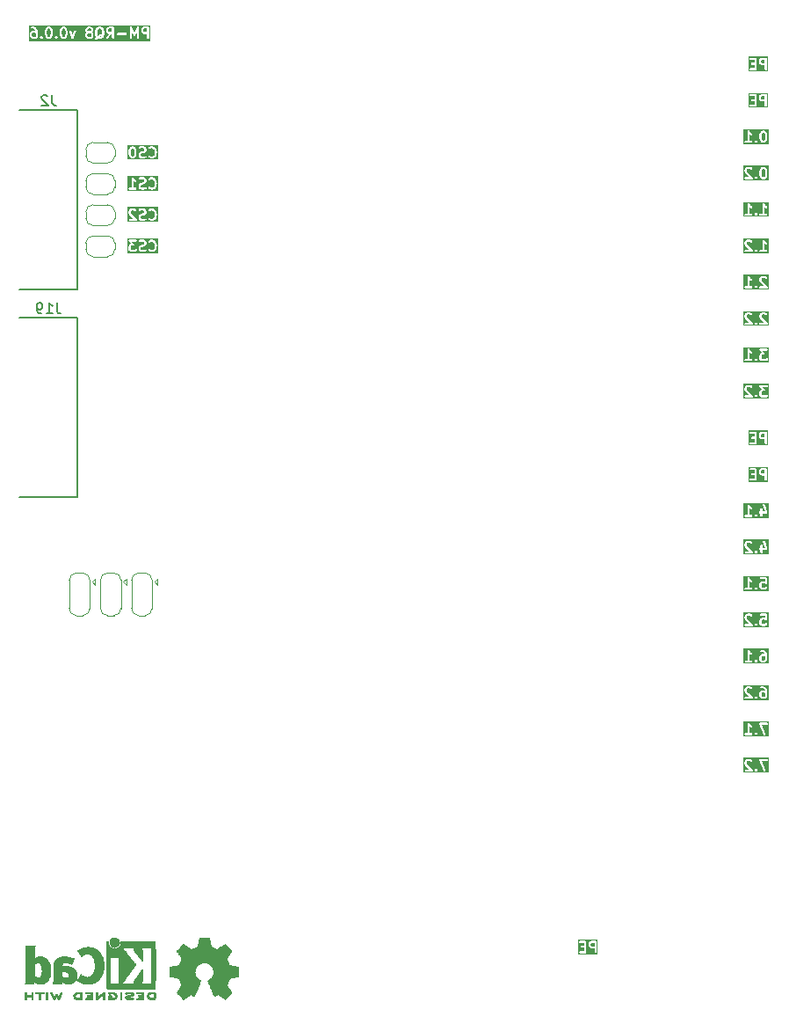
<source format=gbr>
%TF.GenerationSoftware,KiCad,Pcbnew,8.0.7-8.0.7-0~ubuntu24.04.1*%
%TF.CreationDate,2025-02-06T10:53:55+03:00*%
%TF.ProjectId,PM-RQ8,504d2d52-5138-42e6-9b69-6361645f7063,rev?*%
%TF.SameCoordinates,Original*%
%TF.FileFunction,Legend,Bot*%
%TF.FilePolarity,Positive*%
%FSLAX46Y46*%
G04 Gerber Fmt 4.6, Leading zero omitted, Abs format (unit mm)*
G04 Created by KiCad (PCBNEW 8.0.7-8.0.7-0~ubuntu24.04.1) date 2025-02-06 10:53:55*
%MOMM*%
%LPD*%
G01*
G04 APERTURE LIST*
G04 Aperture macros list*
%AMFreePoly0*
4,1,19,0.550000,-0.750000,0.000000,-0.750000,0.000000,-0.744911,-0.071157,-0.744911,-0.207708,-0.704816,-0.327430,-0.627875,-0.420627,-0.520320,-0.479746,-0.390866,-0.500000,-0.250000,-0.500000,0.250000,-0.479746,0.390866,-0.420627,0.520320,-0.327430,0.627875,-0.207708,0.704816,-0.071157,0.744911,0.000000,0.744911,0.000000,0.750000,0.550000,0.750000,0.550000,-0.750000,0.550000,-0.750000,
$1*%
%AMFreePoly1*
4,1,19,0.000000,0.744911,0.071157,0.744911,0.207708,0.704816,0.327430,0.627875,0.420627,0.520320,0.479746,0.390866,0.500000,0.250000,0.500000,-0.250000,0.479746,-0.390866,0.420627,-0.520320,0.327430,-0.627875,0.207708,-0.704816,0.071157,-0.744911,0.000000,-0.744911,0.000000,-0.750000,-0.550000,-0.750000,-0.550000,0.750000,0.000000,0.750000,0.000000,0.744911,0.000000,0.744911,
$1*%
%AMFreePoly2*
4,1,19,0.500000,-0.750000,0.000000,-0.750000,0.000000,-0.744911,-0.071157,-0.744911,-0.207708,-0.704816,-0.327430,-0.627875,-0.420627,-0.520320,-0.479746,-0.390866,-0.500000,-0.250000,-0.500000,0.250000,-0.479746,0.390866,-0.420627,0.520320,-0.327430,0.627875,-0.207708,0.704816,-0.071157,0.744911,0.000000,0.744911,0.000000,0.750000,0.500000,0.750000,0.500000,-0.750000,0.500000,-0.750000,
$1*%
%AMFreePoly3*
4,1,19,0.000000,0.744911,0.071157,0.744911,0.207708,0.704816,0.327430,0.627875,0.420627,0.520320,0.479746,0.390866,0.500000,0.250000,0.500000,-0.250000,0.479746,-0.390866,0.420627,-0.520320,0.327430,-0.627875,0.207708,-0.704816,0.071157,-0.744911,0.000000,-0.744911,0.000000,-0.750000,-0.500000,-0.750000,-0.500000,0.750000,0.000000,0.750000,0.000000,0.744911,0.000000,0.744911,
$1*%
G04 Aperture macros list end*
%ADD10C,0.200000*%
%ADD11C,0.150000*%
%ADD12C,0.152400*%
%ADD13C,0.120000*%
%ADD14C,0.010000*%
%ADD15R,0.850000X0.850000*%
%ADD16O,0.850000X0.850000*%
%ADD17R,1.803400X0.635000*%
%ADD18R,2.997200X2.590800*%
%ADD19FreePoly0,270.000000*%
%ADD20R,1.500000X1.000000*%
%ADD21FreePoly1,270.000000*%
%ADD22C,1.812000*%
%ADD23C,2.200000*%
%ADD24O,6.350000X6.350000*%
%ADD25FreePoly2,0.000000*%
%ADD26FreePoly3,0.000000*%
G04 APERTURE END LIST*
D10*
G36*
X39030326Y39623972D02*
G01*
X38772981Y39623972D01*
X38713371Y39653777D01*
X38688703Y39678446D01*
X38658898Y39738056D01*
X38658898Y39833698D01*
X38688703Y39893308D01*
X38713371Y39917977D01*
X38772981Y39947781D01*
X39030326Y39947781D01*
X39030326Y39623972D01*
G37*
G36*
X39341437Y38836670D02*
G01*
X37444946Y38836670D01*
X37444946Y40067290D01*
X37556057Y40067290D01*
X37556057Y40028272D01*
X37570989Y39992224D01*
X37598579Y39964634D01*
X37634627Y39949702D01*
X37654136Y39947781D01*
X38030326Y39947781D01*
X38030326Y39671591D01*
X37796993Y39671591D01*
X37777484Y39669670D01*
X37741436Y39654738D01*
X37713846Y39627148D01*
X37698914Y39591100D01*
X37698914Y39552082D01*
X37713846Y39516034D01*
X37741436Y39488444D01*
X37777484Y39473512D01*
X37796993Y39471591D01*
X38030326Y39471591D01*
X38030326Y39147781D01*
X37654136Y39147781D01*
X37634627Y39145860D01*
X37598579Y39130928D01*
X37570989Y39103338D01*
X37556057Y39067290D01*
X37556057Y39028272D01*
X37570989Y38992224D01*
X37598579Y38964634D01*
X37634627Y38949702D01*
X37654136Y38947781D01*
X38130326Y38947781D01*
X38149835Y38949702D01*
X38185883Y38964634D01*
X38213473Y38992224D01*
X38228405Y39028272D01*
X38230326Y39047781D01*
X38230326Y39857305D01*
X38458898Y39857305D01*
X38458898Y39714448D01*
X38460819Y39694939D01*
X38462194Y39691619D01*
X38462449Y39688035D01*
X38469455Y39669727D01*
X38517074Y39574489D01*
X38522359Y39566093D01*
X38523370Y39563653D01*
X38525623Y39560907D01*
X38527517Y39557899D01*
X38529511Y39556170D01*
X38535806Y39548499D01*
X38583425Y39500881D01*
X38591091Y39494589D01*
X38592824Y39492591D01*
X38595832Y39490698D01*
X38598578Y39488444D01*
X38601018Y39487434D01*
X38609415Y39482148D01*
X38704652Y39434529D01*
X38722961Y39427523D01*
X38726544Y39427269D01*
X38729865Y39425893D01*
X38749374Y39423972D01*
X39030326Y39423972D01*
X39030326Y39047781D01*
X39032247Y39028272D01*
X39047179Y38992224D01*
X39074769Y38964634D01*
X39110817Y38949702D01*
X39149835Y38949702D01*
X39185883Y38964634D01*
X39213473Y38992224D01*
X39228405Y39028272D01*
X39230326Y39047781D01*
X39230326Y40047781D01*
X39228405Y40067290D01*
X39213473Y40103338D01*
X39185883Y40130928D01*
X39149835Y40145860D01*
X39130326Y40147781D01*
X38749374Y40147781D01*
X38729865Y40145860D01*
X38726544Y40144485D01*
X38722961Y40144230D01*
X38704652Y40137224D01*
X38609415Y40089605D01*
X38601018Y40084320D01*
X38598578Y40083309D01*
X38595832Y40081056D01*
X38592824Y40079162D01*
X38591091Y40077165D01*
X38583425Y40070872D01*
X38535806Y40023254D01*
X38529511Y40015584D01*
X38527517Y40013854D01*
X38525623Y40010847D01*
X38523370Y40008100D01*
X38522359Y40005661D01*
X38517074Y39997264D01*
X38469455Y39902026D01*
X38462449Y39883718D01*
X38462194Y39880135D01*
X38460819Y39876814D01*
X38458898Y39857305D01*
X38230326Y39857305D01*
X38230326Y40047781D01*
X38228405Y40067290D01*
X38213473Y40103338D01*
X38185883Y40130928D01*
X38149835Y40145860D01*
X38130326Y40147781D01*
X37654136Y40147781D01*
X37634627Y40145860D01*
X37598579Y40130928D01*
X37570989Y40103338D01*
X37556057Y40067290D01*
X37444946Y40067290D01*
X37444946Y40258892D01*
X39341437Y40258892D01*
X39341437Y38836670D01*
G37*
G36*
X39030326Y3623972D02*
G01*
X38772981Y3623972D01*
X38713371Y3653777D01*
X38688703Y3678446D01*
X38658898Y3738056D01*
X38658898Y3833698D01*
X38688703Y3893308D01*
X38713371Y3917977D01*
X38772981Y3947781D01*
X39030326Y3947781D01*
X39030326Y3623972D01*
G37*
G36*
X39341437Y2836670D02*
G01*
X37444946Y2836670D01*
X37444946Y4067290D01*
X37556057Y4067290D01*
X37556057Y4028272D01*
X37570989Y3992224D01*
X37598579Y3964634D01*
X37634627Y3949702D01*
X37654136Y3947781D01*
X38030326Y3947781D01*
X38030326Y3671591D01*
X37796993Y3671591D01*
X37777484Y3669670D01*
X37741436Y3654738D01*
X37713846Y3627148D01*
X37698914Y3591100D01*
X37698914Y3552082D01*
X37713846Y3516034D01*
X37741436Y3488444D01*
X37777484Y3473512D01*
X37796993Y3471591D01*
X38030326Y3471591D01*
X38030326Y3147781D01*
X37654136Y3147781D01*
X37634627Y3145860D01*
X37598579Y3130928D01*
X37570989Y3103338D01*
X37556057Y3067290D01*
X37556057Y3028272D01*
X37570989Y2992224D01*
X37598579Y2964634D01*
X37634627Y2949702D01*
X37654136Y2947781D01*
X38130326Y2947781D01*
X38149835Y2949702D01*
X38185883Y2964634D01*
X38213473Y2992224D01*
X38228405Y3028272D01*
X38230326Y3047781D01*
X38230326Y3857305D01*
X38458898Y3857305D01*
X38458898Y3714448D01*
X38460819Y3694939D01*
X38462194Y3691619D01*
X38462449Y3688035D01*
X38469455Y3669727D01*
X38517074Y3574489D01*
X38522359Y3566093D01*
X38523370Y3563653D01*
X38525623Y3560907D01*
X38527517Y3557899D01*
X38529511Y3556170D01*
X38535806Y3548499D01*
X38583425Y3500881D01*
X38591091Y3494589D01*
X38592824Y3492591D01*
X38595832Y3490698D01*
X38598578Y3488444D01*
X38601018Y3487434D01*
X38609415Y3482148D01*
X38704652Y3434529D01*
X38722961Y3427523D01*
X38726544Y3427269D01*
X38729865Y3425893D01*
X38749374Y3423972D01*
X39030326Y3423972D01*
X39030326Y3047781D01*
X39032247Y3028272D01*
X39047179Y2992224D01*
X39074769Y2964634D01*
X39110817Y2949702D01*
X39149835Y2949702D01*
X39185883Y2964634D01*
X39213473Y2992224D01*
X39228405Y3028272D01*
X39230326Y3047781D01*
X39230326Y4047781D01*
X39228405Y4067290D01*
X39213473Y4103338D01*
X39185883Y4130928D01*
X39149835Y4145860D01*
X39130326Y4147781D01*
X38749374Y4147781D01*
X38729865Y4145860D01*
X38726544Y4144485D01*
X38722961Y4144230D01*
X38704652Y4137224D01*
X38609415Y4089605D01*
X38601018Y4084320D01*
X38598578Y4083309D01*
X38595832Y4081056D01*
X38592824Y4079162D01*
X38591091Y4077165D01*
X38583425Y4070872D01*
X38535806Y4023254D01*
X38529511Y4015584D01*
X38527517Y4013854D01*
X38525623Y4010847D01*
X38523370Y4008100D01*
X38522359Y4005661D01*
X38517074Y3997264D01*
X38469455Y3902026D01*
X38462449Y3883718D01*
X38462194Y3880135D01*
X38460819Y3876814D01*
X38458898Y3857305D01*
X38230326Y3857305D01*
X38230326Y4047781D01*
X38228405Y4067290D01*
X38213473Y4103338D01*
X38185883Y4130928D01*
X38149835Y4145860D01*
X38130326Y4147781D01*
X37654136Y4147781D01*
X37634627Y4145860D01*
X37598579Y4130928D01*
X37570989Y4103338D01*
X37556057Y4067290D01*
X37444946Y4067290D01*
X37444946Y4258892D01*
X39341437Y4258892D01*
X39341437Y2836670D01*
G37*
G36*
X38975852Y32917976D02*
G01*
X39000521Y32893308D01*
X39035974Y32822401D01*
X39077945Y32654520D01*
X39077945Y32441044D01*
X39035974Y32273163D01*
X39000521Y32202257D01*
X38975852Y32177587D01*
X38916243Y32147781D01*
X38868219Y32147781D01*
X38808609Y32177586D01*
X38783942Y32202254D01*
X38748487Y32273163D01*
X38706517Y32441044D01*
X38706517Y32654519D01*
X38748487Y32822401D01*
X38783941Y32893308D01*
X38808609Y32917977D01*
X38868219Y32947781D01*
X38916243Y32947781D01*
X38975852Y32917976D01*
G37*
G36*
X39389056Y31836670D02*
G01*
X36966835Y31836670D01*
X36966835Y32857305D01*
X37077946Y32857305D01*
X37077946Y32762067D01*
X37078918Y32752194D01*
X37078731Y32749560D01*
X37079518Y32746097D01*
X37079867Y32742558D01*
X37080878Y32740116D01*
X37083078Y32730444D01*
X37130697Y32587588D01*
X37138688Y32569687D01*
X37141043Y32566972D01*
X37142418Y32563653D01*
X37154854Y32548499D01*
X37555571Y32147781D01*
X37177946Y32147781D01*
X37158437Y32145860D01*
X37122389Y32130928D01*
X37094799Y32103338D01*
X37079867Y32067290D01*
X37079867Y32028272D01*
X37094799Y31992224D01*
X37122389Y31964634D01*
X37158437Y31949702D01*
X37177946Y31947781D01*
X37796993Y31947781D01*
X37816502Y31949702D01*
X37852550Y31964634D01*
X37880140Y31992224D01*
X37895072Y32028272D01*
X37895072Y32067290D01*
X37880140Y32103338D01*
X37880139Y32103339D01*
X37870644Y32114909D01*
X38032247Y32114909D01*
X38032247Y32075891D01*
X38038710Y32060288D01*
X38047179Y32039842D01*
X38047183Y32039838D01*
X38059615Y32024689D01*
X38107234Y31977071D01*
X38122387Y31964634D01*
X38131390Y31960905D01*
X38158436Y31949702D01*
X38197454Y31949702D01*
X38233502Y31964634D01*
X38248656Y31977070D01*
X38296274Y32024689D01*
X38308711Y32039842D01*
X38315463Y32056144D01*
X38323642Y32075890D01*
X38323643Y32114908D01*
X38308712Y32150957D01*
X38296275Y32166110D01*
X38248656Y32213730D01*
X38233503Y32226167D01*
X38218571Y32232352D01*
X38197454Y32241099D01*
X38158436Y32241099D01*
X38147878Y32236726D01*
X38122388Y32226168D01*
X38122387Y32226167D01*
X38107233Y32213730D01*
X38059615Y32166110D01*
X38047178Y32150957D01*
X38037165Y32126781D01*
X38032247Y32114909D01*
X37870644Y32114909D01*
X37867704Y32118492D01*
X37319368Y32666829D01*
X38506517Y32666829D01*
X38506517Y32428734D01*
X38506852Y32425332D01*
X38506635Y32423873D01*
X38507714Y32416576D01*
X38508438Y32409225D01*
X38509002Y32407862D01*
X38509503Y32404480D01*
X38557122Y32214005D01*
X38557635Y32212568D01*
X38557687Y32211845D01*
X38560795Y32203721D01*
X38563717Y32195544D01*
X38564147Y32194964D01*
X38564693Y32193537D01*
X38612312Y32098299D01*
X38617595Y32089907D01*
X38618607Y32087463D01*
X38620863Y32084714D01*
X38622755Y32081709D01*
X38624749Y32079980D01*
X38631044Y32072310D01*
X38678662Y32024690D01*
X38686330Y32018397D01*
X38688062Y32016400D01*
X38691070Y32014507D01*
X38693816Y32012253D01*
X38696256Y32011243D01*
X38704653Y32005957D01*
X38799890Y31958338D01*
X38818199Y31951332D01*
X38821782Y31951078D01*
X38825103Y31949702D01*
X38844612Y31947781D01*
X38939850Y31947781D01*
X38959359Y31949702D01*
X38962679Y31951078D01*
X38966263Y31951332D01*
X38984571Y31958338D01*
X39079809Y32005957D01*
X39088204Y32011242D01*
X39090646Y32012253D01*
X39093393Y32014509D01*
X39096399Y32016400D01*
X39098129Y32018395D01*
X39105799Y32024690D01*
X39153418Y32072310D01*
X39159710Y32079977D01*
X39161707Y32081708D01*
X39163600Y32084716D01*
X39165855Y32087463D01*
X39166866Y32089905D01*
X39172150Y32098299D01*
X39219769Y32193536D01*
X39220315Y32194965D01*
X39220745Y32195544D01*
X39223666Y32203721D01*
X39226775Y32211845D01*
X39226826Y32212566D01*
X39227340Y32214004D01*
X39274959Y32404480D01*
X39275459Y32407862D01*
X39276024Y32409225D01*
X39276747Y32416576D01*
X39277827Y32423873D01*
X39277609Y32425332D01*
X39277945Y32428734D01*
X39277945Y32666829D01*
X39277609Y32670232D01*
X39277827Y32671690D01*
X39276747Y32678988D01*
X39276024Y32686338D01*
X39275459Y32687702D01*
X39274959Y32691083D01*
X39227340Y32881559D01*
X39226826Y32882998D01*
X39226775Y32883718D01*
X39223666Y32891843D01*
X39220745Y32900019D01*
X39220315Y32900599D01*
X39219769Y32902027D01*
X39172150Y32997264D01*
X39166864Y33005661D01*
X39165854Y33008101D01*
X39163600Y33010847D01*
X39161707Y33013855D01*
X39159709Y33015588D01*
X39153417Y33023254D01*
X39105799Y33070873D01*
X39098128Y33077168D01*
X39096399Y33079162D01*
X39093391Y33081056D01*
X39090645Y33083309D01*
X39088205Y33084320D01*
X39079809Y33089605D01*
X38984571Y33137224D01*
X38966263Y33144230D01*
X38962679Y33144485D01*
X38959359Y33145860D01*
X38939850Y33147781D01*
X38844612Y33147781D01*
X38825103Y33145860D01*
X38821782Y33144485D01*
X38818199Y33144230D01*
X38799890Y33137224D01*
X38704653Y33089605D01*
X38696256Y33084320D01*
X38693816Y33083309D01*
X38691070Y33081056D01*
X38688062Y33079162D01*
X38686329Y33077165D01*
X38678663Y33070872D01*
X38631044Y33023254D01*
X38624749Y33015584D01*
X38622755Y33013854D01*
X38620861Y33010847D01*
X38618608Y33008100D01*
X38617597Y33005661D01*
X38612312Y32997264D01*
X38564693Y32902026D01*
X38564147Y32900600D01*
X38563717Y32900019D01*
X38560795Y32891843D01*
X38557687Y32883718D01*
X38557635Y32882996D01*
X38557122Y32881558D01*
X38509503Y32691083D01*
X38509002Y32687702D01*
X38508438Y32686338D01*
X38507714Y32678988D01*
X38506635Y32671690D01*
X38506852Y32670232D01*
X38506517Y32666829D01*
X37319368Y32666829D01*
X37312967Y32673230D01*
X37277946Y32778294D01*
X37277946Y32833698D01*
X37307751Y32893308D01*
X37332419Y32917977D01*
X37392029Y32947781D01*
X37582910Y32947781D01*
X37642519Y32917976D01*
X37678663Y32881833D01*
X37693816Y32869396D01*
X37729865Y32854465D01*
X37768883Y32854465D01*
X37804931Y32869396D01*
X37832521Y32896986D01*
X37847452Y32933034D01*
X37847452Y32972052D01*
X37832521Y33008101D01*
X37820084Y33023254D01*
X37772466Y33070873D01*
X37764795Y33077168D01*
X37763066Y33079162D01*
X37760058Y33081056D01*
X37757312Y33083309D01*
X37754872Y33084320D01*
X37746476Y33089605D01*
X37651238Y33137224D01*
X37632930Y33144230D01*
X37629346Y33144485D01*
X37626026Y33145860D01*
X37606517Y33147781D01*
X37368422Y33147781D01*
X37348913Y33145860D01*
X37345592Y33144485D01*
X37342009Y33144230D01*
X37323700Y33137224D01*
X37228463Y33089605D01*
X37220066Y33084320D01*
X37217626Y33083309D01*
X37214880Y33081056D01*
X37211872Y33079162D01*
X37210139Y33077165D01*
X37202473Y33070872D01*
X37154854Y33023254D01*
X37148559Y33015584D01*
X37146565Y33013854D01*
X37144671Y33010847D01*
X37142418Y33008100D01*
X37141407Y33005661D01*
X37136122Y32997264D01*
X37088503Y32902026D01*
X37081497Y32883718D01*
X37081242Y32880135D01*
X37079867Y32876814D01*
X37077946Y32857305D01*
X36966835Y32857305D01*
X36966835Y33258892D01*
X39389056Y33258892D01*
X39389056Y31836670D01*
G37*
G36*
X39434754Y-25163330D02*
G01*
X36966835Y-25163330D01*
X36966835Y-24142695D01*
X37077946Y-24142695D01*
X37077946Y-24237933D01*
X37078918Y-24247806D01*
X37078731Y-24250440D01*
X37079518Y-24253903D01*
X37079867Y-24257442D01*
X37080878Y-24259884D01*
X37083078Y-24269556D01*
X37130697Y-24412412D01*
X37138688Y-24430313D01*
X37141043Y-24433028D01*
X37142418Y-24436347D01*
X37154854Y-24451501D01*
X37555571Y-24852219D01*
X37177946Y-24852219D01*
X37158437Y-24854140D01*
X37122389Y-24869072D01*
X37094799Y-24896662D01*
X37079867Y-24932710D01*
X37079867Y-24971728D01*
X37094799Y-25007776D01*
X37122389Y-25035366D01*
X37158437Y-25050298D01*
X37177946Y-25052219D01*
X37796993Y-25052219D01*
X37816502Y-25050298D01*
X37852550Y-25035366D01*
X37880140Y-25007776D01*
X37895072Y-24971728D01*
X37895072Y-24932710D01*
X37880140Y-24896662D01*
X37880139Y-24896661D01*
X37870644Y-24885091D01*
X38032247Y-24885091D01*
X38032247Y-24924109D01*
X38035315Y-24931515D01*
X38047179Y-24960158D01*
X38047183Y-24960162D01*
X38059615Y-24975311D01*
X38107234Y-25022929D01*
X38122387Y-25035366D01*
X38132945Y-25039739D01*
X38158436Y-25050298D01*
X38197454Y-25050298D01*
X38233502Y-25035366D01*
X38248656Y-25022930D01*
X38296274Y-24975311D01*
X38308711Y-24960158D01*
X38323642Y-24924109D01*
X38323642Y-24912537D01*
X38323643Y-24885092D01*
X38308712Y-24849043D01*
X38296275Y-24833890D01*
X38248656Y-24786270D01*
X38233503Y-24773833D01*
X38218571Y-24767648D01*
X38197454Y-24758901D01*
X38158436Y-24758901D01*
X38147878Y-24763274D01*
X38122388Y-24773832D01*
X38122387Y-24773833D01*
X38107233Y-24786270D01*
X38059615Y-24833890D01*
X38047178Y-24849043D01*
X38043891Y-24856980D01*
X38032247Y-24885091D01*
X37870644Y-24885091D01*
X37867704Y-24881508D01*
X37312967Y-24326770D01*
X37277946Y-24221706D01*
X37277946Y-24166302D01*
X37307751Y-24106692D01*
X37332419Y-24082023D01*
X37392029Y-24052219D01*
X37582910Y-24052219D01*
X37642519Y-24082024D01*
X37678663Y-24118167D01*
X37693816Y-24130604D01*
X37729865Y-24145535D01*
X37768883Y-24145535D01*
X37804931Y-24130604D01*
X37832521Y-24103014D01*
X37847452Y-24066966D01*
X37847452Y-24027948D01*
X37832521Y-23991899D01*
X37820084Y-23976746D01*
X37777246Y-23933907D01*
X38460589Y-23933907D01*
X38460819Y-23952798D01*
X38460819Y-23971728D01*
X38461056Y-23972301D01*
X38461064Y-23972923D01*
X38466983Y-23991611D01*
X38895554Y-24991611D01*
X38905005Y-25008785D01*
X38932930Y-25036037D01*
X38969157Y-25050528D01*
X39008172Y-25050052D01*
X39044036Y-25034682D01*
X39071287Y-25006758D01*
X39085778Y-24970530D01*
X39085303Y-24931515D01*
X39079383Y-24912827D01*
X38710552Y-24052219D01*
X39225564Y-24052219D01*
X39245073Y-24050298D01*
X39281121Y-24035366D01*
X39308711Y-24007776D01*
X39323643Y-23971728D01*
X39323643Y-23932710D01*
X39308711Y-23896662D01*
X39281121Y-23869072D01*
X39245073Y-23854140D01*
X39225564Y-23852219D01*
X38558898Y-23852219D01*
X38539389Y-23854140D01*
X38538815Y-23854377D01*
X38538194Y-23854385D01*
X38520772Y-23861851D01*
X38503341Y-23869072D01*
X38502903Y-23869509D01*
X38502331Y-23869755D01*
X38489109Y-23883303D01*
X38475751Y-23896662D01*
X38475513Y-23897236D01*
X38475080Y-23897680D01*
X38468066Y-23915212D01*
X38460819Y-23932710D01*
X38460819Y-23933332D01*
X38460589Y-23933907D01*
X37777246Y-23933907D01*
X37772466Y-23929127D01*
X37764795Y-23922832D01*
X37763066Y-23920838D01*
X37760058Y-23918944D01*
X37757312Y-23916691D01*
X37754872Y-23915680D01*
X37746476Y-23910395D01*
X37651238Y-23862776D01*
X37632930Y-23855770D01*
X37629346Y-23855515D01*
X37626026Y-23854140D01*
X37606517Y-23852219D01*
X37368422Y-23852219D01*
X37348913Y-23854140D01*
X37345592Y-23855515D01*
X37342009Y-23855770D01*
X37323700Y-23862776D01*
X37228463Y-23910395D01*
X37220066Y-23915680D01*
X37217626Y-23916691D01*
X37214880Y-23918944D01*
X37211872Y-23920838D01*
X37210139Y-23922835D01*
X37202473Y-23929128D01*
X37154854Y-23976746D01*
X37148559Y-23984416D01*
X37146565Y-23986146D01*
X37144671Y-23989153D01*
X37142418Y-23991900D01*
X37141407Y-23994339D01*
X37136122Y-24002736D01*
X37088503Y-24097974D01*
X37081497Y-24116282D01*
X37081242Y-24119865D01*
X37079867Y-24123186D01*
X37077946Y-24142695D01*
X36966835Y-24142695D01*
X36966835Y-23741108D01*
X39434754Y-23741108D01*
X39434754Y-25163330D01*
G37*
G36*
X39434754Y17836670D02*
G01*
X36966835Y17836670D01*
X36966835Y18857305D01*
X37077946Y18857305D01*
X37077946Y18762067D01*
X37078918Y18752194D01*
X37078731Y18749560D01*
X37079518Y18746097D01*
X37079867Y18742558D01*
X37080878Y18740116D01*
X37083078Y18730444D01*
X37130697Y18587588D01*
X37138688Y18569687D01*
X37141043Y18566972D01*
X37142418Y18563653D01*
X37154854Y18548499D01*
X37555571Y18147781D01*
X37177946Y18147781D01*
X37158437Y18145860D01*
X37122389Y18130928D01*
X37094799Y18103338D01*
X37079867Y18067290D01*
X37079867Y18028272D01*
X37094799Y17992224D01*
X37122389Y17964634D01*
X37158437Y17949702D01*
X37177946Y17947781D01*
X37796993Y17947781D01*
X37816502Y17949702D01*
X37852550Y17964634D01*
X37880140Y17992224D01*
X37895072Y18028272D01*
X37895072Y18067290D01*
X37880140Y18103338D01*
X37880139Y18103339D01*
X37870644Y18114909D01*
X38032247Y18114909D01*
X38032247Y18075891D01*
X38035810Y18067290D01*
X38047179Y18039842D01*
X38047183Y18039838D01*
X38059615Y18024689D01*
X38107234Y17977071D01*
X38122387Y17964634D01*
X38132945Y17960261D01*
X38158436Y17949702D01*
X38197454Y17949702D01*
X38233502Y17964634D01*
X38248656Y17977070D01*
X38296274Y18024689D01*
X38308711Y18039842D01*
X38323642Y18075891D01*
X38323642Y18087463D01*
X38323643Y18114908D01*
X38308712Y18150957D01*
X38296275Y18166110D01*
X38248656Y18213730D01*
X38233503Y18226167D01*
X38218571Y18232352D01*
X38197454Y18241099D01*
X38158436Y18241099D01*
X38147878Y18236726D01*
X38122388Y18226168D01*
X38122387Y18226167D01*
X38107233Y18213730D01*
X38059615Y18166110D01*
X38047178Y18150957D01*
X38043891Y18143020D01*
X38032247Y18114909D01*
X37870644Y18114909D01*
X37867704Y18118492D01*
X37312967Y18673230D01*
X37277946Y18778294D01*
X37277946Y18833698D01*
X37307751Y18893308D01*
X37332419Y18917977D01*
X37392029Y18947781D01*
X37582910Y18947781D01*
X37642519Y18917976D01*
X37678663Y18881833D01*
X37693816Y18869396D01*
X37729865Y18854465D01*
X37768883Y18854465D01*
X37775740Y18857305D01*
X38506517Y18857305D01*
X38506517Y18762067D01*
X38507489Y18752194D01*
X38507302Y18749560D01*
X38508089Y18746097D01*
X38508438Y18742558D01*
X38509449Y18740116D01*
X38511649Y18730444D01*
X38559268Y18587588D01*
X38567259Y18569687D01*
X38569614Y18566972D01*
X38570989Y18563653D01*
X38583425Y18548499D01*
X38984142Y18147781D01*
X38606517Y18147781D01*
X38587008Y18145860D01*
X38550960Y18130928D01*
X38523370Y18103338D01*
X38508438Y18067290D01*
X38508438Y18028272D01*
X38523370Y17992224D01*
X38550960Y17964634D01*
X38587008Y17949702D01*
X38606517Y17947781D01*
X39225564Y17947781D01*
X39245073Y17949702D01*
X39281121Y17964634D01*
X39308711Y17992224D01*
X39323643Y18028272D01*
X39323643Y18067290D01*
X39308711Y18103338D01*
X39308710Y18103339D01*
X39296275Y18118492D01*
X38741538Y18673230D01*
X38706517Y18778294D01*
X38706517Y18833698D01*
X38736322Y18893308D01*
X38760990Y18917977D01*
X38820600Y18947781D01*
X39011481Y18947781D01*
X39071090Y18917976D01*
X39107234Y18881833D01*
X39122387Y18869396D01*
X39158436Y18854465D01*
X39197454Y18854465D01*
X39233502Y18869396D01*
X39261092Y18896986D01*
X39276023Y18933034D01*
X39276023Y18972052D01*
X39261092Y19008101D01*
X39248655Y19023254D01*
X39201037Y19070873D01*
X39193366Y19077168D01*
X39191637Y19079162D01*
X39188629Y19081056D01*
X39185883Y19083309D01*
X39183443Y19084320D01*
X39175047Y19089605D01*
X39079809Y19137224D01*
X39061501Y19144230D01*
X39057917Y19144485D01*
X39054597Y19145860D01*
X39035088Y19147781D01*
X38796993Y19147781D01*
X38777484Y19145860D01*
X38774163Y19144485D01*
X38770580Y19144230D01*
X38752271Y19137224D01*
X38657034Y19089605D01*
X38648637Y19084320D01*
X38646197Y19083309D01*
X38643451Y19081056D01*
X38640443Y19079162D01*
X38638710Y19077165D01*
X38631044Y19070872D01*
X38583425Y19023254D01*
X38577130Y19015584D01*
X38575136Y19013854D01*
X38573242Y19010847D01*
X38570989Y19008100D01*
X38569978Y19005661D01*
X38564693Y18997264D01*
X38517074Y18902026D01*
X38510068Y18883718D01*
X38509813Y18880135D01*
X38508438Y18876814D01*
X38506517Y18857305D01*
X37775740Y18857305D01*
X37804931Y18869396D01*
X37832521Y18896986D01*
X37847452Y18933034D01*
X37847452Y18972052D01*
X37832521Y19008101D01*
X37820084Y19023254D01*
X37772466Y19070873D01*
X37764795Y19077168D01*
X37763066Y19079162D01*
X37760058Y19081056D01*
X37757312Y19083309D01*
X37754872Y19084320D01*
X37746476Y19089605D01*
X37651238Y19137224D01*
X37632930Y19144230D01*
X37629346Y19144485D01*
X37626026Y19145860D01*
X37606517Y19147781D01*
X37368422Y19147781D01*
X37348913Y19145860D01*
X37345592Y19144485D01*
X37342009Y19144230D01*
X37323700Y19137224D01*
X37228463Y19089605D01*
X37220066Y19084320D01*
X37217626Y19083309D01*
X37214880Y19081056D01*
X37211872Y19079162D01*
X37210139Y19077165D01*
X37202473Y19070872D01*
X37154854Y19023254D01*
X37148559Y19015584D01*
X37146565Y19013854D01*
X37144671Y19010847D01*
X37142418Y19008100D01*
X37141407Y19005661D01*
X37136122Y18997264D01*
X37088503Y18902026D01*
X37081497Y18883718D01*
X37081242Y18880135D01*
X37079867Y18876814D01*
X37077946Y18857305D01*
X36966835Y18857305D01*
X36966835Y19258892D01*
X39434754Y19258892D01*
X39434754Y17836670D01*
G37*
G36*
X-24927658Y45677587D02*
G01*
X-24987268Y45647781D01*
X-25055574Y45647781D01*
X-25047283Y45656073D01*
X-24987673Y45685877D01*
X-24919367Y45685877D01*
X-24927658Y45677587D01*
G37*
G36*
X-24927660Y46417977D02*
G01*
X-24863481Y46353798D01*
X-24825566Y46202139D01*
X-24825566Y45893425D01*
X-24837430Y45845969D01*
X-24860485Y45869024D01*
X-24896533Y45883956D01*
X-24916042Y45885877D01*
X-25011280Y45885877D01*
X-25030789Y45883956D01*
X-25034110Y45882581D01*
X-25037693Y45882326D01*
X-25056002Y45875320D01*
X-25151239Y45827701D01*
X-25159636Y45822416D01*
X-25162076Y45821405D01*
X-25164822Y45819152D01*
X-25167830Y45817258D01*
X-25169563Y45815261D01*
X-25177229Y45808968D01*
X-25249375Y45736822D01*
X-25254317Y45741764D01*
X-25292232Y45893425D01*
X-25292232Y46202138D01*
X-25254317Y46353798D01*
X-25190138Y46417977D01*
X-25130530Y46447781D01*
X-24987268Y46447781D01*
X-24927660Y46417977D01*
G37*
G36*
X-31260992Y46037024D02*
G01*
X-31236323Y46012356D01*
X-31206518Y45952746D01*
X-31206518Y45761865D01*
X-31236323Y45702257D01*
X-31260992Y45677587D01*
X-31320601Y45647781D01*
X-31463863Y45647781D01*
X-31523473Y45677586D01*
X-31548140Y45702254D01*
X-31577946Y45761866D01*
X-31577946Y45952746D01*
X-31548141Y46012356D01*
X-31523473Y46037025D01*
X-31463863Y46066829D01*
X-31320601Y46066829D01*
X-31260992Y46037024D01*
G37*
G36*
X-29880040Y46417976D02*
G01*
X-29855371Y46393308D01*
X-29819918Y46322401D01*
X-29777947Y46154520D01*
X-29777947Y45941044D01*
X-29819918Y45773163D01*
X-29855371Y45702257D01*
X-29880040Y45677587D01*
X-29939649Y45647781D01*
X-29987673Y45647781D01*
X-30047283Y45677586D01*
X-30071950Y45702254D01*
X-30107405Y45773163D01*
X-30149375Y45941044D01*
X-30149375Y46154519D01*
X-30107405Y46322401D01*
X-30071951Y46393308D01*
X-30047283Y46417977D01*
X-29987673Y46447781D01*
X-29939649Y46447781D01*
X-29880040Y46417976D01*
G37*
G36*
X-28451469Y46417976D02*
G01*
X-28426800Y46393308D01*
X-28391347Y46322401D01*
X-28349376Y46154520D01*
X-28349376Y45941044D01*
X-28391347Y45773163D01*
X-28426800Y45702257D01*
X-28451469Y45677587D01*
X-28511078Y45647781D01*
X-28559102Y45647781D01*
X-28618712Y45677586D01*
X-28643379Y45702254D01*
X-28678834Y45773163D01*
X-28720804Y45941044D01*
X-28720804Y46154519D01*
X-28678834Y46322401D01*
X-28643380Y46393308D01*
X-28618712Y46417977D01*
X-28559102Y46447781D01*
X-28511078Y46447781D01*
X-28451469Y46417976D01*
G37*
G36*
X-25927659Y45989405D02*
G01*
X-25902990Y45964737D01*
X-25873185Y45905127D01*
X-25873185Y45761865D01*
X-25902990Y45702257D01*
X-25927659Y45677587D01*
X-25987268Y45647781D01*
X-26130530Y45647781D01*
X-26190140Y45677586D01*
X-26214807Y45702254D01*
X-26244613Y45761866D01*
X-26244613Y45905127D01*
X-26214808Y45964737D01*
X-26190140Y45989406D01*
X-26130530Y46019210D01*
X-25987268Y46019210D01*
X-25927659Y45989405D01*
G37*
G36*
X-25927659Y46417976D02*
G01*
X-25902990Y46393308D01*
X-25873185Y46333698D01*
X-25873185Y46333293D01*
X-25902990Y46273684D01*
X-25927659Y46249016D01*
X-25987268Y46219210D01*
X-26130530Y46219210D01*
X-26190140Y46249015D01*
X-26214808Y46273684D01*
X-26244613Y46333294D01*
X-26244613Y46333698D01*
X-26214808Y46393308D01*
X-26190140Y46417977D01*
X-26130530Y46447781D01*
X-25987268Y46447781D01*
X-25927659Y46417976D01*
G37*
G36*
X-23873185Y46123972D02*
G01*
X-24130530Y46123972D01*
X-24190140Y46153777D01*
X-24214808Y46178446D01*
X-24244613Y46238056D01*
X-24244613Y46333698D01*
X-24214808Y46393308D01*
X-24190140Y46417977D01*
X-24130530Y46447781D01*
X-23873185Y46447781D01*
X-23873185Y46123972D01*
G37*
G36*
X-20492233Y46123972D02*
G01*
X-20749578Y46123972D01*
X-20809188Y46153777D01*
X-20833856Y46178446D01*
X-20863661Y46238056D01*
X-20863661Y46333698D01*
X-20833856Y46393308D01*
X-20809188Y46417977D01*
X-20749578Y46447781D01*
X-20492233Y46447781D01*
X-20492233Y46123972D01*
G37*
G36*
X-20181122Y45242217D02*
G01*
X-31889057Y45242217D01*
X-31889057Y45976353D01*
X-31777946Y45976353D01*
X-31777946Y45738258D01*
X-31776025Y45718749D01*
X-31774650Y45715429D01*
X-31774395Y45711845D01*
X-31767389Y45693537D01*
X-31719770Y45598299D01*
X-31714487Y45589907D01*
X-31713475Y45587463D01*
X-31711219Y45584714D01*
X-31709327Y45581709D01*
X-31707333Y45579980D01*
X-31701038Y45572310D01*
X-31653420Y45524690D01*
X-31645752Y45518397D01*
X-31644020Y45516400D01*
X-31641012Y45514507D01*
X-31638266Y45512253D01*
X-31635826Y45511243D01*
X-31627429Y45505957D01*
X-31532192Y45458338D01*
X-31513883Y45451332D01*
X-31510300Y45451078D01*
X-31506979Y45449702D01*
X-31487470Y45447781D01*
X-31296994Y45447781D01*
X-31277485Y45449702D01*
X-31274165Y45451078D01*
X-31270581Y45451332D01*
X-31252273Y45458338D01*
X-31157035Y45505957D01*
X-31148640Y45511242D01*
X-31146198Y45512253D01*
X-31143451Y45514509D01*
X-31140445Y45516400D01*
X-31138715Y45518395D01*
X-31131045Y45524690D01*
X-31083426Y45572310D01*
X-31077134Y45579977D01*
X-31075137Y45581708D01*
X-31073244Y45584716D01*
X-31070989Y45587463D01*
X-31069978Y45589905D01*
X-31064694Y45598299D01*
X-31056389Y45614909D01*
X-30823645Y45614909D01*
X-30823645Y45575891D01*
X-30818055Y45562396D01*
X-30808713Y45539842D01*
X-30808709Y45539838D01*
X-30796277Y45524689D01*
X-30748658Y45477071D01*
X-30733505Y45464634D01*
X-30727092Y45461978D01*
X-30697456Y45449702D01*
X-30658438Y45449702D01*
X-30622390Y45464634D01*
X-30607236Y45477070D01*
X-30559618Y45524689D01*
X-30547181Y45539842D01*
X-30540429Y45556144D01*
X-30532250Y45575890D01*
X-30532249Y45614908D01*
X-30547180Y45650957D01*
X-30559617Y45666110D01*
X-30607236Y45713730D01*
X-30622389Y45726167D01*
X-30632415Y45730320D01*
X-30647017Y45736368D01*
X-30658438Y45741099D01*
X-30697456Y45741099D01*
X-30708014Y45736726D01*
X-30733504Y45726168D01*
X-30733505Y45726167D01*
X-30748659Y45713730D01*
X-30796277Y45666110D01*
X-30808714Y45650957D01*
X-30818727Y45626781D01*
X-30823645Y45614909D01*
X-31056389Y45614909D01*
X-31017075Y45693536D01*
X-31010069Y45711845D01*
X-31009815Y45715429D01*
X-31008439Y45718749D01*
X-31006518Y45738258D01*
X-31006518Y46119210D01*
X-31006854Y46122613D01*
X-31006636Y46124071D01*
X-31007716Y46131369D01*
X-31008439Y46138719D01*
X-31009004Y46140083D01*
X-31009504Y46143464D01*
X-31015345Y46166829D01*
X-30349375Y46166829D01*
X-30349375Y45928734D01*
X-30349040Y45925332D01*
X-30349257Y45923873D01*
X-30348178Y45916576D01*
X-30347454Y45909225D01*
X-30346890Y45907862D01*
X-30346389Y45904480D01*
X-30298770Y45714005D01*
X-30298257Y45712568D01*
X-30298205Y45711845D01*
X-30295097Y45703721D01*
X-30292175Y45695544D01*
X-30291745Y45694964D01*
X-30291199Y45693537D01*
X-30243580Y45598299D01*
X-30238297Y45589907D01*
X-30237285Y45587463D01*
X-30235029Y45584714D01*
X-30233137Y45581709D01*
X-30231143Y45579980D01*
X-30224848Y45572310D01*
X-30177230Y45524690D01*
X-30169562Y45518397D01*
X-30167830Y45516400D01*
X-30164822Y45514507D01*
X-30162076Y45512253D01*
X-30159636Y45511243D01*
X-30151239Y45505957D01*
X-30056002Y45458338D01*
X-30037693Y45451332D01*
X-30034110Y45451078D01*
X-30030789Y45449702D01*
X-30011280Y45447781D01*
X-29916042Y45447781D01*
X-29896533Y45449702D01*
X-29893213Y45451078D01*
X-29889629Y45451332D01*
X-29871321Y45458338D01*
X-29776083Y45505957D01*
X-29767688Y45511242D01*
X-29765246Y45512253D01*
X-29762499Y45514509D01*
X-29759493Y45516400D01*
X-29757763Y45518395D01*
X-29750093Y45524690D01*
X-29702474Y45572310D01*
X-29696182Y45579977D01*
X-29694185Y45581708D01*
X-29692292Y45584716D01*
X-29690037Y45587463D01*
X-29689026Y45589905D01*
X-29683742Y45598299D01*
X-29675437Y45614909D01*
X-29395074Y45614909D01*
X-29395074Y45575891D01*
X-29389484Y45562396D01*
X-29380142Y45539842D01*
X-29380138Y45539838D01*
X-29367706Y45524689D01*
X-29320087Y45477071D01*
X-29304934Y45464634D01*
X-29298521Y45461978D01*
X-29268885Y45449702D01*
X-29229867Y45449702D01*
X-29193819Y45464634D01*
X-29178665Y45477070D01*
X-29131047Y45524689D01*
X-29118610Y45539842D01*
X-29111858Y45556144D01*
X-29103679Y45575890D01*
X-29103678Y45614908D01*
X-29118609Y45650957D01*
X-29131046Y45666110D01*
X-29178665Y45713730D01*
X-29193818Y45726167D01*
X-29203844Y45730320D01*
X-29218446Y45736368D01*
X-29229867Y45741099D01*
X-29268885Y45741099D01*
X-29279443Y45736726D01*
X-29304933Y45726168D01*
X-29304934Y45726167D01*
X-29320088Y45713730D01*
X-29367706Y45666110D01*
X-29380143Y45650957D01*
X-29390156Y45626781D01*
X-29395074Y45614909D01*
X-29675437Y45614909D01*
X-29636123Y45693536D01*
X-29635577Y45694965D01*
X-29635147Y45695544D01*
X-29632226Y45703721D01*
X-29629117Y45711845D01*
X-29629066Y45712566D01*
X-29628552Y45714004D01*
X-29580933Y45904480D01*
X-29580433Y45907862D01*
X-29579868Y45909225D01*
X-29579145Y45916576D01*
X-29578065Y45923873D01*
X-29578283Y45925332D01*
X-29577947Y45928734D01*
X-29577947Y46166829D01*
X-28920804Y46166829D01*
X-28920804Y45928734D01*
X-28920469Y45925332D01*
X-28920686Y45923873D01*
X-28919607Y45916576D01*
X-28918883Y45909225D01*
X-28918319Y45907862D01*
X-28917818Y45904480D01*
X-28870199Y45714005D01*
X-28869686Y45712568D01*
X-28869634Y45711845D01*
X-28866526Y45703721D01*
X-28863604Y45695544D01*
X-28863174Y45694964D01*
X-28862628Y45693537D01*
X-28815009Y45598299D01*
X-28809726Y45589907D01*
X-28808714Y45587463D01*
X-28806458Y45584714D01*
X-28804566Y45581709D01*
X-28802572Y45579980D01*
X-28796277Y45572310D01*
X-28748659Y45524690D01*
X-28740991Y45518397D01*
X-28739259Y45516400D01*
X-28736251Y45514507D01*
X-28733505Y45512253D01*
X-28731065Y45511243D01*
X-28722668Y45505957D01*
X-28627431Y45458338D01*
X-28609122Y45451332D01*
X-28605539Y45451078D01*
X-28602218Y45449702D01*
X-28582709Y45447781D01*
X-28487471Y45447781D01*
X-28467962Y45449702D01*
X-28464642Y45451078D01*
X-28461058Y45451332D01*
X-28442750Y45458338D01*
X-28347512Y45505957D01*
X-28339117Y45511242D01*
X-28336675Y45512253D01*
X-28333928Y45514509D01*
X-28330922Y45516400D01*
X-28329192Y45518395D01*
X-28321522Y45524690D01*
X-28273903Y45572310D01*
X-28267611Y45579977D01*
X-28265614Y45581708D01*
X-28263721Y45584716D01*
X-28261466Y45587463D01*
X-28260455Y45589905D01*
X-28255171Y45598299D01*
X-28207552Y45693536D01*
X-28207006Y45694965D01*
X-28206576Y45695544D01*
X-28203655Y45703721D01*
X-28200546Y45711845D01*
X-28200495Y45712566D01*
X-28199981Y45714004D01*
X-28152362Y45904480D01*
X-28151862Y45907862D01*
X-28151297Y45909225D01*
X-28150574Y45916576D01*
X-28149494Y45923873D01*
X-28149712Y45925332D01*
X-28149376Y45928734D01*
X-28149376Y46166829D01*
X-28149712Y46170232D01*
X-28149494Y46171690D01*
X-28150574Y46178988D01*
X-28151297Y46186338D01*
X-28151862Y46187702D01*
X-28152362Y46191083D01*
X-28154550Y46199833D01*
X-28014969Y46199833D01*
X-28010216Y46180814D01*
X-27772121Y45514148D01*
X-27763751Y45496421D01*
X-27760381Y45492699D01*
X-27758233Y45488164D01*
X-27747382Y45478341D01*
X-27737564Y45467496D01*
X-27733032Y45465349D01*
X-27729307Y45461977D01*
X-27715517Y45457053D01*
X-27702302Y45450792D01*
X-27697292Y45450543D01*
X-27692562Y45448854D01*
X-27677941Y45449582D01*
X-27663332Y45448855D01*
X-27658607Y45450543D01*
X-27653592Y45450792D01*
X-27640366Y45457058D01*
X-27626587Y45461978D01*
X-27622867Y45465347D01*
X-27618330Y45467495D01*
X-27608508Y45478346D01*
X-27597661Y45488164D01*
X-27595514Y45492699D01*
X-27592143Y45496421D01*
X-27583773Y45514147D01*
X-27345678Y46180814D01*
X-27340925Y46199833D01*
X-27342863Y46238803D01*
X-27359566Y46274065D01*
X-27388492Y46300251D01*
X-27425237Y46313374D01*
X-27464207Y46311437D01*
X-27499469Y46294733D01*
X-27525656Y46265808D01*
X-27534026Y46248081D01*
X-27677947Y45845103D01*
X-27821868Y46248082D01*
X-27830238Y46265808D01*
X-27856425Y46294734D01*
X-27891687Y46311437D01*
X-27930657Y46313375D01*
X-27967402Y46300252D01*
X-27996328Y46274065D01*
X-28013031Y46238803D01*
X-28014969Y46199833D01*
X-28154550Y46199833D01*
X-28193918Y46357305D01*
X-26444613Y46357305D01*
X-26444613Y46309686D01*
X-26442692Y46290177D01*
X-26441317Y46286857D01*
X-26441062Y46283273D01*
X-26434056Y46264965D01*
X-26386437Y46169727D01*
X-26381152Y46161331D01*
X-26380141Y46158891D01*
X-26377888Y46156145D01*
X-26375994Y46153137D01*
X-26374000Y46151408D01*
X-26367705Y46143737D01*
X-26343178Y46119210D01*
X-26367705Y46094683D01*
X-26374000Y46087013D01*
X-26375994Y46085283D01*
X-26377888Y46082276D01*
X-26380141Y46079529D01*
X-26381152Y46077090D01*
X-26386437Y46068693D01*
X-26434056Y45973455D01*
X-26441062Y45955147D01*
X-26441317Y45951564D01*
X-26442692Y45948243D01*
X-26444613Y45928734D01*
X-26444613Y45738258D01*
X-26442692Y45718749D01*
X-26441317Y45715429D01*
X-26441062Y45711845D01*
X-26434056Y45693537D01*
X-26386437Y45598299D01*
X-26381154Y45589907D01*
X-26380142Y45587463D01*
X-26377886Y45584714D01*
X-26375994Y45581709D01*
X-26374000Y45579980D01*
X-26367705Y45572310D01*
X-26320087Y45524690D01*
X-26312419Y45518397D01*
X-26310687Y45516400D01*
X-26307679Y45514507D01*
X-26304933Y45512253D01*
X-26302493Y45511243D01*
X-26294096Y45505957D01*
X-26198859Y45458338D01*
X-26180550Y45451332D01*
X-26176967Y45451078D01*
X-26173646Y45449702D01*
X-26154137Y45447781D01*
X-25963661Y45447781D01*
X-25944152Y45449702D01*
X-25940832Y45451078D01*
X-25937248Y45451332D01*
X-25918940Y45458338D01*
X-25905516Y45465050D01*
X-25539066Y45465050D01*
X-25536300Y45426130D01*
X-25518851Y45391231D01*
X-25489374Y45365667D01*
X-25452358Y45353328D01*
X-25413438Y45356094D01*
X-25395130Y45363100D01*
X-25299892Y45410719D01*
X-25291496Y45416005D01*
X-25289056Y45417015D01*
X-25286310Y45419269D01*
X-25283302Y45421162D01*
X-25281573Y45423157D01*
X-25273902Y45429451D01*
X-25229630Y45473724D01*
X-25198859Y45458338D01*
X-25180550Y45451332D01*
X-25176967Y45451078D01*
X-25173646Y45449702D01*
X-25154137Y45447781D01*
X-24963661Y45447781D01*
X-24944152Y45449702D01*
X-24940832Y45451078D01*
X-24937248Y45451332D01*
X-24918940Y45458338D01*
X-24823702Y45505957D01*
X-24815307Y45511242D01*
X-24812865Y45512253D01*
X-24810118Y45514509D01*
X-24807112Y45516400D01*
X-24805382Y45518395D01*
X-24797712Y45524690D01*
X-24702474Y45619929D01*
X-24690037Y45635082D01*
X-24687192Y45641953D01*
X-24682766Y45647925D01*
X-24676171Y45666385D01*
X-24628552Y45856861D01*
X-24628052Y45860243D01*
X-24627487Y45861606D01*
X-24626764Y45868957D01*
X-24625684Y45876254D01*
X-24625902Y45877713D01*
X-24625566Y45881115D01*
X-24625566Y46214448D01*
X-24625902Y46217851D01*
X-24625684Y46219309D01*
X-24626764Y46226607D01*
X-24627487Y46233957D01*
X-24628052Y46235321D01*
X-24628552Y46238702D01*
X-24658203Y46357305D01*
X-24444613Y46357305D01*
X-24444613Y46214448D01*
X-24442692Y46194939D01*
X-24441317Y46191619D01*
X-24441062Y46188035D01*
X-24434056Y46169727D01*
X-24386437Y46074489D01*
X-24381152Y46066093D01*
X-24380141Y46063653D01*
X-24377888Y46060907D01*
X-24375994Y46057899D01*
X-24374000Y46056170D01*
X-24367705Y46048499D01*
X-24320086Y46000881D01*
X-24312420Y45994589D01*
X-24310687Y45992591D01*
X-24307679Y45990698D01*
X-24304933Y45988444D01*
X-24302493Y45987434D01*
X-24294096Y45982148D01*
X-24198859Y45934529D01*
X-24196569Y45933653D01*
X-24426536Y45605127D01*
X-24436150Y45588043D01*
X-24444590Y45549949D01*
X-24437809Y45511524D01*
X-24416840Y45478619D01*
X-24384875Y45456244D01*
X-24346781Y45447804D01*
X-24308356Y45454585D01*
X-24275451Y45475554D01*
X-24262690Y45490435D01*
X-23959215Y45923972D01*
X-23873185Y45923972D01*
X-23873185Y45547781D01*
X-23871264Y45528272D01*
X-23856332Y45492224D01*
X-23828742Y45464634D01*
X-23792694Y45449702D01*
X-23753676Y45449702D01*
X-23717628Y45464634D01*
X-23690038Y45492224D01*
X-23675106Y45528272D01*
X-23673185Y45547781D01*
X-23673185Y45948243D01*
X-23395073Y45948243D01*
X-23395073Y45909225D01*
X-23380141Y45873177D01*
X-23352551Y45845587D01*
X-23316503Y45830655D01*
X-23296994Y45828734D01*
X-22535090Y45828734D01*
X-22515581Y45830655D01*
X-22479533Y45845587D01*
X-22451943Y45873177D01*
X-22437011Y45909225D01*
X-22437011Y45948243D01*
X-22451943Y45984291D01*
X-22479533Y46011881D01*
X-22515581Y46026813D01*
X-22535090Y46028734D01*
X-23296994Y46028734D01*
X-23316503Y46026813D01*
X-23352551Y46011881D01*
X-23380141Y45984291D01*
X-23395073Y45948243D01*
X-23673185Y45948243D01*
X-23673185Y46547781D01*
X-22158899Y46547781D01*
X-22158899Y45547781D01*
X-22156978Y45528272D01*
X-22142046Y45492224D01*
X-22114456Y45464634D01*
X-22078408Y45449702D01*
X-22039390Y45449702D01*
X-22003342Y45464634D01*
X-21975752Y45492224D01*
X-21960820Y45528272D01*
X-21958899Y45547781D01*
X-21958899Y46097025D01*
X-21816184Y45791207D01*
X-21811952Y45784062D01*
X-21811072Y45781644D01*
X-21809507Y45779935D01*
X-21806193Y45774341D01*
X-21794983Y45764075D01*
X-21784721Y45752869D01*
X-21780696Y45750991D01*
X-21777418Y45747989D01*
X-21763136Y45742796D01*
X-21749363Y45736368D01*
X-21744924Y45736173D01*
X-21740749Y45734655D01*
X-21725566Y45735323D01*
X-21710383Y45734655D01*
X-21706210Y45736173D01*
X-21701768Y45736368D01*
X-21687984Y45742801D01*
X-21673714Y45747990D01*
X-21670441Y45750988D01*
X-21666411Y45752868D01*
X-21656142Y45764083D01*
X-21644939Y45774341D01*
X-21641628Y45779932D01*
X-21640059Y45781644D01*
X-21639179Y45784066D01*
X-21634948Y45791207D01*
X-21492233Y46097026D01*
X-21492233Y45547781D01*
X-21490312Y45528272D01*
X-21475380Y45492224D01*
X-21447790Y45464634D01*
X-21411742Y45449702D01*
X-21372724Y45449702D01*
X-21336676Y45464634D01*
X-21309086Y45492224D01*
X-21294154Y45528272D01*
X-21292233Y45547781D01*
X-21292233Y46357305D01*
X-21063661Y46357305D01*
X-21063661Y46214448D01*
X-21061740Y46194939D01*
X-21060365Y46191619D01*
X-21060110Y46188035D01*
X-21053104Y46169727D01*
X-21005485Y46074489D01*
X-21000200Y46066093D01*
X-20999189Y46063653D01*
X-20996936Y46060907D01*
X-20995042Y46057899D01*
X-20993048Y46056170D01*
X-20986753Y46048499D01*
X-20939134Y46000881D01*
X-20931468Y45994589D01*
X-20929735Y45992591D01*
X-20926727Y45990698D01*
X-20923981Y45988444D01*
X-20921541Y45987434D01*
X-20913144Y45982148D01*
X-20817907Y45934529D01*
X-20799598Y45927523D01*
X-20796015Y45927269D01*
X-20792694Y45925893D01*
X-20773185Y45923972D01*
X-20492233Y45923972D01*
X-20492233Y45547781D01*
X-20490312Y45528272D01*
X-20475380Y45492224D01*
X-20447790Y45464634D01*
X-20411742Y45449702D01*
X-20372724Y45449702D01*
X-20336676Y45464634D01*
X-20309086Y45492224D01*
X-20294154Y45528272D01*
X-20292233Y45547781D01*
X-20292233Y46547781D01*
X-20294154Y46567290D01*
X-20309086Y46603338D01*
X-20336676Y46630928D01*
X-20372724Y46645860D01*
X-20392233Y46647781D01*
X-20773185Y46647781D01*
X-20792694Y46645860D01*
X-20796015Y46644485D01*
X-20799598Y46644230D01*
X-20817907Y46637224D01*
X-20913144Y46589605D01*
X-20921541Y46584320D01*
X-20923981Y46583309D01*
X-20926727Y46581056D01*
X-20929735Y46579162D01*
X-20931468Y46577165D01*
X-20939134Y46570872D01*
X-20986753Y46523254D01*
X-20993048Y46515584D01*
X-20995042Y46513854D01*
X-20996936Y46510847D01*
X-20999189Y46508100D01*
X-21000200Y46505661D01*
X-21005485Y46497264D01*
X-21053104Y46402026D01*
X-21060110Y46383718D01*
X-21060365Y46380135D01*
X-21061740Y46376814D01*
X-21063661Y46357305D01*
X-21292233Y46357305D01*
X-21292233Y46547781D01*
X-21293496Y46560605D01*
X-21293392Y46562964D01*
X-21293853Y46564232D01*
X-21294154Y46567290D01*
X-21300795Y46583321D01*
X-21306726Y46599633D01*
X-21308233Y46601279D01*
X-21309086Y46603338D01*
X-21321348Y46615600D01*
X-21333078Y46628409D01*
X-21335102Y46629354D01*
X-21336676Y46630928D01*
X-21352692Y46637563D01*
X-21368435Y46644909D01*
X-21370665Y46645007D01*
X-21372724Y46645860D01*
X-21390076Y46645860D01*
X-21407416Y46646622D01*
X-21409512Y46645860D01*
X-21411742Y46645860D01*
X-21427773Y46639220D01*
X-21444085Y46633288D01*
X-21445731Y46631782D01*
X-21447790Y46630928D01*
X-21460058Y46618661D01*
X-21472860Y46606936D01*
X-21474427Y46604292D01*
X-21475380Y46603338D01*
X-21476284Y46601157D01*
X-21482851Y46590070D01*
X-21725567Y46069967D01*
X-21968281Y46590070D01*
X-21974849Y46601157D01*
X-21975752Y46603338D01*
X-21976706Y46604292D01*
X-21978272Y46606936D01*
X-21991069Y46618655D01*
X-22003342Y46630928D01*
X-22005404Y46631782D01*
X-22007047Y46633287D01*
X-22023349Y46639216D01*
X-22039390Y46645860D01*
X-22041621Y46645860D01*
X-22043716Y46646622D01*
X-22061056Y46645860D01*
X-22078408Y46645860D01*
X-22080468Y46645007D01*
X-22082696Y46644909D01*
X-22098427Y46637568D01*
X-22114456Y46630928D01*
X-22116033Y46629352D01*
X-22118054Y46628408D01*
X-22129773Y46615612D01*
X-22142046Y46603338D01*
X-22142900Y46601277D01*
X-22144405Y46599633D01*
X-22150334Y46583332D01*
X-22156978Y46567290D01*
X-22157280Y46564232D01*
X-22157740Y46562964D01*
X-22157637Y46560605D01*
X-22158899Y46547781D01*
X-23673185Y46547781D01*
X-23675106Y46567290D01*
X-23690038Y46603338D01*
X-23717628Y46630928D01*
X-23753676Y46645860D01*
X-23773185Y46647781D01*
X-24154137Y46647781D01*
X-24173646Y46645860D01*
X-24176967Y46644485D01*
X-24180550Y46644230D01*
X-24198859Y46637224D01*
X-24294096Y46589605D01*
X-24302493Y46584320D01*
X-24304933Y46583309D01*
X-24307679Y46581056D01*
X-24310687Y46579162D01*
X-24312420Y46577165D01*
X-24320086Y46570872D01*
X-24367705Y46523254D01*
X-24374000Y46515584D01*
X-24375994Y46513854D01*
X-24377888Y46510847D01*
X-24380141Y46508100D01*
X-24381152Y46505661D01*
X-24386437Y46497264D01*
X-24434056Y46402026D01*
X-24441062Y46383718D01*
X-24441317Y46380135D01*
X-24442692Y46376814D01*
X-24444613Y46357305D01*
X-24658203Y46357305D01*
X-24676171Y46429178D01*
X-24682766Y46447638D01*
X-24687193Y46453613D01*
X-24690038Y46460481D01*
X-24702474Y46475635D01*
X-24797712Y46570873D01*
X-24805383Y46577168D01*
X-24807112Y46579162D01*
X-24810120Y46581056D01*
X-24812866Y46583309D01*
X-24815306Y46584320D01*
X-24823702Y46589605D01*
X-24918940Y46637224D01*
X-24937248Y46644230D01*
X-24940832Y46644485D01*
X-24944152Y46645860D01*
X-24963661Y46647781D01*
X-25154137Y46647781D01*
X-25173646Y46645860D01*
X-25176967Y46644485D01*
X-25180550Y46644230D01*
X-25198859Y46637224D01*
X-25294096Y46589605D01*
X-25302495Y46584319D01*
X-25304932Y46583309D01*
X-25307676Y46581058D01*
X-25310687Y46579162D01*
X-25312420Y46577165D01*
X-25320086Y46570873D01*
X-25415324Y46475635D01*
X-25427760Y46460481D01*
X-25430606Y46453613D01*
X-25435032Y46447638D01*
X-25441627Y46429177D01*
X-25489246Y46238702D01*
X-25489747Y46235321D01*
X-25490311Y46233957D01*
X-25491035Y46226607D01*
X-25492114Y46219309D01*
X-25491897Y46217851D01*
X-25492232Y46214448D01*
X-25492232Y45881115D01*
X-25491897Y45877713D01*
X-25492114Y45876254D01*
X-25491035Y45868957D01*
X-25490311Y45861606D01*
X-25489747Y45860243D01*
X-25489246Y45856861D01*
X-25441627Y45666386D01*
X-25435032Y45647925D01*
X-25430607Y45641953D01*
X-25427761Y45635082D01*
X-25415324Y45619929D01*
X-25390797Y45595401D01*
X-25403850Y45582348D01*
X-25484572Y45541986D01*
X-25501163Y45531543D01*
X-25526727Y45502066D01*
X-25539066Y45465050D01*
X-25905516Y45465050D01*
X-25823702Y45505957D01*
X-25815307Y45511242D01*
X-25812865Y45512253D01*
X-25810118Y45514509D01*
X-25807112Y45516400D01*
X-25805382Y45518395D01*
X-25797712Y45524690D01*
X-25750093Y45572310D01*
X-25743801Y45579977D01*
X-25741804Y45581708D01*
X-25739911Y45584716D01*
X-25737656Y45587463D01*
X-25736645Y45589905D01*
X-25731361Y45598299D01*
X-25683742Y45693536D01*
X-25676736Y45711845D01*
X-25676482Y45715429D01*
X-25675106Y45718749D01*
X-25673185Y45738258D01*
X-25673185Y45928734D01*
X-25675106Y45948243D01*
X-25676482Y45951564D01*
X-25676736Y45955147D01*
X-25683742Y45973456D01*
X-25731361Y46068693D01*
X-25736647Y46077090D01*
X-25737657Y46079530D01*
X-25739911Y46082276D01*
X-25741804Y46085284D01*
X-25743802Y46087017D01*
X-25750094Y46094683D01*
X-25774621Y46119210D01*
X-25750094Y46143737D01*
X-25743802Y46151404D01*
X-25741804Y46153136D01*
X-25739911Y46156145D01*
X-25737657Y46158890D01*
X-25736647Y46161331D01*
X-25731361Y46169727D01*
X-25683742Y46264964D01*
X-25676736Y46283273D01*
X-25676482Y46286857D01*
X-25675106Y46290177D01*
X-25673185Y46309686D01*
X-25673185Y46357305D01*
X-25675106Y46376814D01*
X-25676482Y46380135D01*
X-25676736Y46383718D01*
X-25683742Y46402027D01*
X-25731361Y46497264D01*
X-25736647Y46505661D01*
X-25737657Y46508101D01*
X-25739911Y46510847D01*
X-25741804Y46513855D01*
X-25743802Y46515588D01*
X-25750094Y46523254D01*
X-25797712Y46570873D01*
X-25805383Y46577168D01*
X-25807112Y46579162D01*
X-25810120Y46581056D01*
X-25812866Y46583309D01*
X-25815306Y46584320D01*
X-25823702Y46589605D01*
X-25918940Y46637224D01*
X-25937248Y46644230D01*
X-25940832Y46644485D01*
X-25944152Y46645860D01*
X-25963661Y46647781D01*
X-26154137Y46647781D01*
X-26173646Y46645860D01*
X-26176967Y46644485D01*
X-26180550Y46644230D01*
X-26198859Y46637224D01*
X-26294096Y46589605D01*
X-26302493Y46584320D01*
X-26304933Y46583309D01*
X-26307679Y46581056D01*
X-26310687Y46579162D01*
X-26312420Y46577165D01*
X-26320086Y46570872D01*
X-26367705Y46523254D01*
X-26374000Y46515584D01*
X-26375994Y46513854D01*
X-26377888Y46510847D01*
X-26380141Y46508100D01*
X-26381152Y46505661D01*
X-26386437Y46497264D01*
X-26434056Y46402026D01*
X-26441062Y46383718D01*
X-26441317Y46380135D01*
X-26442692Y46376814D01*
X-26444613Y46357305D01*
X-28193918Y46357305D01*
X-28199981Y46381559D01*
X-28200495Y46382998D01*
X-28200546Y46383718D01*
X-28203655Y46391843D01*
X-28206576Y46400019D01*
X-28207006Y46400599D01*
X-28207552Y46402027D01*
X-28255171Y46497264D01*
X-28260457Y46505661D01*
X-28261467Y46508101D01*
X-28263721Y46510847D01*
X-28265614Y46513855D01*
X-28267612Y46515588D01*
X-28273904Y46523254D01*
X-28321522Y46570873D01*
X-28329193Y46577168D01*
X-28330922Y46579162D01*
X-28333930Y46581056D01*
X-28336676Y46583309D01*
X-28339116Y46584320D01*
X-28347512Y46589605D01*
X-28442750Y46637224D01*
X-28461058Y46644230D01*
X-28464642Y46644485D01*
X-28467962Y46645860D01*
X-28487471Y46647781D01*
X-28582709Y46647781D01*
X-28602218Y46645860D01*
X-28605539Y46644485D01*
X-28609122Y46644230D01*
X-28627431Y46637224D01*
X-28722668Y46589605D01*
X-28731065Y46584320D01*
X-28733505Y46583309D01*
X-28736251Y46581056D01*
X-28739259Y46579162D01*
X-28740992Y46577165D01*
X-28748658Y46570872D01*
X-28796277Y46523254D01*
X-28802572Y46515584D01*
X-28804566Y46513854D01*
X-28806460Y46510847D01*
X-28808713Y46508100D01*
X-28809724Y46505661D01*
X-28815009Y46497264D01*
X-28862628Y46402026D01*
X-28863174Y46400600D01*
X-28863604Y46400019D01*
X-28866526Y46391843D01*
X-28869634Y46383718D01*
X-28869686Y46382996D01*
X-28870199Y46381558D01*
X-28917818Y46191083D01*
X-28918319Y46187702D01*
X-28918883Y46186338D01*
X-28919607Y46178988D01*
X-28920686Y46171690D01*
X-28920469Y46170232D01*
X-28920804Y46166829D01*
X-29577947Y46166829D01*
X-29578283Y46170232D01*
X-29578065Y46171690D01*
X-29579145Y46178988D01*
X-29579868Y46186338D01*
X-29580433Y46187702D01*
X-29580933Y46191083D01*
X-29628552Y46381559D01*
X-29629066Y46382998D01*
X-29629117Y46383718D01*
X-29632226Y46391843D01*
X-29635147Y46400019D01*
X-29635577Y46400599D01*
X-29636123Y46402027D01*
X-29683742Y46497264D01*
X-29689028Y46505661D01*
X-29690038Y46508101D01*
X-29692292Y46510847D01*
X-29694185Y46513855D01*
X-29696183Y46515588D01*
X-29702475Y46523254D01*
X-29750093Y46570873D01*
X-29757764Y46577168D01*
X-29759493Y46579162D01*
X-29762501Y46581056D01*
X-29765247Y46583309D01*
X-29767687Y46584320D01*
X-29776083Y46589605D01*
X-29871321Y46637224D01*
X-29889629Y46644230D01*
X-29893213Y46644485D01*
X-29896533Y46645860D01*
X-29916042Y46647781D01*
X-30011280Y46647781D01*
X-30030789Y46645860D01*
X-30034110Y46644485D01*
X-30037693Y46644230D01*
X-30056002Y46637224D01*
X-30151239Y46589605D01*
X-30159636Y46584320D01*
X-30162076Y46583309D01*
X-30164822Y46581056D01*
X-30167830Y46579162D01*
X-30169563Y46577165D01*
X-30177229Y46570872D01*
X-30224848Y46523254D01*
X-30231143Y46515584D01*
X-30233137Y46513854D01*
X-30235031Y46510847D01*
X-30237284Y46508100D01*
X-30238295Y46505661D01*
X-30243580Y46497264D01*
X-30291199Y46402026D01*
X-30291745Y46400600D01*
X-30292175Y46400019D01*
X-30295097Y46391843D01*
X-30298205Y46383718D01*
X-30298257Y46382996D01*
X-30298770Y46381558D01*
X-30346389Y46191083D01*
X-30346890Y46187702D01*
X-30347454Y46186338D01*
X-30348178Y46178988D01*
X-30349257Y46171690D01*
X-30349040Y46170232D01*
X-30349375Y46166829D01*
X-31015345Y46166829D01*
X-31057123Y46333940D01*
X-31061230Y46345435D01*
X-31061709Y46347858D01*
X-31062880Y46350055D01*
X-31063718Y46352400D01*
X-31065190Y46354387D01*
X-31070932Y46365156D01*
X-31166170Y46508013D01*
X-31166214Y46508067D01*
X-31166228Y46508101D01*
X-31172373Y46515587D01*
X-31178590Y46523180D01*
X-31178622Y46523202D01*
X-31178665Y46523254D01*
X-31226283Y46570873D01*
X-31233954Y46577168D01*
X-31235683Y46579162D01*
X-31238691Y46581056D01*
X-31241437Y46583309D01*
X-31243877Y46584320D01*
X-31252273Y46589605D01*
X-31347511Y46637224D01*
X-31365819Y46644230D01*
X-31369403Y46644485D01*
X-31372723Y46645860D01*
X-31392232Y46647781D01*
X-31582708Y46647781D01*
X-31602217Y46645860D01*
X-31638265Y46630928D01*
X-31665855Y46603338D01*
X-31680787Y46567290D01*
X-31680787Y46528272D01*
X-31665855Y46492224D01*
X-31638265Y46464634D01*
X-31602217Y46449702D01*
X-31582708Y46447781D01*
X-31415839Y46447781D01*
X-31356230Y46417976D01*
X-31327088Y46388835D01*
X-31246950Y46268628D01*
X-31242660Y46251466D01*
X-31252273Y46256272D01*
X-31270581Y46263278D01*
X-31274165Y46263533D01*
X-31277485Y46264908D01*
X-31296994Y46266829D01*
X-31487470Y46266829D01*
X-31506979Y46264908D01*
X-31510300Y46263533D01*
X-31513883Y46263278D01*
X-31532192Y46256272D01*
X-31627429Y46208653D01*
X-31635826Y46203368D01*
X-31638266Y46202357D01*
X-31641012Y46200104D01*
X-31644020Y46198210D01*
X-31645753Y46196213D01*
X-31653419Y46189920D01*
X-31701038Y46142302D01*
X-31707333Y46134632D01*
X-31709327Y46132902D01*
X-31711221Y46129895D01*
X-31713474Y46127148D01*
X-31714485Y46124709D01*
X-31719770Y46116312D01*
X-31767389Y46021074D01*
X-31774395Y46002766D01*
X-31774650Y45999183D01*
X-31776025Y45995862D01*
X-31777946Y45976353D01*
X-31889057Y45976353D01*
X-31889057Y46758892D01*
X-20181122Y46758892D01*
X-20181122Y45242217D01*
G37*
G36*
X39388270Y28336670D02*
G01*
X36968756Y28336670D01*
X36968756Y28567290D01*
X37079867Y28567290D01*
X37079867Y28528272D01*
X37094799Y28492224D01*
X37122389Y28464634D01*
X37158437Y28449702D01*
X37177946Y28447781D01*
X37749374Y28447781D01*
X37768883Y28449702D01*
X37804931Y28464634D01*
X37832521Y28492224D01*
X37847453Y28528272D01*
X37847453Y28567290D01*
X37832521Y28603338D01*
X37820950Y28614909D01*
X38032247Y28614909D01*
X38032247Y28575891D01*
X38035810Y28567290D01*
X38047179Y28539842D01*
X38047183Y28539838D01*
X38059615Y28524689D01*
X38107234Y28477071D01*
X38122387Y28464634D01*
X38132945Y28460261D01*
X38158436Y28449702D01*
X38197454Y28449702D01*
X38233502Y28464634D01*
X38248656Y28477070D01*
X38296274Y28524689D01*
X38308711Y28539842D01*
X38320080Y28567290D01*
X38508438Y28567290D01*
X38508438Y28528272D01*
X38523370Y28492224D01*
X38550960Y28464634D01*
X38587008Y28449702D01*
X38606517Y28447781D01*
X39177945Y28447781D01*
X39197454Y28449702D01*
X39233502Y28464634D01*
X39261092Y28492224D01*
X39276024Y28528272D01*
X39276024Y28567290D01*
X39261092Y28603338D01*
X39233502Y28630928D01*
X39197454Y28645860D01*
X39177945Y28647781D01*
X38992231Y28647781D01*
X38992231Y29258740D01*
X39011996Y29238975D01*
X39019662Y29232684D01*
X39021395Y29230686D01*
X39024406Y29228791D01*
X39027150Y29226539D01*
X39029587Y29225530D01*
X39037986Y29220243D01*
X39133223Y29172624D01*
X39151532Y29165618D01*
X39190452Y29162852D01*
X39227468Y29175191D01*
X39256945Y29200756D01*
X39274394Y29235654D01*
X39277159Y29274574D01*
X39264821Y29311590D01*
X39239256Y29341067D01*
X39222666Y29351510D01*
X39141944Y29391871D01*
X39065180Y29468635D01*
X38975436Y29603251D01*
X38975391Y29603306D01*
X38975378Y29603338D01*
X38975304Y29603412D01*
X38963016Y29618418D01*
X38954787Y29623929D01*
X38947788Y29630928D01*
X38938736Y29634678D01*
X38930596Y29640129D01*
X38920888Y29642071D01*
X38911740Y29645860D01*
X38901941Y29645860D01*
X38892336Y29647781D01*
X38882625Y29645860D01*
X38872722Y29645860D01*
X38863669Y29642111D01*
X38854059Y29640209D01*
X38845820Y29634717D01*
X38836674Y29630928D01*
X38829747Y29624002D01*
X38821594Y29618566D01*
X38816083Y29610338D01*
X38809084Y29603338D01*
X38805334Y29594287D01*
X38799883Y29586146D01*
X38797941Y29576439D01*
X38794152Y29567290D01*
X38792251Y29547988D01*
X38792231Y29547886D01*
X38792237Y29547852D01*
X38792231Y29547781D01*
X38792231Y28647781D01*
X38606517Y28647781D01*
X38587008Y28645860D01*
X38550960Y28630928D01*
X38523370Y28603338D01*
X38508438Y28567290D01*
X38320080Y28567290D01*
X38323642Y28575891D01*
X38323642Y28587463D01*
X38323643Y28614908D01*
X38308712Y28650957D01*
X38296275Y28666110D01*
X38248656Y28713730D01*
X38233503Y28726167D01*
X38218571Y28732352D01*
X38197454Y28741099D01*
X38158436Y28741099D01*
X38147878Y28736726D01*
X38122388Y28726168D01*
X38122387Y28726167D01*
X38107233Y28713730D01*
X38059615Y28666110D01*
X38047178Y28650957D01*
X38043891Y28643020D01*
X38032247Y28614909D01*
X37820950Y28614909D01*
X37804931Y28630928D01*
X37768883Y28645860D01*
X37749374Y28647781D01*
X37563660Y28647781D01*
X37563660Y29258740D01*
X37583425Y29238975D01*
X37591091Y29232684D01*
X37592824Y29230686D01*
X37595835Y29228791D01*
X37598579Y29226539D01*
X37601016Y29225530D01*
X37609415Y29220243D01*
X37704652Y29172624D01*
X37722961Y29165618D01*
X37761881Y29162852D01*
X37798897Y29175191D01*
X37828374Y29200756D01*
X37845823Y29235654D01*
X37848588Y29274574D01*
X37836250Y29311590D01*
X37810685Y29341067D01*
X37794095Y29351510D01*
X37713373Y29391871D01*
X37636609Y29468635D01*
X37546865Y29603251D01*
X37546820Y29603306D01*
X37546807Y29603338D01*
X37546733Y29603412D01*
X37534445Y29618418D01*
X37526216Y29623929D01*
X37519217Y29630928D01*
X37510165Y29634678D01*
X37502025Y29640129D01*
X37492317Y29642071D01*
X37483169Y29645860D01*
X37473370Y29645860D01*
X37463765Y29647781D01*
X37454054Y29645860D01*
X37444151Y29645860D01*
X37435098Y29642111D01*
X37425488Y29640209D01*
X37417249Y29634717D01*
X37408103Y29630928D01*
X37401176Y29624002D01*
X37393023Y29618566D01*
X37387512Y29610338D01*
X37380513Y29603338D01*
X37376763Y29594287D01*
X37371312Y29586146D01*
X37369370Y29576439D01*
X37365581Y29567290D01*
X37363680Y29547988D01*
X37363660Y29547886D01*
X37363666Y29547852D01*
X37363660Y29547781D01*
X37363660Y28647781D01*
X37177946Y28647781D01*
X37158437Y28645860D01*
X37122389Y28630928D01*
X37094799Y28603338D01*
X37079867Y28567290D01*
X36968756Y28567290D01*
X36968756Y29758892D01*
X39388270Y29758892D01*
X39388270Y28336670D01*
G37*
G36*
X-21808611Y34917976D02*
G01*
X-21783942Y34893308D01*
X-21748489Y34822401D01*
X-21706518Y34654520D01*
X-21706518Y34441044D01*
X-21748489Y34273163D01*
X-21783942Y34202257D01*
X-21808611Y34177587D01*
X-21868220Y34147781D01*
X-21916244Y34147781D01*
X-21975854Y34177586D01*
X-22000521Y34202254D01*
X-22035976Y34273163D01*
X-22077946Y34441044D01*
X-22077946Y34654519D01*
X-22035976Y34822401D01*
X-22000522Y34893308D01*
X-21975854Y34917977D01*
X-21916244Y34947781D01*
X-21868220Y34947781D01*
X-21808611Y34917976D01*
G37*
G36*
X-19443026Y33836670D02*
G01*
X-22389057Y33836670D01*
X-22389057Y34666829D01*
X-22277946Y34666829D01*
X-22277946Y34428734D01*
X-22277611Y34425332D01*
X-22277828Y34423873D01*
X-22276749Y34416576D01*
X-22276025Y34409225D01*
X-22275461Y34407862D01*
X-22274960Y34404480D01*
X-22227341Y34214005D01*
X-22226828Y34212568D01*
X-22226776Y34211845D01*
X-22223668Y34203721D01*
X-22220746Y34195544D01*
X-22220316Y34194964D01*
X-22219770Y34193537D01*
X-22172151Y34098299D01*
X-22166868Y34089907D01*
X-22165856Y34087463D01*
X-22163600Y34084714D01*
X-22161708Y34081709D01*
X-22159714Y34079980D01*
X-22153419Y34072310D01*
X-22105801Y34024690D01*
X-22098133Y34018397D01*
X-22096401Y34016400D01*
X-22093393Y34014507D01*
X-22090647Y34012253D01*
X-22088207Y34011243D01*
X-22079810Y34005957D01*
X-21984573Y33958338D01*
X-21966264Y33951332D01*
X-21962681Y33951078D01*
X-21959360Y33949702D01*
X-21939851Y33947781D01*
X-21844613Y33947781D01*
X-21825104Y33949702D01*
X-21821784Y33951078D01*
X-21818200Y33951332D01*
X-21799892Y33958338D01*
X-21704654Y34005957D01*
X-21696259Y34011242D01*
X-21693817Y34012253D01*
X-21691070Y34014509D01*
X-21688064Y34016400D01*
X-21686334Y34018395D01*
X-21678664Y34024690D01*
X-21631045Y34072310D01*
X-21624753Y34079977D01*
X-21622756Y34081708D01*
X-21620863Y34084716D01*
X-21618608Y34087463D01*
X-21617597Y34089905D01*
X-21612313Y34098299D01*
X-21564694Y34193536D01*
X-21564148Y34194965D01*
X-21563718Y34195544D01*
X-21560797Y34203721D01*
X-21557688Y34211845D01*
X-21557637Y34212566D01*
X-21557123Y34214004D01*
X-21527250Y34333496D01*
X-21325565Y34333496D01*
X-21325565Y34238258D01*
X-21323644Y34218749D01*
X-21322269Y34215429D01*
X-21322014Y34211845D01*
X-21315008Y34193537D01*
X-21267389Y34098299D01*
X-21262106Y34089907D01*
X-21261094Y34087463D01*
X-21258838Y34084714D01*
X-21256946Y34081709D01*
X-21254952Y34079980D01*
X-21248657Y34072310D01*
X-21201039Y34024690D01*
X-21193371Y34018397D01*
X-21191639Y34016400D01*
X-21188631Y34014507D01*
X-21185885Y34012253D01*
X-21183445Y34011243D01*
X-21175048Y34005957D01*
X-21079811Y33958338D01*
X-21061502Y33951332D01*
X-21057919Y33951078D01*
X-21054598Y33949702D01*
X-21035089Y33947781D01*
X-20796994Y33947781D01*
X-20787121Y33948754D01*
X-20784487Y33948566D01*
X-20781024Y33949354D01*
X-20777485Y33949702D01*
X-20775043Y33950714D01*
X-20765371Y33952913D01*
X-20622515Y34000532D01*
X-20604614Y34008523D01*
X-20575138Y34034088D01*
X-20557689Y34068987D01*
X-20554922Y34107907D01*
X-20567261Y34144923D01*
X-20592826Y34174399D01*
X-20627725Y34191849D01*
X-20666645Y34194615D01*
X-20685760Y34190268D01*
X-20813221Y34147781D01*
X-21011482Y34147781D01*
X-21071092Y34177586D01*
X-21095759Y34202254D01*
X-21125565Y34261866D01*
X-21125565Y34309889D01*
X-21095760Y34369499D01*
X-21071092Y34394168D01*
X-21000185Y34429621D01*
X-20820360Y34474577D01*
X-20818923Y34475091D01*
X-20818200Y34475142D01*
X-20810076Y34478251D01*
X-20801899Y34481172D01*
X-20801319Y34481603D01*
X-20799892Y34482148D01*
X-20704654Y34529767D01*
X-20696258Y34535053D01*
X-20693818Y34536063D01*
X-20691072Y34538317D01*
X-20688064Y34540210D01*
X-20686335Y34542205D01*
X-20678664Y34548499D01*
X-20631046Y34596118D01*
X-20624754Y34603785D01*
X-20622756Y34605517D01*
X-20620863Y34608526D01*
X-20618609Y34611271D01*
X-20617599Y34613712D01*
X-20612313Y34622108D01*
X-20564694Y34717345D01*
X-20557688Y34735654D01*
X-20557434Y34739238D01*
X-20556058Y34742558D01*
X-20554137Y34762067D01*
X-20554137Y34857305D01*
X-20556058Y34876814D01*
X-20557434Y34880135D01*
X-20557688Y34883718D01*
X-20564694Y34902027D01*
X-20599707Y34972052D01*
X-20371263Y34972052D01*
X-20371263Y34933034D01*
X-20356331Y34896986D01*
X-20328741Y34869396D01*
X-20292693Y34854464D01*
X-20253675Y34854464D01*
X-20217627Y34869396D01*
X-20202473Y34881832D01*
X-20171547Y34912760D01*
X-20066482Y34947781D01*
X-20003697Y34947781D01*
X-19898633Y34912760D01*
X-19831560Y34845687D01*
X-19796108Y34774782D01*
X-19754137Y34606901D01*
X-19754137Y34488663D01*
X-19796108Y34320782D01*
X-19831561Y34249876D01*
X-19898632Y34182803D01*
X-20003697Y34147781D01*
X-20066482Y34147781D01*
X-20171547Y34182803D01*
X-20202473Y34213730D01*
X-20217626Y34226167D01*
X-20253674Y34241098D01*
X-20292692Y34241099D01*
X-20328741Y34226168D01*
X-20356331Y34198578D01*
X-20371262Y34162530D01*
X-20371263Y34123512D01*
X-20356332Y34087463D01*
X-20343895Y34072310D01*
X-20296277Y34024690D01*
X-20281123Y34012253D01*
X-20277804Y34010878D01*
X-20275088Y34008523D01*
X-20257188Y34000532D01*
X-20114331Y33952913D01*
X-20104659Y33950714D01*
X-20102217Y33949702D01*
X-20098680Y33949354D01*
X-20095216Y33948566D01*
X-20092582Y33948754D01*
X-20082708Y33947781D01*
X-19987470Y33947781D01*
X-19977597Y33948754D01*
X-19974963Y33948566D01*
X-19971500Y33949354D01*
X-19967961Y33949702D01*
X-19965519Y33950714D01*
X-19955847Y33952913D01*
X-19812991Y34000532D01*
X-19795090Y34008523D01*
X-19792375Y34010878D01*
X-19789055Y34012253D01*
X-19773902Y34024690D01*
X-19678664Y34119929D01*
X-19672372Y34127596D01*
X-19670375Y34129327D01*
X-19668482Y34132335D01*
X-19666227Y34135082D01*
X-19665216Y34137524D01*
X-19659932Y34145918D01*
X-19612313Y34241155D01*
X-19611767Y34242584D01*
X-19611337Y34243163D01*
X-19608416Y34251340D01*
X-19605307Y34259464D01*
X-19605256Y34260185D01*
X-19604742Y34261623D01*
X-19557123Y34452099D01*
X-19556623Y34455481D01*
X-19556058Y34456844D01*
X-19555335Y34464195D01*
X-19554255Y34471492D01*
X-19554473Y34472951D01*
X-19554137Y34476353D01*
X-19554137Y34619210D01*
X-19554473Y34622613D01*
X-19554255Y34624071D01*
X-19555335Y34631369D01*
X-19556058Y34638719D01*
X-19556623Y34640083D01*
X-19557123Y34643464D01*
X-19604742Y34833940D01*
X-19605256Y34835379D01*
X-19605307Y34836099D01*
X-19608416Y34844224D01*
X-19611337Y34852400D01*
X-19611767Y34852980D01*
X-19612313Y34854408D01*
X-19659932Y34949645D01*
X-19665219Y34958044D01*
X-19666228Y34960481D01*
X-19668480Y34963225D01*
X-19670375Y34966236D01*
X-19672373Y34967969D01*
X-19678664Y34975635D01*
X-19773902Y35070873D01*
X-19789056Y35083309D01*
X-19792375Y35084684D01*
X-19795090Y35087039D01*
X-19812991Y35095030D01*
X-19955847Y35142649D01*
X-19965519Y35144849D01*
X-19967961Y35145860D01*
X-19971500Y35146209D01*
X-19974963Y35146996D01*
X-19977597Y35146809D01*
X-19987470Y35147781D01*
X-20082708Y35147781D01*
X-20092582Y35146809D01*
X-20095216Y35146996D01*
X-20098680Y35146209D01*
X-20102217Y35145860D01*
X-20104659Y35144849D01*
X-20114331Y35142649D01*
X-20257188Y35095030D01*
X-20275088Y35087039D01*
X-20277804Y35084684D01*
X-20281123Y35083309D01*
X-20296276Y35070872D01*
X-20343895Y35023254D01*
X-20356331Y35008100D01*
X-20371263Y34972052D01*
X-20599707Y34972052D01*
X-20612313Y34997264D01*
X-20617599Y35005661D01*
X-20618609Y35008101D01*
X-20620863Y35010847D01*
X-20622756Y35013855D01*
X-20624754Y35015588D01*
X-20631046Y35023254D01*
X-20678664Y35070873D01*
X-20686335Y35077168D01*
X-20688064Y35079162D01*
X-20691072Y35081056D01*
X-20693818Y35083309D01*
X-20696258Y35084320D01*
X-20704654Y35089605D01*
X-20799892Y35137224D01*
X-20818200Y35144230D01*
X-20821784Y35144485D01*
X-20825104Y35145860D01*
X-20844613Y35147781D01*
X-21082708Y35147781D01*
X-21092582Y35146809D01*
X-21095216Y35146996D01*
X-21098680Y35146209D01*
X-21102217Y35145860D01*
X-21104659Y35144849D01*
X-21114331Y35142649D01*
X-21257188Y35095030D01*
X-21275088Y35087039D01*
X-21304564Y35061474D01*
X-21322014Y35026575D01*
X-21324780Y34987655D01*
X-21312442Y34950639D01*
X-21286877Y34921163D01*
X-21251978Y34903713D01*
X-21213058Y34900947D01*
X-21193942Y34905294D01*
X-21066482Y34947781D01*
X-20868220Y34947781D01*
X-20808611Y34917976D01*
X-20783942Y34893308D01*
X-20754137Y34833698D01*
X-20754137Y34785674D01*
X-20783942Y34726065D01*
X-20808611Y34701397D01*
X-20879518Y34665943D01*
X-21059343Y34620986D01*
X-21060782Y34620473D01*
X-21061502Y34620421D01*
X-21069627Y34617313D01*
X-21077803Y34614391D01*
X-21078383Y34613962D01*
X-21079811Y34613415D01*
X-21175048Y34565796D01*
X-21183445Y34560511D01*
X-21185885Y34559500D01*
X-21188631Y34557247D01*
X-21191639Y34555353D01*
X-21193372Y34553356D01*
X-21201038Y34547063D01*
X-21248657Y34499445D01*
X-21254952Y34491775D01*
X-21256946Y34490045D01*
X-21258840Y34487038D01*
X-21261093Y34484291D01*
X-21262104Y34481852D01*
X-21267389Y34473455D01*
X-21315008Y34378217D01*
X-21322014Y34359909D01*
X-21322269Y34356326D01*
X-21323644Y34353005D01*
X-21325565Y34333496D01*
X-21527250Y34333496D01*
X-21509504Y34404480D01*
X-21509004Y34407862D01*
X-21508439Y34409225D01*
X-21507716Y34416576D01*
X-21506636Y34423873D01*
X-21506854Y34425332D01*
X-21506518Y34428734D01*
X-21506518Y34666829D01*
X-21506854Y34670232D01*
X-21506636Y34671690D01*
X-21507716Y34678988D01*
X-21508439Y34686338D01*
X-21509004Y34687702D01*
X-21509504Y34691083D01*
X-21557123Y34881559D01*
X-21557637Y34882998D01*
X-21557688Y34883718D01*
X-21560797Y34891843D01*
X-21563718Y34900019D01*
X-21564148Y34900599D01*
X-21564694Y34902027D01*
X-21612313Y34997264D01*
X-21617599Y35005661D01*
X-21618609Y35008101D01*
X-21620863Y35010847D01*
X-21622756Y35013855D01*
X-21624754Y35015588D01*
X-21631046Y35023254D01*
X-21678664Y35070873D01*
X-21686335Y35077168D01*
X-21688064Y35079162D01*
X-21691072Y35081056D01*
X-21693818Y35083309D01*
X-21696258Y35084320D01*
X-21704654Y35089605D01*
X-21799892Y35137224D01*
X-21818200Y35144230D01*
X-21821784Y35144485D01*
X-21825104Y35145860D01*
X-21844613Y35147781D01*
X-21939851Y35147781D01*
X-21959360Y35145860D01*
X-21962681Y35144485D01*
X-21966264Y35144230D01*
X-21984573Y35137224D01*
X-22079810Y35089605D01*
X-22088207Y35084320D01*
X-22090647Y35083309D01*
X-22093393Y35081056D01*
X-22096401Y35079162D01*
X-22098134Y35077165D01*
X-22105800Y35070872D01*
X-22153419Y35023254D01*
X-22159714Y35015584D01*
X-22161708Y35013854D01*
X-22163602Y35010847D01*
X-22165855Y35008100D01*
X-22166866Y35005661D01*
X-22172151Y34997264D01*
X-22219770Y34902026D01*
X-22220316Y34900600D01*
X-22220746Y34900019D01*
X-22223668Y34891843D01*
X-22226776Y34883718D01*
X-22226828Y34882996D01*
X-22227341Y34881558D01*
X-22274960Y34691083D01*
X-22275461Y34687702D01*
X-22276025Y34686338D01*
X-22276749Y34678988D01*
X-22277828Y34671690D01*
X-22277611Y34670232D01*
X-22277946Y34666829D01*
X-22389057Y34666829D01*
X-22389057Y35258892D01*
X-19443026Y35258892D01*
X-19443026Y33836670D01*
G37*
G36*
X-19443026Y27836670D02*
G01*
X-22389057Y27836670D01*
X-22389057Y28857305D01*
X-22277946Y28857305D01*
X-22277946Y28762067D01*
X-22276974Y28752194D01*
X-22277161Y28749560D01*
X-22276374Y28746097D01*
X-22276025Y28742558D01*
X-22275014Y28740116D01*
X-22272814Y28730444D01*
X-22225195Y28587588D01*
X-22217204Y28569687D01*
X-22214849Y28566972D01*
X-22213474Y28563653D01*
X-22201038Y28548499D01*
X-21800321Y28147781D01*
X-22177946Y28147781D01*
X-22197455Y28145860D01*
X-22233503Y28130928D01*
X-22261093Y28103338D01*
X-22276025Y28067290D01*
X-22276025Y28028272D01*
X-22261093Y27992224D01*
X-22233503Y27964634D01*
X-22197455Y27949702D01*
X-22177946Y27947781D01*
X-21558899Y27947781D01*
X-21539390Y27949702D01*
X-21503342Y27964634D01*
X-21475752Y27992224D01*
X-21460820Y28028272D01*
X-21460820Y28067290D01*
X-21475752Y28103338D01*
X-21488188Y28118492D01*
X-21703192Y28333496D01*
X-21325565Y28333496D01*
X-21325565Y28238258D01*
X-21323644Y28218749D01*
X-21322269Y28215429D01*
X-21322014Y28211845D01*
X-21315008Y28193537D01*
X-21267389Y28098299D01*
X-21262106Y28089907D01*
X-21261094Y28087463D01*
X-21258838Y28084714D01*
X-21256946Y28081709D01*
X-21254952Y28079980D01*
X-21248657Y28072310D01*
X-21201039Y28024690D01*
X-21193371Y28018397D01*
X-21191639Y28016400D01*
X-21188631Y28014507D01*
X-21185885Y28012253D01*
X-21183445Y28011243D01*
X-21175048Y28005957D01*
X-21079811Y27958338D01*
X-21061502Y27951332D01*
X-21057919Y27951078D01*
X-21054598Y27949702D01*
X-21035089Y27947781D01*
X-20796994Y27947781D01*
X-20787121Y27948754D01*
X-20784487Y27948566D01*
X-20781024Y27949354D01*
X-20777485Y27949702D01*
X-20775043Y27950714D01*
X-20765371Y27952913D01*
X-20622515Y28000532D01*
X-20604614Y28008523D01*
X-20575138Y28034088D01*
X-20557689Y28068987D01*
X-20554922Y28107907D01*
X-20567261Y28144923D01*
X-20592826Y28174399D01*
X-20627725Y28191849D01*
X-20666645Y28194615D01*
X-20685760Y28190268D01*
X-20813221Y28147781D01*
X-21011482Y28147781D01*
X-21071092Y28177586D01*
X-21095759Y28202254D01*
X-21125565Y28261866D01*
X-21125565Y28309889D01*
X-21095760Y28369499D01*
X-21071092Y28394168D01*
X-21000185Y28429621D01*
X-20820360Y28474577D01*
X-20818923Y28475091D01*
X-20818200Y28475142D01*
X-20810076Y28478251D01*
X-20801899Y28481172D01*
X-20801319Y28481603D01*
X-20799892Y28482148D01*
X-20704654Y28529767D01*
X-20696258Y28535053D01*
X-20693818Y28536063D01*
X-20691072Y28538317D01*
X-20688064Y28540210D01*
X-20686335Y28542205D01*
X-20678664Y28548499D01*
X-20631046Y28596118D01*
X-20624754Y28603785D01*
X-20622756Y28605517D01*
X-20620863Y28608526D01*
X-20618609Y28611271D01*
X-20617599Y28613712D01*
X-20612313Y28622108D01*
X-20564694Y28717345D01*
X-20557688Y28735654D01*
X-20557434Y28739238D01*
X-20556058Y28742558D01*
X-20554137Y28762067D01*
X-20554137Y28857305D01*
X-20556058Y28876814D01*
X-20557434Y28880135D01*
X-20557688Y28883718D01*
X-20564694Y28902027D01*
X-20599707Y28972052D01*
X-20371263Y28972052D01*
X-20371263Y28933034D01*
X-20356331Y28896986D01*
X-20328741Y28869396D01*
X-20292693Y28854464D01*
X-20253675Y28854464D01*
X-20217627Y28869396D01*
X-20202473Y28881832D01*
X-20171547Y28912760D01*
X-20066482Y28947781D01*
X-20003697Y28947781D01*
X-19898633Y28912760D01*
X-19831560Y28845687D01*
X-19796108Y28774782D01*
X-19754137Y28606901D01*
X-19754137Y28488663D01*
X-19796108Y28320782D01*
X-19831561Y28249876D01*
X-19898632Y28182803D01*
X-20003697Y28147781D01*
X-20066482Y28147781D01*
X-20171547Y28182803D01*
X-20202473Y28213730D01*
X-20217626Y28226167D01*
X-20253674Y28241098D01*
X-20292692Y28241099D01*
X-20328741Y28226168D01*
X-20356331Y28198578D01*
X-20371262Y28162530D01*
X-20371263Y28123512D01*
X-20356332Y28087463D01*
X-20343895Y28072310D01*
X-20296277Y28024690D01*
X-20281123Y28012253D01*
X-20277804Y28010878D01*
X-20275088Y28008523D01*
X-20257188Y28000532D01*
X-20114331Y27952913D01*
X-20104659Y27950714D01*
X-20102217Y27949702D01*
X-20098680Y27949354D01*
X-20095216Y27948566D01*
X-20092582Y27948754D01*
X-20082708Y27947781D01*
X-19987470Y27947781D01*
X-19977597Y27948754D01*
X-19974963Y27948566D01*
X-19971500Y27949354D01*
X-19967961Y27949702D01*
X-19965519Y27950714D01*
X-19955847Y27952913D01*
X-19812991Y28000532D01*
X-19795090Y28008523D01*
X-19792375Y28010878D01*
X-19789055Y28012253D01*
X-19773902Y28024690D01*
X-19678664Y28119929D01*
X-19672372Y28127596D01*
X-19670375Y28129327D01*
X-19668482Y28132335D01*
X-19666227Y28135082D01*
X-19665216Y28137524D01*
X-19659932Y28145918D01*
X-19612313Y28241155D01*
X-19611767Y28242584D01*
X-19611337Y28243163D01*
X-19608416Y28251340D01*
X-19605307Y28259464D01*
X-19605256Y28260185D01*
X-19604742Y28261623D01*
X-19557123Y28452099D01*
X-19556623Y28455481D01*
X-19556058Y28456844D01*
X-19555335Y28464195D01*
X-19554255Y28471492D01*
X-19554473Y28472951D01*
X-19554137Y28476353D01*
X-19554137Y28619210D01*
X-19554473Y28622613D01*
X-19554255Y28624071D01*
X-19555335Y28631369D01*
X-19556058Y28638719D01*
X-19556623Y28640083D01*
X-19557123Y28643464D01*
X-19604742Y28833940D01*
X-19605256Y28835379D01*
X-19605307Y28836099D01*
X-19608416Y28844224D01*
X-19611337Y28852400D01*
X-19611767Y28852980D01*
X-19612313Y28854408D01*
X-19659932Y28949645D01*
X-19665219Y28958044D01*
X-19666228Y28960481D01*
X-19668480Y28963225D01*
X-19670375Y28966236D01*
X-19672373Y28967969D01*
X-19678664Y28975635D01*
X-19773902Y29070873D01*
X-19789056Y29083309D01*
X-19792375Y29084684D01*
X-19795090Y29087039D01*
X-19812991Y29095030D01*
X-19955847Y29142649D01*
X-19965519Y29144849D01*
X-19967961Y29145860D01*
X-19971500Y29146209D01*
X-19974963Y29146996D01*
X-19977597Y29146809D01*
X-19987470Y29147781D01*
X-20082708Y29147781D01*
X-20092582Y29146809D01*
X-20095216Y29146996D01*
X-20098680Y29146209D01*
X-20102217Y29145860D01*
X-20104659Y29144849D01*
X-20114331Y29142649D01*
X-20257188Y29095030D01*
X-20275088Y29087039D01*
X-20277804Y29084684D01*
X-20281123Y29083309D01*
X-20296276Y29070872D01*
X-20343895Y29023254D01*
X-20356331Y29008100D01*
X-20371263Y28972052D01*
X-20599707Y28972052D01*
X-20612313Y28997264D01*
X-20617599Y29005661D01*
X-20618609Y29008101D01*
X-20620863Y29010847D01*
X-20622756Y29013855D01*
X-20624754Y29015588D01*
X-20631046Y29023254D01*
X-20678664Y29070873D01*
X-20686335Y29077168D01*
X-20688064Y29079162D01*
X-20691072Y29081056D01*
X-20693818Y29083309D01*
X-20696258Y29084320D01*
X-20704654Y29089605D01*
X-20799892Y29137224D01*
X-20818200Y29144230D01*
X-20821784Y29144485D01*
X-20825104Y29145860D01*
X-20844613Y29147781D01*
X-21082708Y29147781D01*
X-21092582Y29146809D01*
X-21095216Y29146996D01*
X-21098680Y29146209D01*
X-21102217Y29145860D01*
X-21104659Y29144849D01*
X-21114331Y29142649D01*
X-21257188Y29095030D01*
X-21275088Y29087039D01*
X-21304564Y29061474D01*
X-21322014Y29026575D01*
X-21324780Y28987655D01*
X-21312442Y28950639D01*
X-21286877Y28921163D01*
X-21251978Y28903713D01*
X-21213058Y28900947D01*
X-21193942Y28905294D01*
X-21066482Y28947781D01*
X-20868220Y28947781D01*
X-20808611Y28917976D01*
X-20783942Y28893308D01*
X-20754137Y28833698D01*
X-20754137Y28785674D01*
X-20783942Y28726065D01*
X-20808611Y28701397D01*
X-20879518Y28665943D01*
X-21059343Y28620986D01*
X-21060782Y28620473D01*
X-21061502Y28620421D01*
X-21069627Y28617313D01*
X-21077803Y28614391D01*
X-21078383Y28613962D01*
X-21079811Y28613415D01*
X-21175048Y28565796D01*
X-21183445Y28560511D01*
X-21185885Y28559500D01*
X-21188631Y28557247D01*
X-21191639Y28555353D01*
X-21193372Y28553356D01*
X-21201038Y28547063D01*
X-21248657Y28499445D01*
X-21254952Y28491775D01*
X-21256946Y28490045D01*
X-21258840Y28487038D01*
X-21261093Y28484291D01*
X-21262104Y28481852D01*
X-21267389Y28473455D01*
X-21315008Y28378217D01*
X-21322014Y28359909D01*
X-21322269Y28356326D01*
X-21323644Y28353005D01*
X-21325565Y28333496D01*
X-21703192Y28333496D01*
X-22042925Y28673230D01*
X-22077946Y28778294D01*
X-22077946Y28833698D01*
X-22048141Y28893308D01*
X-22023473Y28917977D01*
X-21963863Y28947781D01*
X-21772982Y28947781D01*
X-21713373Y28917976D01*
X-21677229Y28881833D01*
X-21662076Y28869396D01*
X-21626027Y28854465D01*
X-21587009Y28854465D01*
X-21550961Y28869396D01*
X-21523371Y28896986D01*
X-21508440Y28933034D01*
X-21508440Y28972052D01*
X-21523371Y29008101D01*
X-21535808Y29023254D01*
X-21583426Y29070873D01*
X-21591097Y29077168D01*
X-21592826Y29079162D01*
X-21595834Y29081056D01*
X-21598580Y29083309D01*
X-21601020Y29084320D01*
X-21609416Y29089605D01*
X-21704654Y29137224D01*
X-21722962Y29144230D01*
X-21726546Y29144485D01*
X-21729866Y29145860D01*
X-21749375Y29147781D01*
X-21987470Y29147781D01*
X-22006979Y29145860D01*
X-22010300Y29144485D01*
X-22013883Y29144230D01*
X-22032192Y29137224D01*
X-22127429Y29089605D01*
X-22135826Y29084320D01*
X-22138266Y29083309D01*
X-22141012Y29081056D01*
X-22144020Y29079162D01*
X-22145753Y29077165D01*
X-22153419Y29070872D01*
X-22201038Y29023254D01*
X-22207333Y29015584D01*
X-22209327Y29013854D01*
X-22211221Y29010847D01*
X-22213474Y29008100D01*
X-22214485Y29005661D01*
X-22219770Y28997264D01*
X-22267389Y28902026D01*
X-22274395Y28883718D01*
X-22274650Y28880135D01*
X-22276025Y28876814D01*
X-22277946Y28857305D01*
X-22389057Y28857305D01*
X-22389057Y29258892D01*
X-19443026Y29258892D01*
X-19443026Y27836670D01*
G37*
G36*
X39434754Y21336670D02*
G01*
X36968756Y21336670D01*
X36968756Y21567290D01*
X37079867Y21567290D01*
X37079867Y21528272D01*
X37094799Y21492224D01*
X37122389Y21464634D01*
X37158437Y21449702D01*
X37177946Y21447781D01*
X37749374Y21447781D01*
X37768883Y21449702D01*
X37804931Y21464634D01*
X37832521Y21492224D01*
X37847453Y21528272D01*
X37847453Y21567290D01*
X37832521Y21603338D01*
X37820950Y21614909D01*
X38032247Y21614909D01*
X38032247Y21575891D01*
X38035810Y21567290D01*
X38047179Y21539842D01*
X38047183Y21539838D01*
X38059615Y21524689D01*
X38107234Y21477071D01*
X38122387Y21464634D01*
X38132945Y21460261D01*
X38158436Y21449702D01*
X38197454Y21449702D01*
X38233502Y21464634D01*
X38248656Y21477070D01*
X38296274Y21524689D01*
X38308711Y21539842D01*
X38323642Y21575891D01*
X38323642Y21587463D01*
X38323643Y21614908D01*
X38308712Y21650957D01*
X38296275Y21666110D01*
X38248656Y21713730D01*
X38233503Y21726167D01*
X38218571Y21732352D01*
X38197454Y21741099D01*
X38158436Y21741099D01*
X38147878Y21736726D01*
X38122388Y21726168D01*
X38122387Y21726167D01*
X38107233Y21713730D01*
X38059615Y21666110D01*
X38047178Y21650957D01*
X38043891Y21643020D01*
X38032247Y21614909D01*
X37820950Y21614909D01*
X37804931Y21630928D01*
X37768883Y21645860D01*
X37749374Y21647781D01*
X37563660Y21647781D01*
X37563660Y22258740D01*
X37583425Y22238975D01*
X37591091Y22232684D01*
X37592824Y22230686D01*
X37595835Y22228791D01*
X37598579Y22226539D01*
X37601016Y22225530D01*
X37609415Y22220243D01*
X37704652Y22172624D01*
X37722961Y22165618D01*
X37761881Y22162852D01*
X37798897Y22175191D01*
X37828374Y22200756D01*
X37845823Y22235654D01*
X37848588Y22274574D01*
X37836250Y22311590D01*
X37810685Y22341067D01*
X37794095Y22351510D01*
X37782505Y22357305D01*
X38506517Y22357305D01*
X38506517Y22262067D01*
X38507489Y22252194D01*
X38507302Y22249560D01*
X38508089Y22246097D01*
X38508438Y22242558D01*
X38509449Y22240116D01*
X38511649Y22230444D01*
X38559268Y22087588D01*
X38567259Y22069687D01*
X38569614Y22066972D01*
X38570989Y22063653D01*
X38583425Y22048499D01*
X38984142Y21647781D01*
X38606517Y21647781D01*
X38587008Y21645860D01*
X38550960Y21630928D01*
X38523370Y21603338D01*
X38508438Y21567290D01*
X38508438Y21528272D01*
X38523370Y21492224D01*
X38550960Y21464634D01*
X38587008Y21449702D01*
X38606517Y21447781D01*
X39225564Y21447781D01*
X39245073Y21449702D01*
X39281121Y21464634D01*
X39308711Y21492224D01*
X39323643Y21528272D01*
X39323643Y21567290D01*
X39308711Y21603338D01*
X39308710Y21603339D01*
X39296275Y21618492D01*
X38741538Y22173230D01*
X38706517Y22278294D01*
X38706517Y22333698D01*
X38736322Y22393308D01*
X38760990Y22417977D01*
X38820600Y22447781D01*
X39011481Y22447781D01*
X39071090Y22417976D01*
X39107234Y22381833D01*
X39122387Y22369396D01*
X39158436Y22354465D01*
X39197454Y22354465D01*
X39233502Y22369396D01*
X39261092Y22396986D01*
X39276023Y22433034D01*
X39276023Y22472052D01*
X39261092Y22508101D01*
X39248655Y22523254D01*
X39201037Y22570873D01*
X39193366Y22577168D01*
X39191637Y22579162D01*
X39188629Y22581056D01*
X39185883Y22583309D01*
X39183443Y22584320D01*
X39175047Y22589605D01*
X39079809Y22637224D01*
X39061501Y22644230D01*
X39057917Y22644485D01*
X39054597Y22645860D01*
X39035088Y22647781D01*
X38796993Y22647781D01*
X38777484Y22645860D01*
X38774163Y22644485D01*
X38770580Y22644230D01*
X38752271Y22637224D01*
X38657034Y22589605D01*
X38648637Y22584320D01*
X38646197Y22583309D01*
X38643451Y22581056D01*
X38640443Y22579162D01*
X38638710Y22577165D01*
X38631044Y22570872D01*
X38583425Y22523254D01*
X38577130Y22515584D01*
X38575136Y22513854D01*
X38573242Y22510847D01*
X38570989Y22508100D01*
X38569978Y22505661D01*
X38564693Y22497264D01*
X38517074Y22402026D01*
X38510068Y22383718D01*
X38509813Y22380135D01*
X38508438Y22376814D01*
X38506517Y22357305D01*
X37782505Y22357305D01*
X37713373Y22391871D01*
X37636609Y22468635D01*
X37546865Y22603251D01*
X37546820Y22603306D01*
X37546807Y22603338D01*
X37546733Y22603412D01*
X37534445Y22618418D01*
X37526216Y22623929D01*
X37519217Y22630928D01*
X37510165Y22634678D01*
X37502025Y22640129D01*
X37492317Y22642071D01*
X37483169Y22645860D01*
X37473370Y22645860D01*
X37463765Y22647781D01*
X37454054Y22645860D01*
X37444151Y22645860D01*
X37435098Y22642111D01*
X37425488Y22640209D01*
X37417249Y22634717D01*
X37408103Y22630928D01*
X37401176Y22624002D01*
X37393023Y22618566D01*
X37387512Y22610338D01*
X37380513Y22603338D01*
X37376763Y22594287D01*
X37371312Y22586146D01*
X37369370Y22576439D01*
X37365581Y22567290D01*
X37363680Y22547988D01*
X37363660Y22547886D01*
X37363666Y22547852D01*
X37363660Y22547781D01*
X37363660Y21647781D01*
X37177946Y21647781D01*
X37158437Y21645860D01*
X37122389Y21630928D01*
X37094799Y21603338D01*
X37079867Y21567290D01*
X36968756Y21567290D01*
X36968756Y22758892D01*
X39434754Y22758892D01*
X39434754Y21336670D01*
G37*
G36*
X39434754Y-21663330D02*
G01*
X36968756Y-21663330D01*
X36968756Y-21432710D01*
X37079867Y-21432710D01*
X37079867Y-21471728D01*
X37094799Y-21507776D01*
X37122389Y-21535366D01*
X37158437Y-21550298D01*
X37177946Y-21552219D01*
X37749374Y-21552219D01*
X37768883Y-21550298D01*
X37804931Y-21535366D01*
X37832521Y-21507776D01*
X37847453Y-21471728D01*
X37847453Y-21432710D01*
X37832521Y-21396662D01*
X37820950Y-21385091D01*
X38032247Y-21385091D01*
X38032247Y-21424109D01*
X38035315Y-21431515D01*
X38047179Y-21460158D01*
X38047183Y-21460162D01*
X38059615Y-21475311D01*
X38107234Y-21522929D01*
X38122387Y-21535366D01*
X38132945Y-21539739D01*
X38158436Y-21550298D01*
X38197454Y-21550298D01*
X38233502Y-21535366D01*
X38248656Y-21522930D01*
X38296274Y-21475311D01*
X38308711Y-21460158D01*
X38323642Y-21424109D01*
X38323642Y-21412537D01*
X38323643Y-21385092D01*
X38308712Y-21349043D01*
X38296275Y-21333890D01*
X38248656Y-21286270D01*
X38233503Y-21273833D01*
X38218571Y-21267648D01*
X38197454Y-21258901D01*
X38158436Y-21258901D01*
X38147878Y-21263274D01*
X38122388Y-21273832D01*
X38122387Y-21273833D01*
X38107233Y-21286270D01*
X38059615Y-21333890D01*
X38047178Y-21349043D01*
X38043891Y-21356980D01*
X38032247Y-21385091D01*
X37820950Y-21385091D01*
X37804931Y-21369072D01*
X37768883Y-21354140D01*
X37749374Y-21352219D01*
X37563660Y-21352219D01*
X37563660Y-20741260D01*
X37583425Y-20761025D01*
X37591091Y-20767316D01*
X37592824Y-20769314D01*
X37595835Y-20771209D01*
X37598579Y-20773461D01*
X37601016Y-20774470D01*
X37609415Y-20779757D01*
X37704652Y-20827376D01*
X37722961Y-20834382D01*
X37761881Y-20837148D01*
X37798897Y-20824809D01*
X37828374Y-20799244D01*
X37845823Y-20764346D01*
X37848588Y-20725426D01*
X37836250Y-20688410D01*
X37810685Y-20658933D01*
X37794095Y-20648490D01*
X37713373Y-20608129D01*
X37636609Y-20531365D01*
X37571637Y-20433907D01*
X38460589Y-20433907D01*
X38460819Y-20452798D01*
X38460819Y-20471728D01*
X38461056Y-20472301D01*
X38461064Y-20472923D01*
X38466983Y-20491611D01*
X38895554Y-21491611D01*
X38905005Y-21508785D01*
X38932930Y-21536037D01*
X38969157Y-21550528D01*
X39008172Y-21550052D01*
X39044036Y-21534682D01*
X39071287Y-21506758D01*
X39085778Y-21470530D01*
X39085303Y-21431515D01*
X39079383Y-21412827D01*
X38710552Y-20552219D01*
X39225564Y-20552219D01*
X39245073Y-20550298D01*
X39281121Y-20535366D01*
X39308711Y-20507776D01*
X39323643Y-20471728D01*
X39323643Y-20432710D01*
X39308711Y-20396662D01*
X39281121Y-20369072D01*
X39245073Y-20354140D01*
X39225564Y-20352219D01*
X38558898Y-20352219D01*
X38539389Y-20354140D01*
X38538815Y-20354377D01*
X38538194Y-20354385D01*
X38520772Y-20361851D01*
X38503341Y-20369072D01*
X38502903Y-20369509D01*
X38502331Y-20369755D01*
X38489109Y-20383303D01*
X38475751Y-20396662D01*
X38475513Y-20397236D01*
X38475080Y-20397680D01*
X38468066Y-20415212D01*
X38460819Y-20432710D01*
X38460819Y-20433332D01*
X38460589Y-20433907D01*
X37571637Y-20433907D01*
X37546865Y-20396749D01*
X37546820Y-20396694D01*
X37546807Y-20396662D01*
X37546733Y-20396588D01*
X37534445Y-20381582D01*
X37526216Y-20376071D01*
X37519217Y-20369072D01*
X37510165Y-20365322D01*
X37502025Y-20359871D01*
X37492317Y-20357929D01*
X37483169Y-20354140D01*
X37473370Y-20354140D01*
X37463765Y-20352219D01*
X37454054Y-20354140D01*
X37444151Y-20354140D01*
X37435098Y-20357889D01*
X37425488Y-20359791D01*
X37417249Y-20365283D01*
X37408103Y-20369072D01*
X37401176Y-20375998D01*
X37393023Y-20381434D01*
X37387512Y-20389662D01*
X37380513Y-20396662D01*
X37376763Y-20405713D01*
X37371312Y-20413854D01*
X37369370Y-20423561D01*
X37365581Y-20432710D01*
X37363680Y-20452012D01*
X37363660Y-20452114D01*
X37363666Y-20452148D01*
X37363660Y-20452219D01*
X37363660Y-21352219D01*
X37177946Y-21352219D01*
X37158437Y-21354140D01*
X37122389Y-21369072D01*
X37094799Y-21396662D01*
X37079867Y-21432710D01*
X36968756Y-21432710D01*
X36968756Y-20241108D01*
X39434754Y-20241108D01*
X39434754Y-21663330D01*
G37*
G36*
X38975852Y36417976D02*
G01*
X39000521Y36393308D01*
X39035974Y36322401D01*
X39077945Y36154520D01*
X39077945Y35941044D01*
X39035974Y35773163D01*
X39000521Y35702257D01*
X38975852Y35677587D01*
X38916243Y35647781D01*
X38868219Y35647781D01*
X38808609Y35677586D01*
X38783942Y35702254D01*
X38748487Y35773163D01*
X38706517Y35941044D01*
X38706517Y36154519D01*
X38748487Y36322401D01*
X38783941Y36393308D01*
X38808609Y36417977D01*
X38868219Y36447781D01*
X38916243Y36447781D01*
X38975852Y36417976D01*
G37*
G36*
X39389056Y35336670D02*
G01*
X36968756Y35336670D01*
X36968756Y35567290D01*
X37079867Y35567290D01*
X37079867Y35528272D01*
X37094799Y35492224D01*
X37122389Y35464634D01*
X37158437Y35449702D01*
X37177946Y35447781D01*
X37749374Y35447781D01*
X37768883Y35449702D01*
X37804931Y35464634D01*
X37832521Y35492224D01*
X37847453Y35528272D01*
X37847453Y35567290D01*
X37832521Y35603338D01*
X37820950Y35614909D01*
X38032247Y35614909D01*
X38032247Y35575891D01*
X38038710Y35560288D01*
X38047179Y35539842D01*
X38047183Y35539838D01*
X38059615Y35524689D01*
X38107234Y35477071D01*
X38122387Y35464634D01*
X38131390Y35460905D01*
X38158436Y35449702D01*
X38197454Y35449702D01*
X38233502Y35464634D01*
X38248656Y35477070D01*
X38296274Y35524689D01*
X38308711Y35539842D01*
X38315463Y35556144D01*
X38323642Y35575890D01*
X38323643Y35614908D01*
X38308712Y35650957D01*
X38296275Y35666110D01*
X38248656Y35713730D01*
X38233503Y35726167D01*
X38218571Y35732352D01*
X38197454Y35741099D01*
X38158436Y35741099D01*
X38147878Y35736726D01*
X38122388Y35726168D01*
X38122387Y35726167D01*
X38107233Y35713730D01*
X38059615Y35666110D01*
X38047178Y35650957D01*
X38037165Y35626781D01*
X38032247Y35614909D01*
X37820950Y35614909D01*
X37804931Y35630928D01*
X37768883Y35645860D01*
X37749374Y35647781D01*
X37563660Y35647781D01*
X37563660Y36258740D01*
X37583425Y36238975D01*
X37591091Y36232684D01*
X37592824Y36230686D01*
X37595835Y36228791D01*
X37598579Y36226539D01*
X37601016Y36225530D01*
X37609415Y36220243D01*
X37704652Y36172624D01*
X37722961Y36165618D01*
X37761881Y36162852D01*
X37773812Y36166829D01*
X38506517Y36166829D01*
X38506517Y35928734D01*
X38506852Y35925332D01*
X38506635Y35923873D01*
X38507714Y35916576D01*
X38508438Y35909225D01*
X38509002Y35907862D01*
X38509503Y35904480D01*
X38557122Y35714005D01*
X38557635Y35712568D01*
X38557687Y35711845D01*
X38560795Y35703721D01*
X38563717Y35695544D01*
X38564147Y35694964D01*
X38564693Y35693537D01*
X38612312Y35598299D01*
X38617595Y35589907D01*
X38618607Y35587463D01*
X38620863Y35584714D01*
X38622755Y35581709D01*
X38624749Y35579980D01*
X38631044Y35572310D01*
X38678662Y35524690D01*
X38686330Y35518397D01*
X38688062Y35516400D01*
X38691070Y35514507D01*
X38693816Y35512253D01*
X38696256Y35511243D01*
X38704653Y35505957D01*
X38799890Y35458338D01*
X38818199Y35451332D01*
X38821782Y35451078D01*
X38825103Y35449702D01*
X38844612Y35447781D01*
X38939850Y35447781D01*
X38959359Y35449702D01*
X38962679Y35451078D01*
X38966263Y35451332D01*
X38984571Y35458338D01*
X39079809Y35505957D01*
X39088204Y35511242D01*
X39090646Y35512253D01*
X39093393Y35514509D01*
X39096399Y35516400D01*
X39098129Y35518395D01*
X39105799Y35524690D01*
X39153418Y35572310D01*
X39159710Y35579977D01*
X39161707Y35581708D01*
X39163600Y35584716D01*
X39165855Y35587463D01*
X39166866Y35589905D01*
X39172150Y35598299D01*
X39219769Y35693536D01*
X39220315Y35694965D01*
X39220745Y35695544D01*
X39223666Y35703721D01*
X39226775Y35711845D01*
X39226826Y35712566D01*
X39227340Y35714004D01*
X39274959Y35904480D01*
X39275459Y35907862D01*
X39276024Y35909225D01*
X39276747Y35916576D01*
X39277827Y35923873D01*
X39277609Y35925332D01*
X39277945Y35928734D01*
X39277945Y36166829D01*
X39277609Y36170232D01*
X39277827Y36171690D01*
X39276747Y36178988D01*
X39276024Y36186338D01*
X39275459Y36187702D01*
X39274959Y36191083D01*
X39227340Y36381559D01*
X39226826Y36382998D01*
X39226775Y36383718D01*
X39223666Y36391843D01*
X39220745Y36400019D01*
X39220315Y36400599D01*
X39219769Y36402027D01*
X39172150Y36497264D01*
X39166864Y36505661D01*
X39165854Y36508101D01*
X39163600Y36510847D01*
X39161707Y36513855D01*
X39159709Y36515588D01*
X39153417Y36523254D01*
X39105799Y36570873D01*
X39098128Y36577168D01*
X39096399Y36579162D01*
X39093391Y36581056D01*
X39090645Y36583309D01*
X39088205Y36584320D01*
X39079809Y36589605D01*
X38984571Y36637224D01*
X38966263Y36644230D01*
X38962679Y36644485D01*
X38959359Y36645860D01*
X38939850Y36647781D01*
X38844612Y36647781D01*
X38825103Y36645860D01*
X38821782Y36644485D01*
X38818199Y36644230D01*
X38799890Y36637224D01*
X38704653Y36589605D01*
X38696256Y36584320D01*
X38693816Y36583309D01*
X38691070Y36581056D01*
X38688062Y36579162D01*
X38686329Y36577165D01*
X38678663Y36570872D01*
X38631044Y36523254D01*
X38624749Y36515584D01*
X38622755Y36513854D01*
X38620861Y36510847D01*
X38618608Y36508100D01*
X38617597Y36505661D01*
X38612312Y36497264D01*
X38564693Y36402026D01*
X38564147Y36400600D01*
X38563717Y36400019D01*
X38560795Y36391843D01*
X38557687Y36383718D01*
X38557635Y36382996D01*
X38557122Y36381558D01*
X38509503Y36191083D01*
X38509002Y36187702D01*
X38508438Y36186338D01*
X38507714Y36178988D01*
X38506635Y36171690D01*
X38506852Y36170232D01*
X38506517Y36166829D01*
X37773812Y36166829D01*
X37798897Y36175191D01*
X37828374Y36200756D01*
X37845823Y36235654D01*
X37848588Y36274574D01*
X37836250Y36311590D01*
X37810685Y36341067D01*
X37794095Y36351510D01*
X37713373Y36391871D01*
X37636609Y36468635D01*
X37546865Y36603251D01*
X37546820Y36603306D01*
X37546807Y36603338D01*
X37546733Y36603412D01*
X37534445Y36618418D01*
X37526216Y36623929D01*
X37519217Y36630928D01*
X37510165Y36634678D01*
X37502025Y36640129D01*
X37492317Y36642071D01*
X37483169Y36645860D01*
X37473370Y36645860D01*
X37463765Y36647781D01*
X37454054Y36645860D01*
X37444151Y36645860D01*
X37435098Y36642111D01*
X37425488Y36640209D01*
X37417249Y36634717D01*
X37408103Y36630928D01*
X37401176Y36624002D01*
X37393023Y36618566D01*
X37387512Y36610338D01*
X37380513Y36603338D01*
X37376763Y36594287D01*
X37371312Y36586146D01*
X37369370Y36576439D01*
X37365581Y36567290D01*
X37363680Y36547988D01*
X37363660Y36547886D01*
X37363666Y36547852D01*
X37363660Y36547781D01*
X37363660Y35647781D01*
X37177946Y35647781D01*
X37158437Y35645860D01*
X37122389Y35630928D01*
X37094799Y35603338D01*
X37079867Y35567290D01*
X36968756Y35567290D01*
X36968756Y36758892D01*
X39389056Y36758892D01*
X39389056Y35336670D01*
G37*
G36*
X39388271Y-663330D02*
G01*
X36968756Y-663330D01*
X36968756Y-432710D01*
X37079867Y-432710D01*
X37079867Y-471728D01*
X37094799Y-507776D01*
X37122389Y-535366D01*
X37158437Y-550298D01*
X37177946Y-552219D01*
X37749374Y-552219D01*
X37768883Y-550298D01*
X37804931Y-535366D01*
X37832521Y-507776D01*
X37847453Y-471728D01*
X37847453Y-432710D01*
X37832521Y-396662D01*
X37820950Y-385091D01*
X38032247Y-385091D01*
X38032247Y-424109D01*
X38035810Y-432710D01*
X38047179Y-460158D01*
X38047183Y-460162D01*
X38059615Y-475311D01*
X38107234Y-522929D01*
X38122387Y-535366D01*
X38132945Y-539739D01*
X38158436Y-550298D01*
X38197454Y-550298D01*
X38233502Y-535366D01*
X38248656Y-522930D01*
X38296274Y-475311D01*
X38308711Y-460158D01*
X38323642Y-424109D01*
X38323642Y-412537D01*
X38323643Y-385092D01*
X38308712Y-349043D01*
X38296275Y-333890D01*
X38248656Y-286270D01*
X38233503Y-273833D01*
X38218571Y-267648D01*
X38197454Y-258901D01*
X38158436Y-258901D01*
X38147878Y-263274D01*
X38122388Y-273832D01*
X38122387Y-273833D01*
X38107233Y-286270D01*
X38059615Y-333890D01*
X38047178Y-349043D01*
X38043891Y-356980D01*
X38032247Y-385091D01*
X37820950Y-385091D01*
X37804931Y-369072D01*
X37768883Y-354140D01*
X37749374Y-352219D01*
X37563660Y-352219D01*
X37563660Y-99376D01*
X38460819Y-99376D01*
X38460819Y-138394D01*
X38475751Y-174442D01*
X38503341Y-202032D01*
X38539389Y-216964D01*
X38558898Y-218885D01*
X38601755Y-218885D01*
X38601755Y-452219D01*
X38603676Y-471728D01*
X38618608Y-507776D01*
X38646198Y-535366D01*
X38682246Y-550298D01*
X38721264Y-550298D01*
X38757312Y-535366D01*
X38784902Y-507776D01*
X38799834Y-471728D01*
X38801755Y-452219D01*
X38801755Y-218885D01*
X39177945Y-218885D01*
X39187818Y-217912D01*
X39190452Y-218100D01*
X39192353Y-217466D01*
X39197454Y-216964D01*
X39212266Y-210828D01*
X39227468Y-205761D01*
X39230181Y-203407D01*
X39233502Y-202032D01*
X39244840Y-190693D01*
X39256944Y-180196D01*
X39258550Y-176983D01*
X39261092Y-174442D01*
X39267228Y-159627D01*
X39274394Y-145297D01*
X39274648Y-141714D01*
X39276024Y-138394D01*
X39276024Y-122361D01*
X39277160Y-106377D01*
X39276024Y-101381D01*
X39276024Y-99376D01*
X39275012Y-96934D01*
X39272813Y-87262D01*
X39034718Y627023D01*
X39026727Y644923D01*
X39001162Y674399D01*
X38966263Y691849D01*
X38927343Y694615D01*
X38890327Y682277D01*
X38860851Y656712D01*
X38843401Y621813D01*
X38840635Y582893D01*
X38844982Y563777D01*
X39039203Y-18885D01*
X38801755Y-18885D01*
X38801755Y214448D01*
X38799834Y233957D01*
X38784902Y270005D01*
X38757312Y297595D01*
X38721264Y312527D01*
X38682246Y312527D01*
X38646198Y297595D01*
X38618608Y270005D01*
X38603676Y233957D01*
X38601755Y214448D01*
X38601755Y-18885D01*
X38558898Y-18885D01*
X38539389Y-20806D01*
X38503341Y-35738D01*
X38475751Y-63328D01*
X38460819Y-99376D01*
X37563660Y-99376D01*
X37563660Y258740D01*
X37583425Y238975D01*
X37591091Y232684D01*
X37592824Y230686D01*
X37595835Y228791D01*
X37598579Y226539D01*
X37601016Y225530D01*
X37609415Y220243D01*
X37704652Y172624D01*
X37722961Y165618D01*
X37761881Y162852D01*
X37798897Y175191D01*
X37828374Y200756D01*
X37845823Y235654D01*
X37848588Y274574D01*
X37836250Y311590D01*
X37810685Y341067D01*
X37794095Y351510D01*
X37713373Y391871D01*
X37636609Y468635D01*
X37546865Y603251D01*
X37546820Y603306D01*
X37546807Y603338D01*
X37546733Y603412D01*
X37534445Y618418D01*
X37526216Y623929D01*
X37519217Y630928D01*
X37510165Y634678D01*
X37502025Y640129D01*
X37492317Y642071D01*
X37483169Y645860D01*
X37473370Y645860D01*
X37463765Y647781D01*
X37454054Y645860D01*
X37444151Y645860D01*
X37435098Y642111D01*
X37425488Y640209D01*
X37417249Y634717D01*
X37408103Y630928D01*
X37401176Y624002D01*
X37393023Y618566D01*
X37387512Y610338D01*
X37380513Y603338D01*
X37376763Y594287D01*
X37371312Y586146D01*
X37369370Y576439D01*
X37365581Y567290D01*
X37363680Y547988D01*
X37363660Y547886D01*
X37363666Y547852D01*
X37363660Y547781D01*
X37363660Y-352219D01*
X37177946Y-352219D01*
X37158437Y-354140D01*
X37122389Y-369072D01*
X37094799Y-396662D01*
X37079867Y-432710D01*
X36968756Y-432710D01*
X36968756Y805726D01*
X39388271Y805726D01*
X39388271Y-663330D01*
G37*
G36*
X39030326Y43123972D02*
G01*
X38772981Y43123972D01*
X38713371Y43153777D01*
X38688703Y43178446D01*
X38658898Y43238056D01*
X38658898Y43333698D01*
X38688703Y43393308D01*
X38713371Y43417977D01*
X38772981Y43447781D01*
X39030326Y43447781D01*
X39030326Y43123972D01*
G37*
G36*
X39341437Y42336670D02*
G01*
X37444946Y42336670D01*
X37444946Y43567290D01*
X37556057Y43567290D01*
X37556057Y43528272D01*
X37570989Y43492224D01*
X37598579Y43464634D01*
X37634627Y43449702D01*
X37654136Y43447781D01*
X38030326Y43447781D01*
X38030326Y43171591D01*
X37796993Y43171591D01*
X37777484Y43169670D01*
X37741436Y43154738D01*
X37713846Y43127148D01*
X37698914Y43091100D01*
X37698914Y43052082D01*
X37713846Y43016034D01*
X37741436Y42988444D01*
X37777484Y42973512D01*
X37796993Y42971591D01*
X38030326Y42971591D01*
X38030326Y42647781D01*
X37654136Y42647781D01*
X37634627Y42645860D01*
X37598579Y42630928D01*
X37570989Y42603338D01*
X37556057Y42567290D01*
X37556057Y42528272D01*
X37570989Y42492224D01*
X37598579Y42464634D01*
X37634627Y42449702D01*
X37654136Y42447781D01*
X38130326Y42447781D01*
X38149835Y42449702D01*
X38185883Y42464634D01*
X38213473Y42492224D01*
X38228405Y42528272D01*
X38230326Y42547781D01*
X38230326Y43357305D01*
X38458898Y43357305D01*
X38458898Y43214448D01*
X38460819Y43194939D01*
X38462194Y43191619D01*
X38462449Y43188035D01*
X38469455Y43169727D01*
X38517074Y43074489D01*
X38522359Y43066093D01*
X38523370Y43063653D01*
X38525623Y43060907D01*
X38527517Y43057899D01*
X38529511Y43056170D01*
X38535806Y43048499D01*
X38583425Y43000881D01*
X38591091Y42994589D01*
X38592824Y42992591D01*
X38595832Y42990698D01*
X38598578Y42988444D01*
X38601018Y42987434D01*
X38609415Y42982148D01*
X38704652Y42934529D01*
X38722961Y42927523D01*
X38726544Y42927269D01*
X38729865Y42925893D01*
X38749374Y42923972D01*
X39030326Y42923972D01*
X39030326Y42547781D01*
X39032247Y42528272D01*
X39047179Y42492224D01*
X39074769Y42464634D01*
X39110817Y42449702D01*
X39149835Y42449702D01*
X39185883Y42464634D01*
X39213473Y42492224D01*
X39228405Y42528272D01*
X39230326Y42547781D01*
X39230326Y43547781D01*
X39228405Y43567290D01*
X39213473Y43603338D01*
X39185883Y43630928D01*
X39149835Y43645860D01*
X39130326Y43647781D01*
X38749374Y43647781D01*
X38729865Y43645860D01*
X38726544Y43644485D01*
X38722961Y43644230D01*
X38704652Y43637224D01*
X38609415Y43589605D01*
X38601018Y43584320D01*
X38598578Y43583309D01*
X38595832Y43581056D01*
X38592824Y43579162D01*
X38591091Y43577165D01*
X38583425Y43570872D01*
X38535806Y43523254D01*
X38529511Y43515584D01*
X38527517Y43513854D01*
X38525623Y43510847D01*
X38523370Y43508100D01*
X38522359Y43505661D01*
X38517074Y43497264D01*
X38469455Y43402026D01*
X38462449Y43383718D01*
X38462194Y43380135D01*
X38460819Y43376814D01*
X38458898Y43357305D01*
X38230326Y43357305D01*
X38230326Y43547781D01*
X38228405Y43567290D01*
X38213473Y43603338D01*
X38185883Y43630928D01*
X38149835Y43645860D01*
X38130326Y43647781D01*
X37654136Y43647781D01*
X37634627Y43645860D01*
X37598579Y43630928D01*
X37570989Y43603338D01*
X37556057Y43567290D01*
X37444946Y43567290D01*
X37444946Y43758892D01*
X39341437Y43758892D01*
X39341437Y42336670D01*
G37*
G36*
X39388271Y-4163330D02*
G01*
X36966835Y-4163330D01*
X36966835Y-3142695D01*
X37077946Y-3142695D01*
X37077946Y-3237933D01*
X37078918Y-3247806D01*
X37078731Y-3250440D01*
X37079518Y-3253903D01*
X37079867Y-3257442D01*
X37080878Y-3259884D01*
X37083078Y-3269556D01*
X37130697Y-3412412D01*
X37138688Y-3430313D01*
X37141043Y-3433028D01*
X37142418Y-3436347D01*
X37154854Y-3451501D01*
X37555571Y-3852219D01*
X37177946Y-3852219D01*
X37158437Y-3854140D01*
X37122389Y-3869072D01*
X37094799Y-3896662D01*
X37079867Y-3932710D01*
X37079867Y-3971728D01*
X37094799Y-4007776D01*
X37122389Y-4035366D01*
X37158437Y-4050298D01*
X37177946Y-4052219D01*
X37796993Y-4052219D01*
X37816502Y-4050298D01*
X37852550Y-4035366D01*
X37880140Y-4007776D01*
X37895072Y-3971728D01*
X37895072Y-3932710D01*
X37880140Y-3896662D01*
X37880139Y-3896661D01*
X37870644Y-3885091D01*
X38032247Y-3885091D01*
X38032247Y-3924109D01*
X38035810Y-3932710D01*
X38047179Y-3960158D01*
X38047183Y-3960162D01*
X38059615Y-3975311D01*
X38107234Y-4022929D01*
X38122387Y-4035366D01*
X38132945Y-4039739D01*
X38158436Y-4050298D01*
X38197454Y-4050298D01*
X38233502Y-4035366D01*
X38248656Y-4022930D01*
X38296274Y-3975311D01*
X38308711Y-3960158D01*
X38323642Y-3924109D01*
X38323642Y-3912537D01*
X38323643Y-3885092D01*
X38308712Y-3849043D01*
X38296275Y-3833890D01*
X38248656Y-3786270D01*
X38233503Y-3773833D01*
X38218571Y-3767648D01*
X38197454Y-3758901D01*
X38158436Y-3758901D01*
X38147878Y-3763274D01*
X38122388Y-3773832D01*
X38122387Y-3773833D01*
X38107233Y-3786270D01*
X38059615Y-3833890D01*
X38047178Y-3849043D01*
X38043891Y-3856980D01*
X38032247Y-3885091D01*
X37870644Y-3885091D01*
X37867704Y-3881508D01*
X37585573Y-3599376D01*
X38460819Y-3599376D01*
X38460819Y-3638394D01*
X38475751Y-3674442D01*
X38503341Y-3702032D01*
X38539389Y-3716964D01*
X38558898Y-3718885D01*
X38601755Y-3718885D01*
X38601755Y-3952219D01*
X38603676Y-3971728D01*
X38618608Y-4007776D01*
X38646198Y-4035366D01*
X38682246Y-4050298D01*
X38721264Y-4050298D01*
X38757312Y-4035366D01*
X38784902Y-4007776D01*
X38799834Y-3971728D01*
X38801755Y-3952219D01*
X38801755Y-3718885D01*
X39177945Y-3718885D01*
X39187818Y-3717912D01*
X39190452Y-3718100D01*
X39192353Y-3717466D01*
X39197454Y-3716964D01*
X39212266Y-3710828D01*
X39227468Y-3705761D01*
X39230181Y-3703407D01*
X39233502Y-3702032D01*
X39244840Y-3690693D01*
X39256944Y-3680196D01*
X39258550Y-3676983D01*
X39261092Y-3674442D01*
X39267228Y-3659627D01*
X39274394Y-3645297D01*
X39274648Y-3641714D01*
X39276024Y-3638394D01*
X39276024Y-3622361D01*
X39277160Y-3606377D01*
X39276024Y-3601381D01*
X39276024Y-3599376D01*
X39275012Y-3596934D01*
X39272813Y-3587262D01*
X39034718Y-2872977D01*
X39026727Y-2855077D01*
X39001162Y-2825601D01*
X38966263Y-2808151D01*
X38927343Y-2805385D01*
X38890327Y-2817723D01*
X38860851Y-2843288D01*
X38843401Y-2878187D01*
X38840635Y-2917107D01*
X38844982Y-2936223D01*
X39039203Y-3518885D01*
X38801755Y-3518885D01*
X38801755Y-3285552D01*
X38799834Y-3266043D01*
X38784902Y-3229995D01*
X38757312Y-3202405D01*
X38721264Y-3187473D01*
X38682246Y-3187473D01*
X38646198Y-3202405D01*
X38618608Y-3229995D01*
X38603676Y-3266043D01*
X38601755Y-3285552D01*
X38601755Y-3518885D01*
X38558898Y-3518885D01*
X38539389Y-3520806D01*
X38503341Y-3535738D01*
X38475751Y-3563328D01*
X38460819Y-3599376D01*
X37585573Y-3599376D01*
X37312967Y-3326770D01*
X37277946Y-3221706D01*
X37277946Y-3166302D01*
X37307751Y-3106692D01*
X37332419Y-3082023D01*
X37392029Y-3052219D01*
X37582910Y-3052219D01*
X37642519Y-3082024D01*
X37678663Y-3118167D01*
X37693816Y-3130604D01*
X37729865Y-3145535D01*
X37768883Y-3145535D01*
X37804931Y-3130604D01*
X37832521Y-3103014D01*
X37847452Y-3066966D01*
X37847452Y-3027948D01*
X37832521Y-2991899D01*
X37820084Y-2976746D01*
X37772466Y-2929127D01*
X37764795Y-2922832D01*
X37763066Y-2920838D01*
X37760058Y-2918944D01*
X37757312Y-2916691D01*
X37754872Y-2915680D01*
X37746476Y-2910395D01*
X37651238Y-2862776D01*
X37632930Y-2855770D01*
X37629346Y-2855515D01*
X37626026Y-2854140D01*
X37606517Y-2852219D01*
X37368422Y-2852219D01*
X37348913Y-2854140D01*
X37345592Y-2855515D01*
X37342009Y-2855770D01*
X37323700Y-2862776D01*
X37228463Y-2910395D01*
X37220066Y-2915680D01*
X37217626Y-2916691D01*
X37214880Y-2918944D01*
X37211872Y-2920838D01*
X37210139Y-2922835D01*
X37202473Y-2929128D01*
X37154854Y-2976746D01*
X37148559Y-2984416D01*
X37146565Y-2986146D01*
X37144671Y-2989153D01*
X37142418Y-2991900D01*
X37141407Y-2994339D01*
X37136122Y-3002736D01*
X37088503Y-3097974D01*
X37081497Y-3116282D01*
X37081242Y-3119865D01*
X37079867Y-3123186D01*
X37077946Y-3142695D01*
X36966835Y-3142695D01*
X36966835Y-2694274D01*
X39388271Y-2694274D01*
X39388271Y-4163330D01*
G37*
G36*
X39023471Y-13962976D02*
G01*
X39048140Y-13987644D01*
X39077945Y-14047254D01*
X39077945Y-14238135D01*
X39048140Y-14297743D01*
X39023471Y-14322413D01*
X38963862Y-14352219D01*
X38820600Y-14352219D01*
X38760990Y-14322414D01*
X38736323Y-14297746D01*
X38706517Y-14238134D01*
X38706517Y-14047254D01*
X38736322Y-13987644D01*
X38760990Y-13962975D01*
X38820600Y-13933171D01*
X38963862Y-13933171D01*
X39023471Y-13962976D01*
G37*
G36*
X39389056Y-14663330D02*
G01*
X36968756Y-14663330D01*
X36968756Y-14432710D01*
X37079867Y-14432710D01*
X37079867Y-14471728D01*
X37094799Y-14507776D01*
X37122389Y-14535366D01*
X37158437Y-14550298D01*
X37177946Y-14552219D01*
X37749374Y-14552219D01*
X37768883Y-14550298D01*
X37804931Y-14535366D01*
X37832521Y-14507776D01*
X37847453Y-14471728D01*
X37847453Y-14432710D01*
X37832521Y-14396662D01*
X37820950Y-14385091D01*
X38032247Y-14385091D01*
X38032247Y-14424109D01*
X38038710Y-14439712D01*
X38047179Y-14460158D01*
X38047183Y-14460162D01*
X38059615Y-14475311D01*
X38107234Y-14522929D01*
X38122387Y-14535366D01*
X38131390Y-14539095D01*
X38158436Y-14550298D01*
X38197454Y-14550298D01*
X38233502Y-14535366D01*
X38248656Y-14522930D01*
X38296274Y-14475311D01*
X38308711Y-14460158D01*
X38315463Y-14443856D01*
X38323642Y-14424110D01*
X38323643Y-14385092D01*
X38308712Y-14349043D01*
X38296275Y-14333890D01*
X38248656Y-14286270D01*
X38233503Y-14273833D01*
X38218571Y-14267648D01*
X38197454Y-14258901D01*
X38158436Y-14258901D01*
X38147878Y-14263274D01*
X38122388Y-14273832D01*
X38122387Y-14273833D01*
X38107233Y-14286270D01*
X38059615Y-14333890D01*
X38047178Y-14349043D01*
X38037165Y-14373219D01*
X38032247Y-14385091D01*
X37820950Y-14385091D01*
X37804931Y-14369072D01*
X37768883Y-14354140D01*
X37749374Y-14352219D01*
X37563660Y-14352219D01*
X37563660Y-14023647D01*
X38506517Y-14023647D01*
X38506517Y-14261742D01*
X38508438Y-14281251D01*
X38509813Y-14284571D01*
X38510068Y-14288155D01*
X38517074Y-14306463D01*
X38564693Y-14401701D01*
X38569976Y-14410093D01*
X38570988Y-14412537D01*
X38573244Y-14415286D01*
X38575136Y-14418291D01*
X38577130Y-14420020D01*
X38583425Y-14427690D01*
X38631043Y-14475310D01*
X38638711Y-14481603D01*
X38640443Y-14483600D01*
X38643451Y-14485493D01*
X38646197Y-14487747D01*
X38648637Y-14488757D01*
X38657034Y-14494043D01*
X38752271Y-14541662D01*
X38770580Y-14548668D01*
X38774163Y-14548922D01*
X38777484Y-14550298D01*
X38796993Y-14552219D01*
X38987469Y-14552219D01*
X39006978Y-14550298D01*
X39010298Y-14548922D01*
X39013882Y-14548668D01*
X39032190Y-14541662D01*
X39127428Y-14494043D01*
X39135823Y-14488758D01*
X39138265Y-14487747D01*
X39141012Y-14485491D01*
X39144018Y-14483600D01*
X39145748Y-14481605D01*
X39153418Y-14475310D01*
X39201037Y-14427690D01*
X39207329Y-14420023D01*
X39209326Y-14418292D01*
X39211219Y-14415284D01*
X39213474Y-14412537D01*
X39214485Y-14410095D01*
X39219769Y-14401701D01*
X39267388Y-14306464D01*
X39274394Y-14288155D01*
X39274648Y-14284571D01*
X39276024Y-14281251D01*
X39277945Y-14261742D01*
X39277945Y-13880790D01*
X39277609Y-13877387D01*
X39277827Y-13875929D01*
X39276747Y-13868631D01*
X39276024Y-13861281D01*
X39275459Y-13859917D01*
X39274959Y-13856536D01*
X39227340Y-13666060D01*
X39223233Y-13654565D01*
X39222754Y-13652142D01*
X39221583Y-13649945D01*
X39220745Y-13647600D01*
X39219273Y-13645613D01*
X39213531Y-13634844D01*
X39118293Y-13491987D01*
X39118249Y-13491933D01*
X39118235Y-13491899D01*
X39112090Y-13484413D01*
X39105873Y-13476820D01*
X39105841Y-13476798D01*
X39105798Y-13476746D01*
X39058180Y-13429127D01*
X39050509Y-13422832D01*
X39048780Y-13420838D01*
X39045772Y-13418944D01*
X39043026Y-13416691D01*
X39040586Y-13415680D01*
X39032190Y-13410395D01*
X38936952Y-13362776D01*
X38918644Y-13355770D01*
X38915060Y-13355515D01*
X38911740Y-13354140D01*
X38892231Y-13352219D01*
X38701755Y-13352219D01*
X38682246Y-13354140D01*
X38646198Y-13369072D01*
X38618608Y-13396662D01*
X38603676Y-13432710D01*
X38603676Y-13471728D01*
X38618608Y-13507776D01*
X38646198Y-13535366D01*
X38682246Y-13550298D01*
X38701755Y-13552219D01*
X38868624Y-13552219D01*
X38928233Y-13582024D01*
X38957375Y-13611165D01*
X39037513Y-13731372D01*
X39041803Y-13748534D01*
X39032190Y-13743728D01*
X39013882Y-13736722D01*
X39010298Y-13736467D01*
X39006978Y-13735092D01*
X38987469Y-13733171D01*
X38796993Y-13733171D01*
X38777484Y-13735092D01*
X38774163Y-13736467D01*
X38770580Y-13736722D01*
X38752271Y-13743728D01*
X38657034Y-13791347D01*
X38648637Y-13796632D01*
X38646197Y-13797643D01*
X38643451Y-13799896D01*
X38640443Y-13801790D01*
X38638710Y-13803787D01*
X38631044Y-13810080D01*
X38583425Y-13857698D01*
X38577130Y-13865368D01*
X38575136Y-13867098D01*
X38573242Y-13870105D01*
X38570989Y-13872852D01*
X38569978Y-13875291D01*
X38564693Y-13883688D01*
X38517074Y-13978926D01*
X38510068Y-13997234D01*
X38509813Y-14000817D01*
X38508438Y-14004138D01*
X38506517Y-14023647D01*
X37563660Y-14023647D01*
X37563660Y-13741260D01*
X37583425Y-13761025D01*
X37591091Y-13767316D01*
X37592824Y-13769314D01*
X37595835Y-13771209D01*
X37598579Y-13773461D01*
X37601016Y-13774470D01*
X37609415Y-13779757D01*
X37704652Y-13827376D01*
X37722961Y-13834382D01*
X37761881Y-13837148D01*
X37798897Y-13824809D01*
X37828374Y-13799244D01*
X37845823Y-13764346D01*
X37848588Y-13725426D01*
X37836250Y-13688410D01*
X37810685Y-13658933D01*
X37794095Y-13648490D01*
X37713373Y-13608129D01*
X37636609Y-13531365D01*
X37546865Y-13396749D01*
X37546820Y-13396694D01*
X37546807Y-13396662D01*
X37546733Y-13396588D01*
X37534445Y-13381582D01*
X37526216Y-13376071D01*
X37519217Y-13369072D01*
X37510165Y-13365322D01*
X37502025Y-13359871D01*
X37492317Y-13357929D01*
X37483169Y-13354140D01*
X37473370Y-13354140D01*
X37463765Y-13352219D01*
X37454054Y-13354140D01*
X37444151Y-13354140D01*
X37435098Y-13357889D01*
X37425488Y-13359791D01*
X37417249Y-13365283D01*
X37408103Y-13369072D01*
X37401176Y-13375998D01*
X37393023Y-13381434D01*
X37387512Y-13389662D01*
X37380513Y-13396662D01*
X37376763Y-13405713D01*
X37371312Y-13413854D01*
X37369370Y-13423561D01*
X37365581Y-13432710D01*
X37363680Y-13452012D01*
X37363660Y-13452114D01*
X37363666Y-13452148D01*
X37363660Y-13452219D01*
X37363660Y-14352219D01*
X37177946Y-14352219D01*
X37158437Y-14354140D01*
X37122389Y-14369072D01*
X37094799Y-14396662D01*
X37079867Y-14432710D01*
X36968756Y-14432710D01*
X36968756Y-13241108D01*
X39389056Y-13241108D01*
X39389056Y-14663330D01*
G37*
G36*
X39030326Y7123972D02*
G01*
X38772981Y7123972D01*
X38713371Y7153777D01*
X38688703Y7178446D01*
X38658898Y7238056D01*
X38658898Y7333698D01*
X38688703Y7393308D01*
X38713371Y7417977D01*
X38772981Y7447781D01*
X39030326Y7447781D01*
X39030326Y7123972D01*
G37*
G36*
X39341437Y6336670D02*
G01*
X37444946Y6336670D01*
X37444946Y7567290D01*
X37556057Y7567290D01*
X37556057Y7528272D01*
X37570989Y7492224D01*
X37598579Y7464634D01*
X37634627Y7449702D01*
X37654136Y7447781D01*
X38030326Y7447781D01*
X38030326Y7171591D01*
X37796993Y7171591D01*
X37777484Y7169670D01*
X37741436Y7154738D01*
X37713846Y7127148D01*
X37698914Y7091100D01*
X37698914Y7052082D01*
X37713846Y7016034D01*
X37741436Y6988444D01*
X37777484Y6973512D01*
X37796993Y6971591D01*
X38030326Y6971591D01*
X38030326Y6647781D01*
X37654136Y6647781D01*
X37634627Y6645860D01*
X37598579Y6630928D01*
X37570989Y6603338D01*
X37556057Y6567290D01*
X37556057Y6528272D01*
X37570989Y6492224D01*
X37598579Y6464634D01*
X37634627Y6449702D01*
X37654136Y6447781D01*
X38130326Y6447781D01*
X38149835Y6449702D01*
X38185883Y6464634D01*
X38213473Y6492224D01*
X38228405Y6528272D01*
X38230326Y6547781D01*
X38230326Y7357305D01*
X38458898Y7357305D01*
X38458898Y7214448D01*
X38460819Y7194939D01*
X38462194Y7191619D01*
X38462449Y7188035D01*
X38469455Y7169727D01*
X38517074Y7074489D01*
X38522359Y7066093D01*
X38523370Y7063653D01*
X38525623Y7060907D01*
X38527517Y7057899D01*
X38529511Y7056170D01*
X38535806Y7048499D01*
X38583425Y7000881D01*
X38591091Y6994589D01*
X38592824Y6992591D01*
X38595832Y6990698D01*
X38598578Y6988444D01*
X38601018Y6987434D01*
X38609415Y6982148D01*
X38704652Y6934529D01*
X38722961Y6927523D01*
X38726544Y6927269D01*
X38729865Y6925893D01*
X38749374Y6923972D01*
X39030326Y6923972D01*
X39030326Y6547781D01*
X39032247Y6528272D01*
X39047179Y6492224D01*
X39074769Y6464634D01*
X39110817Y6449702D01*
X39149835Y6449702D01*
X39185883Y6464634D01*
X39213473Y6492224D01*
X39228405Y6528272D01*
X39230326Y6547781D01*
X39230326Y7547781D01*
X39228405Y7567290D01*
X39213473Y7603338D01*
X39185883Y7630928D01*
X39149835Y7645860D01*
X39130326Y7647781D01*
X38749374Y7647781D01*
X38729865Y7645860D01*
X38726544Y7644485D01*
X38722961Y7644230D01*
X38704652Y7637224D01*
X38609415Y7589605D01*
X38601018Y7584320D01*
X38598578Y7583309D01*
X38595832Y7581056D01*
X38592824Y7579162D01*
X38591091Y7577165D01*
X38583425Y7570872D01*
X38535806Y7523254D01*
X38529511Y7515584D01*
X38527517Y7513854D01*
X38525623Y7510847D01*
X38523370Y7508100D01*
X38522359Y7505661D01*
X38517074Y7497264D01*
X38469455Y7402026D01*
X38462449Y7383718D01*
X38462194Y7380135D01*
X38460819Y7376814D01*
X38458898Y7357305D01*
X38230326Y7357305D01*
X38230326Y7547781D01*
X38228405Y7567290D01*
X38213473Y7603338D01*
X38185883Y7630928D01*
X38149835Y7645860D01*
X38130326Y7647781D01*
X37654136Y7647781D01*
X37634627Y7645860D01*
X37598579Y7630928D01*
X37570989Y7603338D01*
X37556057Y7567290D01*
X37444946Y7567290D01*
X37444946Y7758892D01*
X39341437Y7758892D01*
X39341437Y6336670D01*
G37*
G36*
X22614285Y-41876028D02*
G01*
X22356940Y-41876028D01*
X22297330Y-41846223D01*
X22272662Y-41821554D01*
X22242857Y-41761944D01*
X22242857Y-41666302D01*
X22272662Y-41606692D01*
X22297330Y-41582023D01*
X22356940Y-41552219D01*
X22614285Y-41552219D01*
X22614285Y-41876028D01*
G37*
G36*
X22925396Y-42663330D02*
G01*
X21028905Y-42663330D01*
X21028905Y-41432710D01*
X21140016Y-41432710D01*
X21140016Y-41471728D01*
X21154948Y-41507776D01*
X21182538Y-41535366D01*
X21218586Y-41550298D01*
X21238095Y-41552219D01*
X21614285Y-41552219D01*
X21614285Y-41828409D01*
X21380952Y-41828409D01*
X21361443Y-41830330D01*
X21325395Y-41845262D01*
X21297805Y-41872852D01*
X21282873Y-41908900D01*
X21282873Y-41947918D01*
X21297805Y-41983966D01*
X21325395Y-42011556D01*
X21361443Y-42026488D01*
X21380952Y-42028409D01*
X21614285Y-42028409D01*
X21614285Y-42352219D01*
X21238095Y-42352219D01*
X21218586Y-42354140D01*
X21182538Y-42369072D01*
X21154948Y-42396662D01*
X21140016Y-42432710D01*
X21140016Y-42471728D01*
X21154948Y-42507776D01*
X21182538Y-42535366D01*
X21218586Y-42550298D01*
X21238095Y-42552219D01*
X21714285Y-42552219D01*
X21733794Y-42550298D01*
X21769842Y-42535366D01*
X21797432Y-42507776D01*
X21812364Y-42471728D01*
X21814285Y-42452219D01*
X21814285Y-41642695D01*
X22042857Y-41642695D01*
X22042857Y-41785552D01*
X22044778Y-41805061D01*
X22046153Y-41808381D01*
X22046408Y-41811965D01*
X22053414Y-41830273D01*
X22101033Y-41925511D01*
X22106318Y-41933907D01*
X22107329Y-41936347D01*
X22109582Y-41939093D01*
X22111476Y-41942101D01*
X22113470Y-41943830D01*
X22119765Y-41951501D01*
X22167384Y-41999119D01*
X22175050Y-42005411D01*
X22176783Y-42007409D01*
X22179791Y-42009302D01*
X22182537Y-42011556D01*
X22184977Y-42012566D01*
X22193374Y-42017852D01*
X22288611Y-42065471D01*
X22306920Y-42072477D01*
X22310503Y-42072731D01*
X22313824Y-42074107D01*
X22333333Y-42076028D01*
X22614285Y-42076028D01*
X22614285Y-42452219D01*
X22616206Y-42471728D01*
X22631138Y-42507776D01*
X22658728Y-42535366D01*
X22694776Y-42550298D01*
X22733794Y-42550298D01*
X22769842Y-42535366D01*
X22797432Y-42507776D01*
X22812364Y-42471728D01*
X22814285Y-42452219D01*
X22814285Y-41452219D01*
X22812364Y-41432710D01*
X22797432Y-41396662D01*
X22769842Y-41369072D01*
X22733794Y-41354140D01*
X22714285Y-41352219D01*
X22333333Y-41352219D01*
X22313824Y-41354140D01*
X22310503Y-41355515D01*
X22306920Y-41355770D01*
X22288611Y-41362776D01*
X22193374Y-41410395D01*
X22184977Y-41415680D01*
X22182537Y-41416691D01*
X22179791Y-41418944D01*
X22176783Y-41420838D01*
X22175050Y-41422835D01*
X22167384Y-41429128D01*
X22119765Y-41476746D01*
X22113470Y-41484416D01*
X22111476Y-41486146D01*
X22109582Y-41489153D01*
X22107329Y-41491900D01*
X22106318Y-41494339D01*
X22101033Y-41502736D01*
X22053414Y-41597974D01*
X22046408Y-41616282D01*
X22046153Y-41619865D01*
X22044778Y-41623186D01*
X22042857Y-41642695D01*
X21814285Y-41642695D01*
X21814285Y-41452219D01*
X21812364Y-41432710D01*
X21797432Y-41396662D01*
X21769842Y-41369072D01*
X21733794Y-41354140D01*
X21714285Y-41352219D01*
X21238095Y-41352219D01*
X21218586Y-41354140D01*
X21182538Y-41369072D01*
X21154948Y-41396662D01*
X21140016Y-41432710D01*
X21028905Y-41432710D01*
X21028905Y-41241108D01*
X22925396Y-41241108D01*
X22925396Y-42663330D01*
G37*
G36*
X39388589Y-7663330D02*
G01*
X36968756Y-7663330D01*
X36968756Y-7432710D01*
X37079867Y-7432710D01*
X37079867Y-7471728D01*
X37094799Y-7507776D01*
X37122389Y-7535366D01*
X37158437Y-7550298D01*
X37177946Y-7552219D01*
X37749374Y-7552219D01*
X37768883Y-7550298D01*
X37804931Y-7535366D01*
X37832521Y-7507776D01*
X37847453Y-7471728D01*
X37847453Y-7432710D01*
X37832521Y-7396662D01*
X37820950Y-7385091D01*
X38032247Y-7385091D01*
X38032247Y-7424109D01*
X38038710Y-7439712D01*
X38047179Y-7460158D01*
X38047183Y-7460162D01*
X38059615Y-7475311D01*
X38107234Y-7522929D01*
X38122387Y-7535366D01*
X38131390Y-7539095D01*
X38158436Y-7550298D01*
X38197454Y-7550298D01*
X38233502Y-7535366D01*
X38248656Y-7522930D01*
X38296274Y-7475311D01*
X38308711Y-7460158D01*
X38315463Y-7443856D01*
X38323642Y-7424110D01*
X38323643Y-7385092D01*
X38308712Y-7349043D01*
X38296275Y-7333890D01*
X38248656Y-7286270D01*
X38233503Y-7273833D01*
X38218571Y-7267648D01*
X38197454Y-7258901D01*
X38158436Y-7258901D01*
X38147878Y-7263274D01*
X38122388Y-7273832D01*
X38122387Y-7273833D01*
X38107233Y-7286270D01*
X38059615Y-7333890D01*
X38047178Y-7349043D01*
X38037165Y-7373219D01*
X38032247Y-7385091D01*
X37820950Y-7385091D01*
X37804931Y-7369072D01*
X37768883Y-7354140D01*
X37749374Y-7352219D01*
X37563660Y-7352219D01*
X37563660Y-7023647D01*
X38506517Y-7023647D01*
X38506517Y-7261742D01*
X38508438Y-7281251D01*
X38509813Y-7284571D01*
X38510068Y-7288155D01*
X38517074Y-7306463D01*
X38564693Y-7401701D01*
X38569976Y-7410093D01*
X38570988Y-7412537D01*
X38573244Y-7415286D01*
X38575136Y-7418291D01*
X38577130Y-7420020D01*
X38583425Y-7427690D01*
X38631043Y-7475310D01*
X38638711Y-7481603D01*
X38640443Y-7483600D01*
X38643451Y-7485493D01*
X38646197Y-7487747D01*
X38648637Y-7488757D01*
X38657034Y-7494043D01*
X38752271Y-7541662D01*
X38770580Y-7548668D01*
X38774163Y-7548922D01*
X38777484Y-7550298D01*
X38796993Y-7552219D01*
X39035088Y-7552219D01*
X39054597Y-7550298D01*
X39057917Y-7548922D01*
X39061501Y-7548668D01*
X39079809Y-7541662D01*
X39175047Y-7494043D01*
X39183442Y-7488758D01*
X39185884Y-7487747D01*
X39188631Y-7485491D01*
X39191637Y-7483600D01*
X39193367Y-7481605D01*
X39201037Y-7475310D01*
X39248656Y-7427690D01*
X39261093Y-7412537D01*
X39276024Y-7376488D01*
X39276023Y-7337470D01*
X39261092Y-7301422D01*
X39233501Y-7273832D01*
X39197453Y-7258901D01*
X39158435Y-7258902D01*
X39122387Y-7273833D01*
X39107233Y-7286270D01*
X39071090Y-7322413D01*
X39011481Y-7352219D01*
X38820600Y-7352219D01*
X38760990Y-7322414D01*
X38736323Y-7297746D01*
X38706517Y-7238134D01*
X38706517Y-7047254D01*
X38736322Y-6987644D01*
X38760990Y-6962975D01*
X38820600Y-6933171D01*
X39011481Y-6933171D01*
X39071090Y-6962976D01*
X39107234Y-6999119D01*
X39122387Y-7011556D01*
X39127041Y-7013483D01*
X39130937Y-7016671D01*
X39144930Y-7020893D01*
X39158436Y-7026487D01*
X39163470Y-7026487D01*
X39168292Y-7027942D01*
X39182843Y-7026487D01*
X39197454Y-7026487D01*
X39202103Y-7024561D01*
X39207116Y-7024060D01*
X39219999Y-7017148D01*
X39233502Y-7011556D01*
X39237062Y-7007995D01*
X39241500Y-7005615D01*
X39250755Y-6994302D01*
X39261092Y-6983966D01*
X39263019Y-6979313D01*
X39266207Y-6975417D01*
X39270429Y-6961422D01*
X39276023Y-6947918D01*
X39276023Y-6942884D01*
X39277478Y-6938062D01*
X39277449Y-6918459D01*
X39229830Y-6442269D01*
X39228405Y-6435160D01*
X39228405Y-6432710D01*
X39227453Y-6430412D01*
X39225977Y-6423048D01*
X39219067Y-6410167D01*
X39213473Y-6396662D01*
X39209912Y-6393101D01*
X39207532Y-6388664D01*
X39196219Y-6379408D01*
X39185883Y-6369072D01*
X39181230Y-6367144D01*
X39177334Y-6363957D01*
X39163344Y-6359736D01*
X39149835Y-6354140D01*
X39142357Y-6353403D01*
X39139979Y-6352686D01*
X39137542Y-6352929D01*
X39130326Y-6352219D01*
X38654136Y-6352219D01*
X38634627Y-6354140D01*
X38598579Y-6369072D01*
X38570989Y-6396662D01*
X38556057Y-6432710D01*
X38556057Y-6471728D01*
X38570989Y-6507776D01*
X38598579Y-6535366D01*
X38634627Y-6550298D01*
X38654136Y-6552219D01*
X39039827Y-6552219D01*
X39058254Y-6736491D01*
X39057917Y-6736467D01*
X39054597Y-6735092D01*
X39035088Y-6733171D01*
X38796993Y-6733171D01*
X38777484Y-6735092D01*
X38774163Y-6736467D01*
X38770580Y-6736722D01*
X38752271Y-6743728D01*
X38657034Y-6791347D01*
X38648637Y-6796632D01*
X38646197Y-6797643D01*
X38643451Y-6799896D01*
X38640443Y-6801790D01*
X38638710Y-6803787D01*
X38631044Y-6810080D01*
X38583425Y-6857698D01*
X38577130Y-6865368D01*
X38575136Y-6867098D01*
X38573242Y-6870105D01*
X38570989Y-6872852D01*
X38569978Y-6875291D01*
X38564693Y-6883688D01*
X38517074Y-6978926D01*
X38510068Y-6997234D01*
X38509813Y-7000817D01*
X38508438Y-7004138D01*
X38506517Y-7023647D01*
X37563660Y-7023647D01*
X37563660Y-6741260D01*
X37583425Y-6761025D01*
X37591091Y-6767316D01*
X37592824Y-6769314D01*
X37595835Y-6771209D01*
X37598579Y-6773461D01*
X37601016Y-6774470D01*
X37609415Y-6779757D01*
X37704652Y-6827376D01*
X37722961Y-6834382D01*
X37761881Y-6837148D01*
X37798897Y-6824809D01*
X37828374Y-6799244D01*
X37845823Y-6764346D01*
X37848588Y-6725426D01*
X37836250Y-6688410D01*
X37810685Y-6658933D01*
X37794095Y-6648490D01*
X37713373Y-6608129D01*
X37636609Y-6531365D01*
X37546865Y-6396749D01*
X37546820Y-6396694D01*
X37546807Y-6396662D01*
X37546733Y-6396588D01*
X37534445Y-6381582D01*
X37526216Y-6376071D01*
X37519217Y-6369072D01*
X37510165Y-6365322D01*
X37502025Y-6359871D01*
X37492317Y-6357929D01*
X37483169Y-6354140D01*
X37473370Y-6354140D01*
X37463765Y-6352219D01*
X37454054Y-6354140D01*
X37444151Y-6354140D01*
X37435098Y-6357889D01*
X37425488Y-6359791D01*
X37417249Y-6365283D01*
X37408103Y-6369072D01*
X37401176Y-6375998D01*
X37393023Y-6381434D01*
X37387512Y-6389662D01*
X37380513Y-6396662D01*
X37376763Y-6405713D01*
X37371312Y-6413854D01*
X37369370Y-6423561D01*
X37365581Y-6432710D01*
X37363680Y-6452012D01*
X37363660Y-6452114D01*
X37363666Y-6452148D01*
X37363660Y-6452219D01*
X37363660Y-7352219D01*
X37177946Y-7352219D01*
X37158437Y-7354140D01*
X37122389Y-7369072D01*
X37094799Y-7396662D01*
X37079867Y-7432710D01*
X36968756Y-7432710D01*
X36968756Y-6241108D01*
X39388589Y-6241108D01*
X39388589Y-7663330D01*
G37*
G36*
X39434754Y14336670D02*
G01*
X36968756Y14336670D01*
X36968756Y14567290D01*
X37079867Y14567290D01*
X37079867Y14528272D01*
X37094799Y14492224D01*
X37122389Y14464634D01*
X37158437Y14449702D01*
X37177946Y14447781D01*
X37749374Y14447781D01*
X37768883Y14449702D01*
X37804931Y14464634D01*
X37832521Y14492224D01*
X37847453Y14528272D01*
X37847453Y14567290D01*
X37832521Y14603338D01*
X37820950Y14614909D01*
X38032247Y14614909D01*
X38032247Y14575891D01*
X38038710Y14560288D01*
X38047179Y14539842D01*
X38047183Y14539838D01*
X38059615Y14524689D01*
X38107234Y14477071D01*
X38122387Y14464634D01*
X38131390Y14460905D01*
X38158436Y14449702D01*
X38197454Y14449702D01*
X38233502Y14464634D01*
X38248656Y14477070D01*
X38296274Y14524689D01*
X38308711Y14539842D01*
X38315463Y14556144D01*
X38323642Y14575890D01*
X38323643Y14614908D01*
X38308712Y14650957D01*
X38296275Y14666110D01*
X38248656Y14713730D01*
X38233503Y14726167D01*
X38218571Y14732352D01*
X38197454Y14741099D01*
X38158436Y14741099D01*
X38147878Y14736726D01*
X38122388Y14726168D01*
X38122387Y14726167D01*
X38107233Y14713730D01*
X38059615Y14666110D01*
X38047178Y14650957D01*
X38037165Y14626781D01*
X38032247Y14614909D01*
X37820950Y14614909D01*
X37804931Y14630928D01*
X37768883Y14645860D01*
X37749374Y14647781D01*
X37563660Y14647781D01*
X37563660Y14976353D01*
X38506517Y14976353D01*
X38506517Y14738258D01*
X38508438Y14718749D01*
X38509813Y14715429D01*
X38510068Y14711845D01*
X38517074Y14693537D01*
X38564693Y14598299D01*
X38569976Y14589907D01*
X38570988Y14587463D01*
X38573244Y14584714D01*
X38575136Y14581709D01*
X38577130Y14579980D01*
X38583425Y14572310D01*
X38631043Y14524690D01*
X38638711Y14518397D01*
X38640443Y14516400D01*
X38643451Y14514507D01*
X38646197Y14512253D01*
X38648637Y14511243D01*
X38657034Y14505957D01*
X38752271Y14458338D01*
X38770580Y14451332D01*
X38774163Y14451078D01*
X38777484Y14449702D01*
X38796993Y14447781D01*
X39082707Y14447781D01*
X39102216Y14449702D01*
X39105536Y14451078D01*
X39109120Y14451332D01*
X39127428Y14458338D01*
X39222666Y14505957D01*
X39231061Y14511242D01*
X39233503Y14512253D01*
X39236250Y14514509D01*
X39239256Y14516400D01*
X39240986Y14518395D01*
X39248656Y14524690D01*
X39296275Y14572310D01*
X39308712Y14587463D01*
X39323643Y14623512D01*
X39323642Y14662530D01*
X39308711Y14698578D01*
X39281120Y14726168D01*
X39245072Y14741099D01*
X39206054Y14741098D01*
X39170006Y14726167D01*
X39154852Y14713730D01*
X39118709Y14677587D01*
X39059100Y14647781D01*
X38820600Y14647781D01*
X38760990Y14677586D01*
X38736323Y14702254D01*
X38706517Y14761866D01*
X38706517Y14952746D01*
X38736322Y15012356D01*
X38760990Y15037025D01*
X38820600Y15066829D01*
X38939850Y15066829D01*
X38950167Y15067845D01*
X38952792Y15067670D01*
X38954599Y15068282D01*
X38959359Y15068750D01*
X38974362Y15074965D01*
X38989754Y15080170D01*
X38992293Y15082393D01*
X38995407Y15083682D01*
X39006884Y15095160D01*
X39019118Y15105864D01*
X39020613Y15108889D01*
X39022997Y15111272D01*
X39029211Y15126274D01*
X39036414Y15140839D01*
X39036638Y15144205D01*
X39037929Y15147320D01*
X39037929Y15163569D01*
X39039009Y15179771D01*
X39037929Y15182965D01*
X39037929Y15186338D01*
X39031713Y15201344D01*
X39026509Y15216732D01*
X39023727Y15220623D01*
X39022997Y15222386D01*
X39021137Y15224246D01*
X39015108Y15232679D01*
X38826894Y15447781D01*
X39225564Y15447781D01*
X39245073Y15449702D01*
X39281121Y15464634D01*
X39308711Y15492224D01*
X39323643Y15528272D01*
X39323643Y15567290D01*
X39308711Y15603338D01*
X39281121Y15630928D01*
X39245073Y15645860D01*
X39225564Y15647781D01*
X38606517Y15647781D01*
X38596199Y15646766D01*
X38593575Y15646940D01*
X38591767Y15646329D01*
X38587008Y15645860D01*
X38572002Y15639645D01*
X38556614Y15634440D01*
X38554074Y15632219D01*
X38550960Y15630928D01*
X38539475Y15619444D01*
X38527250Y15608746D01*
X38525754Y15605723D01*
X38523370Y15603338D01*
X38517153Y15588332D01*
X38509953Y15573771D01*
X38509728Y15570406D01*
X38508438Y15567290D01*
X38508438Y15551042D01*
X38507358Y15534839D01*
X38508438Y15531646D01*
X38508438Y15528272D01*
X38514653Y15513267D01*
X38519858Y15497878D01*
X38522639Y15493988D01*
X38523370Y15492224D01*
X38525229Y15490365D01*
X38531259Y15481931D01*
X38735880Y15248077D01*
X38657034Y15208653D01*
X38648637Y15203368D01*
X38646197Y15202357D01*
X38643451Y15200104D01*
X38640443Y15198210D01*
X38638710Y15196213D01*
X38631044Y15189920D01*
X38583425Y15142302D01*
X38577130Y15134632D01*
X38575136Y15132902D01*
X38573242Y15129895D01*
X38570989Y15127148D01*
X38569978Y15124709D01*
X38564693Y15116312D01*
X38517074Y15021074D01*
X38510068Y15002766D01*
X38509813Y14999183D01*
X38508438Y14995862D01*
X38506517Y14976353D01*
X37563660Y14976353D01*
X37563660Y15258740D01*
X37583425Y15238975D01*
X37591091Y15232684D01*
X37592824Y15230686D01*
X37595835Y15228791D01*
X37598579Y15226539D01*
X37601016Y15225530D01*
X37609415Y15220243D01*
X37704652Y15172624D01*
X37722961Y15165618D01*
X37761881Y15162852D01*
X37798897Y15175191D01*
X37828374Y15200756D01*
X37845823Y15235654D01*
X37848588Y15274574D01*
X37836250Y15311590D01*
X37810685Y15341067D01*
X37794095Y15351510D01*
X37713373Y15391871D01*
X37636609Y15468635D01*
X37546865Y15603251D01*
X37546820Y15603306D01*
X37546807Y15603338D01*
X37546733Y15603412D01*
X37534445Y15618418D01*
X37526216Y15623929D01*
X37519217Y15630928D01*
X37510165Y15634678D01*
X37502025Y15640129D01*
X37492317Y15642071D01*
X37483169Y15645860D01*
X37473370Y15645860D01*
X37463765Y15647781D01*
X37454054Y15645860D01*
X37444151Y15645860D01*
X37435098Y15642111D01*
X37425488Y15640209D01*
X37417249Y15634717D01*
X37408103Y15630928D01*
X37401176Y15624002D01*
X37393023Y15618566D01*
X37387512Y15610338D01*
X37380513Y15603338D01*
X37376763Y15594287D01*
X37371312Y15586146D01*
X37369370Y15576439D01*
X37365581Y15567290D01*
X37363680Y15547988D01*
X37363660Y15547886D01*
X37363666Y15547852D01*
X37363660Y15547781D01*
X37363660Y14647781D01*
X37177946Y14647781D01*
X37158437Y14645860D01*
X37122389Y14630928D01*
X37094799Y14603338D01*
X37079867Y14567290D01*
X36968756Y14567290D01*
X36968756Y15758892D01*
X39434754Y15758892D01*
X39434754Y14336670D01*
G37*
G36*
X39023471Y-17462976D02*
G01*
X39048140Y-17487644D01*
X39077945Y-17547254D01*
X39077945Y-17738135D01*
X39048140Y-17797743D01*
X39023471Y-17822413D01*
X38963862Y-17852219D01*
X38820600Y-17852219D01*
X38760990Y-17822414D01*
X38736323Y-17797746D01*
X38706517Y-17738134D01*
X38706517Y-17547254D01*
X38736322Y-17487644D01*
X38760990Y-17462975D01*
X38820600Y-17433171D01*
X38963862Y-17433171D01*
X39023471Y-17462976D01*
G37*
G36*
X39389056Y-18163330D02*
G01*
X36966835Y-18163330D01*
X36966835Y-17142695D01*
X37077946Y-17142695D01*
X37077946Y-17237933D01*
X37078918Y-17247806D01*
X37078731Y-17250440D01*
X37079518Y-17253903D01*
X37079867Y-17257442D01*
X37080878Y-17259884D01*
X37083078Y-17269556D01*
X37130697Y-17412412D01*
X37138688Y-17430313D01*
X37141043Y-17433028D01*
X37142418Y-17436347D01*
X37154854Y-17451501D01*
X37555571Y-17852219D01*
X37177946Y-17852219D01*
X37158437Y-17854140D01*
X37122389Y-17869072D01*
X37094799Y-17896662D01*
X37079867Y-17932710D01*
X37079867Y-17971728D01*
X37094799Y-18007776D01*
X37122389Y-18035366D01*
X37158437Y-18050298D01*
X37177946Y-18052219D01*
X37796993Y-18052219D01*
X37816502Y-18050298D01*
X37852550Y-18035366D01*
X37880140Y-18007776D01*
X37895072Y-17971728D01*
X37895072Y-17932710D01*
X37880140Y-17896662D01*
X37880139Y-17896661D01*
X37870644Y-17885091D01*
X38032247Y-17885091D01*
X38032247Y-17924109D01*
X38038710Y-17939712D01*
X38047179Y-17960158D01*
X38047183Y-17960162D01*
X38059615Y-17975311D01*
X38107234Y-18022929D01*
X38122387Y-18035366D01*
X38131390Y-18039095D01*
X38158436Y-18050298D01*
X38197454Y-18050298D01*
X38233502Y-18035366D01*
X38248656Y-18022930D01*
X38296274Y-17975311D01*
X38308711Y-17960158D01*
X38315463Y-17943856D01*
X38323642Y-17924110D01*
X38323643Y-17885092D01*
X38308712Y-17849043D01*
X38296275Y-17833890D01*
X38248656Y-17786270D01*
X38233503Y-17773833D01*
X38218571Y-17767648D01*
X38197454Y-17758901D01*
X38158436Y-17758901D01*
X38147878Y-17763274D01*
X38122388Y-17773832D01*
X38122387Y-17773833D01*
X38107233Y-17786270D01*
X38059615Y-17833890D01*
X38047178Y-17849043D01*
X38037165Y-17873219D01*
X38032247Y-17885091D01*
X37870644Y-17885091D01*
X37867704Y-17881508D01*
X37509844Y-17523647D01*
X38506517Y-17523647D01*
X38506517Y-17761742D01*
X38508438Y-17781251D01*
X38509813Y-17784571D01*
X38510068Y-17788155D01*
X38517074Y-17806463D01*
X38564693Y-17901701D01*
X38569976Y-17910093D01*
X38570988Y-17912537D01*
X38573244Y-17915286D01*
X38575136Y-17918291D01*
X38577130Y-17920020D01*
X38583425Y-17927690D01*
X38631043Y-17975310D01*
X38638711Y-17981603D01*
X38640443Y-17983600D01*
X38643451Y-17985493D01*
X38646197Y-17987747D01*
X38648637Y-17988757D01*
X38657034Y-17994043D01*
X38752271Y-18041662D01*
X38770580Y-18048668D01*
X38774163Y-18048922D01*
X38777484Y-18050298D01*
X38796993Y-18052219D01*
X38987469Y-18052219D01*
X39006978Y-18050298D01*
X39010298Y-18048922D01*
X39013882Y-18048668D01*
X39032190Y-18041662D01*
X39127428Y-17994043D01*
X39135823Y-17988758D01*
X39138265Y-17987747D01*
X39141012Y-17985491D01*
X39144018Y-17983600D01*
X39145748Y-17981605D01*
X39153418Y-17975310D01*
X39201037Y-17927690D01*
X39207329Y-17920023D01*
X39209326Y-17918292D01*
X39211219Y-17915284D01*
X39213474Y-17912537D01*
X39214485Y-17910095D01*
X39219769Y-17901701D01*
X39267388Y-17806464D01*
X39274394Y-17788155D01*
X39274648Y-17784571D01*
X39276024Y-17781251D01*
X39277945Y-17761742D01*
X39277945Y-17380790D01*
X39277609Y-17377387D01*
X39277827Y-17375929D01*
X39276747Y-17368631D01*
X39276024Y-17361281D01*
X39275459Y-17359917D01*
X39274959Y-17356536D01*
X39227340Y-17166060D01*
X39223233Y-17154565D01*
X39222754Y-17152142D01*
X39221583Y-17149945D01*
X39220745Y-17147600D01*
X39219273Y-17145613D01*
X39213531Y-17134844D01*
X39118293Y-16991987D01*
X39118249Y-16991933D01*
X39118235Y-16991899D01*
X39112090Y-16984413D01*
X39105873Y-16976820D01*
X39105841Y-16976798D01*
X39105798Y-16976746D01*
X39058180Y-16929127D01*
X39050509Y-16922832D01*
X39048780Y-16920838D01*
X39045772Y-16918944D01*
X39043026Y-16916691D01*
X39040586Y-16915680D01*
X39032190Y-16910395D01*
X38936952Y-16862776D01*
X38918644Y-16855770D01*
X38915060Y-16855515D01*
X38911740Y-16854140D01*
X38892231Y-16852219D01*
X38701755Y-16852219D01*
X38682246Y-16854140D01*
X38646198Y-16869072D01*
X38618608Y-16896662D01*
X38603676Y-16932710D01*
X38603676Y-16971728D01*
X38618608Y-17007776D01*
X38646198Y-17035366D01*
X38682246Y-17050298D01*
X38701755Y-17052219D01*
X38868624Y-17052219D01*
X38928233Y-17082024D01*
X38957375Y-17111165D01*
X39037513Y-17231372D01*
X39041803Y-17248534D01*
X39032190Y-17243728D01*
X39013882Y-17236722D01*
X39010298Y-17236467D01*
X39006978Y-17235092D01*
X38987469Y-17233171D01*
X38796993Y-17233171D01*
X38777484Y-17235092D01*
X38774163Y-17236467D01*
X38770580Y-17236722D01*
X38752271Y-17243728D01*
X38657034Y-17291347D01*
X38648637Y-17296632D01*
X38646197Y-17297643D01*
X38643451Y-17299896D01*
X38640443Y-17301790D01*
X38638710Y-17303787D01*
X38631044Y-17310080D01*
X38583425Y-17357698D01*
X38577130Y-17365368D01*
X38575136Y-17367098D01*
X38573242Y-17370105D01*
X38570989Y-17372852D01*
X38569978Y-17375291D01*
X38564693Y-17383688D01*
X38517074Y-17478926D01*
X38510068Y-17497234D01*
X38509813Y-17500817D01*
X38508438Y-17504138D01*
X38506517Y-17523647D01*
X37509844Y-17523647D01*
X37312967Y-17326770D01*
X37277946Y-17221706D01*
X37277946Y-17166302D01*
X37307751Y-17106692D01*
X37332419Y-17082023D01*
X37392029Y-17052219D01*
X37582910Y-17052219D01*
X37642519Y-17082024D01*
X37678663Y-17118167D01*
X37693816Y-17130604D01*
X37729865Y-17145535D01*
X37768883Y-17145535D01*
X37804931Y-17130604D01*
X37832521Y-17103014D01*
X37847452Y-17066966D01*
X37847452Y-17027948D01*
X37832521Y-16991899D01*
X37820084Y-16976746D01*
X37772466Y-16929127D01*
X37764795Y-16922832D01*
X37763066Y-16920838D01*
X37760058Y-16918944D01*
X37757312Y-16916691D01*
X37754872Y-16915680D01*
X37746476Y-16910395D01*
X37651238Y-16862776D01*
X37632930Y-16855770D01*
X37629346Y-16855515D01*
X37626026Y-16854140D01*
X37606517Y-16852219D01*
X37368422Y-16852219D01*
X37348913Y-16854140D01*
X37345592Y-16855515D01*
X37342009Y-16855770D01*
X37323700Y-16862776D01*
X37228463Y-16910395D01*
X37220066Y-16915680D01*
X37217626Y-16916691D01*
X37214880Y-16918944D01*
X37211872Y-16920838D01*
X37210139Y-16922835D01*
X37202473Y-16929128D01*
X37154854Y-16976746D01*
X37148559Y-16984416D01*
X37146565Y-16986146D01*
X37144671Y-16989153D01*
X37142418Y-16991900D01*
X37141407Y-16994339D01*
X37136122Y-17002736D01*
X37088503Y-17097974D01*
X37081497Y-17116282D01*
X37081242Y-17119865D01*
X37079867Y-17123186D01*
X37077946Y-17142695D01*
X36966835Y-17142695D01*
X36966835Y-16741108D01*
X39389056Y-16741108D01*
X39389056Y-18163330D01*
G37*
G36*
X39388270Y24836670D02*
G01*
X36966835Y24836670D01*
X36966835Y25857305D01*
X37077946Y25857305D01*
X37077946Y25762067D01*
X37078918Y25752194D01*
X37078731Y25749560D01*
X37079518Y25746097D01*
X37079867Y25742558D01*
X37080878Y25740116D01*
X37083078Y25730444D01*
X37130697Y25587588D01*
X37138688Y25569687D01*
X37141043Y25566972D01*
X37142418Y25563653D01*
X37154854Y25548499D01*
X37555571Y25147781D01*
X37177946Y25147781D01*
X37158437Y25145860D01*
X37122389Y25130928D01*
X37094799Y25103338D01*
X37079867Y25067290D01*
X37079867Y25028272D01*
X37094799Y24992224D01*
X37122389Y24964634D01*
X37158437Y24949702D01*
X37177946Y24947781D01*
X37796993Y24947781D01*
X37816502Y24949702D01*
X37852550Y24964634D01*
X37880140Y24992224D01*
X37895072Y25028272D01*
X37895072Y25067290D01*
X37880140Y25103338D01*
X37880139Y25103339D01*
X37870644Y25114909D01*
X38032247Y25114909D01*
X38032247Y25075891D01*
X38035810Y25067290D01*
X38047179Y25039842D01*
X38047183Y25039838D01*
X38059615Y25024689D01*
X38107234Y24977071D01*
X38122387Y24964634D01*
X38132945Y24960261D01*
X38158436Y24949702D01*
X38197454Y24949702D01*
X38233502Y24964634D01*
X38248656Y24977070D01*
X38296274Y25024689D01*
X38308711Y25039842D01*
X38320080Y25067290D01*
X38508438Y25067290D01*
X38508438Y25028272D01*
X38523370Y24992224D01*
X38550960Y24964634D01*
X38587008Y24949702D01*
X38606517Y24947781D01*
X39177945Y24947781D01*
X39197454Y24949702D01*
X39233502Y24964634D01*
X39261092Y24992224D01*
X39276024Y25028272D01*
X39276024Y25067290D01*
X39261092Y25103338D01*
X39233502Y25130928D01*
X39197454Y25145860D01*
X39177945Y25147781D01*
X38992231Y25147781D01*
X38992231Y25758740D01*
X39011996Y25738975D01*
X39019662Y25732684D01*
X39021395Y25730686D01*
X39024406Y25728791D01*
X39027150Y25726539D01*
X39029587Y25725530D01*
X39037986Y25720243D01*
X39133223Y25672624D01*
X39151532Y25665618D01*
X39190452Y25662852D01*
X39227468Y25675191D01*
X39256945Y25700756D01*
X39274394Y25735654D01*
X39277159Y25774574D01*
X39264821Y25811590D01*
X39239256Y25841067D01*
X39222666Y25851510D01*
X39141944Y25891871D01*
X39065180Y25968635D01*
X38975436Y26103251D01*
X38975391Y26103306D01*
X38975378Y26103338D01*
X38975304Y26103412D01*
X38963016Y26118418D01*
X38954787Y26123929D01*
X38947788Y26130928D01*
X38938736Y26134678D01*
X38930596Y26140129D01*
X38920888Y26142071D01*
X38911740Y26145860D01*
X38901941Y26145860D01*
X38892336Y26147781D01*
X38882625Y26145860D01*
X38872722Y26145860D01*
X38863669Y26142111D01*
X38854059Y26140209D01*
X38845820Y26134717D01*
X38836674Y26130928D01*
X38829747Y26124002D01*
X38821594Y26118566D01*
X38816083Y26110338D01*
X38809084Y26103338D01*
X38805334Y26094287D01*
X38799883Y26086146D01*
X38797941Y26076439D01*
X38794152Y26067290D01*
X38792251Y26047988D01*
X38792231Y26047886D01*
X38792237Y26047852D01*
X38792231Y26047781D01*
X38792231Y25147781D01*
X38606517Y25147781D01*
X38587008Y25145860D01*
X38550960Y25130928D01*
X38523370Y25103338D01*
X38508438Y25067290D01*
X38320080Y25067290D01*
X38323642Y25075891D01*
X38323642Y25087463D01*
X38323643Y25114908D01*
X38308712Y25150957D01*
X38296275Y25166110D01*
X38248656Y25213730D01*
X38233503Y25226167D01*
X38218571Y25232352D01*
X38197454Y25241099D01*
X38158436Y25241099D01*
X38147878Y25236726D01*
X38122388Y25226168D01*
X38122387Y25226167D01*
X38107233Y25213730D01*
X38059615Y25166110D01*
X38047178Y25150957D01*
X38043891Y25143020D01*
X38032247Y25114909D01*
X37870644Y25114909D01*
X37867704Y25118492D01*
X37312967Y25673230D01*
X37277946Y25778294D01*
X37277946Y25833698D01*
X37307751Y25893308D01*
X37332419Y25917977D01*
X37392029Y25947781D01*
X37582910Y25947781D01*
X37642519Y25917976D01*
X37678663Y25881833D01*
X37693816Y25869396D01*
X37729865Y25854465D01*
X37768883Y25854465D01*
X37804931Y25869396D01*
X37832521Y25896986D01*
X37847452Y25933034D01*
X37847452Y25972052D01*
X37832521Y26008101D01*
X37820084Y26023254D01*
X37772466Y26070873D01*
X37764795Y26077168D01*
X37763066Y26079162D01*
X37760058Y26081056D01*
X37757312Y26083309D01*
X37754872Y26084320D01*
X37746476Y26089605D01*
X37651238Y26137224D01*
X37632930Y26144230D01*
X37629346Y26144485D01*
X37626026Y26145860D01*
X37606517Y26147781D01*
X37368422Y26147781D01*
X37348913Y26145860D01*
X37345592Y26144485D01*
X37342009Y26144230D01*
X37323700Y26137224D01*
X37228463Y26089605D01*
X37220066Y26084320D01*
X37217626Y26083309D01*
X37214880Y26081056D01*
X37211872Y26079162D01*
X37210139Y26077165D01*
X37202473Y26070872D01*
X37154854Y26023254D01*
X37148559Y26015584D01*
X37146565Y26013854D01*
X37144671Y26010847D01*
X37142418Y26008100D01*
X37141407Y26005661D01*
X37136122Y25997264D01*
X37088503Y25902026D01*
X37081497Y25883718D01*
X37081242Y25880135D01*
X37079867Y25876814D01*
X37077946Y25857305D01*
X36966835Y25857305D01*
X36966835Y26258892D01*
X39388270Y26258892D01*
X39388270Y24836670D01*
G37*
G36*
X-19443026Y24836670D02*
G01*
X-22389057Y24836670D01*
X-22389057Y25476353D01*
X-22277946Y25476353D01*
X-22277946Y25238258D01*
X-22276025Y25218749D01*
X-22274650Y25215429D01*
X-22274395Y25211845D01*
X-22267389Y25193537D01*
X-22219770Y25098299D01*
X-22214487Y25089907D01*
X-22213475Y25087463D01*
X-22211219Y25084714D01*
X-22209327Y25081709D01*
X-22207333Y25079980D01*
X-22201038Y25072310D01*
X-22153420Y25024690D01*
X-22145752Y25018397D01*
X-22144020Y25016400D01*
X-22141012Y25014507D01*
X-22138266Y25012253D01*
X-22135826Y25011243D01*
X-22127429Y25005957D01*
X-22032192Y24958338D01*
X-22013883Y24951332D01*
X-22010300Y24951078D01*
X-22006979Y24949702D01*
X-21987470Y24947781D01*
X-21701756Y24947781D01*
X-21682247Y24949702D01*
X-21678927Y24951078D01*
X-21675343Y24951332D01*
X-21657035Y24958338D01*
X-21561797Y25005957D01*
X-21553402Y25011242D01*
X-21550960Y25012253D01*
X-21548213Y25014509D01*
X-21545207Y25016400D01*
X-21543477Y25018395D01*
X-21535807Y25024690D01*
X-21488188Y25072310D01*
X-21475751Y25087463D01*
X-21460820Y25123512D01*
X-21460821Y25162530D01*
X-21475752Y25198578D01*
X-21503343Y25226168D01*
X-21539391Y25241099D01*
X-21578409Y25241098D01*
X-21614457Y25226167D01*
X-21629611Y25213730D01*
X-21665754Y25177587D01*
X-21725363Y25147781D01*
X-21963863Y25147781D01*
X-22023473Y25177586D01*
X-22048140Y25202254D01*
X-22077946Y25261866D01*
X-22077946Y25333496D01*
X-21325565Y25333496D01*
X-21325565Y25238258D01*
X-21323644Y25218749D01*
X-21322269Y25215429D01*
X-21322014Y25211845D01*
X-21315008Y25193537D01*
X-21267389Y25098299D01*
X-21262106Y25089907D01*
X-21261094Y25087463D01*
X-21258838Y25084714D01*
X-21256946Y25081709D01*
X-21254952Y25079980D01*
X-21248657Y25072310D01*
X-21201039Y25024690D01*
X-21193371Y25018397D01*
X-21191639Y25016400D01*
X-21188631Y25014507D01*
X-21185885Y25012253D01*
X-21183445Y25011243D01*
X-21175048Y25005957D01*
X-21079811Y24958338D01*
X-21061502Y24951332D01*
X-21057919Y24951078D01*
X-21054598Y24949702D01*
X-21035089Y24947781D01*
X-20796994Y24947781D01*
X-20787121Y24948754D01*
X-20784487Y24948566D01*
X-20781024Y24949354D01*
X-20777485Y24949702D01*
X-20775043Y24950714D01*
X-20765371Y24952913D01*
X-20622515Y25000532D01*
X-20604614Y25008523D01*
X-20575138Y25034088D01*
X-20557689Y25068987D01*
X-20554922Y25107907D01*
X-20567261Y25144923D01*
X-20592826Y25174399D01*
X-20627725Y25191849D01*
X-20666645Y25194615D01*
X-20685760Y25190268D01*
X-20813221Y25147781D01*
X-21011482Y25147781D01*
X-21071092Y25177586D01*
X-21095759Y25202254D01*
X-21125565Y25261866D01*
X-21125565Y25309889D01*
X-21095760Y25369499D01*
X-21071092Y25394168D01*
X-21000185Y25429621D01*
X-20820360Y25474577D01*
X-20818923Y25475091D01*
X-20818200Y25475142D01*
X-20810076Y25478251D01*
X-20801899Y25481172D01*
X-20801319Y25481603D01*
X-20799892Y25482148D01*
X-20704654Y25529767D01*
X-20696258Y25535053D01*
X-20693818Y25536063D01*
X-20691072Y25538317D01*
X-20688064Y25540210D01*
X-20686335Y25542205D01*
X-20678664Y25548499D01*
X-20631046Y25596118D01*
X-20624754Y25603785D01*
X-20622756Y25605517D01*
X-20620863Y25608526D01*
X-20618609Y25611271D01*
X-20617599Y25613712D01*
X-20612313Y25622108D01*
X-20564694Y25717345D01*
X-20557688Y25735654D01*
X-20557434Y25739238D01*
X-20556058Y25742558D01*
X-20554137Y25762067D01*
X-20554137Y25857305D01*
X-20556058Y25876814D01*
X-20557434Y25880135D01*
X-20557688Y25883718D01*
X-20564694Y25902027D01*
X-20599707Y25972052D01*
X-20371263Y25972052D01*
X-20371263Y25933034D01*
X-20356331Y25896986D01*
X-20328741Y25869396D01*
X-20292693Y25854464D01*
X-20253675Y25854464D01*
X-20217627Y25869396D01*
X-20202473Y25881832D01*
X-20171547Y25912760D01*
X-20066482Y25947781D01*
X-20003697Y25947781D01*
X-19898633Y25912760D01*
X-19831560Y25845687D01*
X-19796108Y25774782D01*
X-19754137Y25606901D01*
X-19754137Y25488663D01*
X-19796108Y25320782D01*
X-19831561Y25249876D01*
X-19898632Y25182803D01*
X-20003697Y25147781D01*
X-20066482Y25147781D01*
X-20171547Y25182803D01*
X-20202473Y25213730D01*
X-20217626Y25226167D01*
X-20253674Y25241098D01*
X-20292692Y25241099D01*
X-20328741Y25226168D01*
X-20356331Y25198578D01*
X-20371262Y25162530D01*
X-20371263Y25123512D01*
X-20356332Y25087463D01*
X-20343895Y25072310D01*
X-20296277Y25024690D01*
X-20281123Y25012253D01*
X-20277804Y25010878D01*
X-20275088Y25008523D01*
X-20257188Y25000532D01*
X-20114331Y24952913D01*
X-20104659Y24950714D01*
X-20102217Y24949702D01*
X-20098680Y24949354D01*
X-20095216Y24948566D01*
X-20092582Y24948754D01*
X-20082708Y24947781D01*
X-19987470Y24947781D01*
X-19977597Y24948754D01*
X-19974963Y24948566D01*
X-19971500Y24949354D01*
X-19967961Y24949702D01*
X-19965519Y24950714D01*
X-19955847Y24952913D01*
X-19812991Y25000532D01*
X-19795090Y25008523D01*
X-19792375Y25010878D01*
X-19789055Y25012253D01*
X-19773902Y25024690D01*
X-19678664Y25119929D01*
X-19672372Y25127596D01*
X-19670375Y25129327D01*
X-19668482Y25132335D01*
X-19666227Y25135082D01*
X-19665216Y25137524D01*
X-19659932Y25145918D01*
X-19612313Y25241155D01*
X-19611767Y25242584D01*
X-19611337Y25243163D01*
X-19608416Y25251340D01*
X-19605307Y25259464D01*
X-19605256Y25260185D01*
X-19604742Y25261623D01*
X-19557123Y25452099D01*
X-19556623Y25455481D01*
X-19556058Y25456844D01*
X-19555335Y25464195D01*
X-19554255Y25471492D01*
X-19554473Y25472951D01*
X-19554137Y25476353D01*
X-19554137Y25619210D01*
X-19554473Y25622613D01*
X-19554255Y25624071D01*
X-19555335Y25631369D01*
X-19556058Y25638719D01*
X-19556623Y25640083D01*
X-19557123Y25643464D01*
X-19604742Y25833940D01*
X-19605256Y25835379D01*
X-19605307Y25836099D01*
X-19608416Y25844224D01*
X-19611337Y25852400D01*
X-19611767Y25852980D01*
X-19612313Y25854408D01*
X-19659932Y25949645D01*
X-19665219Y25958044D01*
X-19666228Y25960481D01*
X-19668480Y25963225D01*
X-19670375Y25966236D01*
X-19672373Y25967969D01*
X-19678664Y25975635D01*
X-19773902Y26070873D01*
X-19789056Y26083309D01*
X-19792375Y26084684D01*
X-19795090Y26087039D01*
X-19812991Y26095030D01*
X-19955847Y26142649D01*
X-19965519Y26144849D01*
X-19967961Y26145860D01*
X-19971500Y26146209D01*
X-19974963Y26146996D01*
X-19977597Y26146809D01*
X-19987470Y26147781D01*
X-20082708Y26147781D01*
X-20092582Y26146809D01*
X-20095216Y26146996D01*
X-20098680Y26146209D01*
X-20102217Y26145860D01*
X-20104659Y26144849D01*
X-20114331Y26142649D01*
X-20257188Y26095030D01*
X-20275088Y26087039D01*
X-20277804Y26084684D01*
X-20281123Y26083309D01*
X-20296276Y26070872D01*
X-20343895Y26023254D01*
X-20356331Y26008100D01*
X-20371263Y25972052D01*
X-20599707Y25972052D01*
X-20612313Y25997264D01*
X-20617599Y26005661D01*
X-20618609Y26008101D01*
X-20620863Y26010847D01*
X-20622756Y26013855D01*
X-20624754Y26015588D01*
X-20631046Y26023254D01*
X-20678664Y26070873D01*
X-20686335Y26077168D01*
X-20688064Y26079162D01*
X-20691072Y26081056D01*
X-20693818Y26083309D01*
X-20696258Y26084320D01*
X-20704654Y26089605D01*
X-20799892Y26137224D01*
X-20818200Y26144230D01*
X-20821784Y26144485D01*
X-20825104Y26145860D01*
X-20844613Y26147781D01*
X-21082708Y26147781D01*
X-21092582Y26146809D01*
X-21095216Y26146996D01*
X-21098680Y26146209D01*
X-21102217Y26145860D01*
X-21104659Y26144849D01*
X-21114331Y26142649D01*
X-21257188Y26095030D01*
X-21275088Y26087039D01*
X-21304564Y26061474D01*
X-21322014Y26026575D01*
X-21324780Y25987655D01*
X-21312442Y25950639D01*
X-21286877Y25921163D01*
X-21251978Y25903713D01*
X-21213058Y25900947D01*
X-21193942Y25905294D01*
X-21066482Y25947781D01*
X-20868220Y25947781D01*
X-20808611Y25917976D01*
X-20783942Y25893308D01*
X-20754137Y25833698D01*
X-20754137Y25785674D01*
X-20783942Y25726065D01*
X-20808611Y25701397D01*
X-20879518Y25665943D01*
X-21059343Y25620986D01*
X-21060782Y25620473D01*
X-21061502Y25620421D01*
X-21069627Y25617313D01*
X-21077803Y25614391D01*
X-21078383Y25613962D01*
X-21079811Y25613415D01*
X-21175048Y25565796D01*
X-21183445Y25560511D01*
X-21185885Y25559500D01*
X-21188631Y25557247D01*
X-21191639Y25555353D01*
X-21193372Y25553356D01*
X-21201038Y25547063D01*
X-21248657Y25499445D01*
X-21254952Y25491775D01*
X-21256946Y25490045D01*
X-21258840Y25487038D01*
X-21261093Y25484291D01*
X-21262104Y25481852D01*
X-21267389Y25473455D01*
X-21315008Y25378217D01*
X-21322014Y25359909D01*
X-21322269Y25356326D01*
X-21323644Y25353005D01*
X-21325565Y25333496D01*
X-22077946Y25333496D01*
X-22077946Y25452746D01*
X-22048141Y25512356D01*
X-22023473Y25537025D01*
X-21963863Y25566829D01*
X-21844613Y25566829D01*
X-21834296Y25567845D01*
X-21831671Y25567670D01*
X-21829864Y25568282D01*
X-21825104Y25568750D01*
X-21810101Y25574965D01*
X-21794709Y25580170D01*
X-21792170Y25582393D01*
X-21789056Y25583682D01*
X-21777579Y25595160D01*
X-21765345Y25605864D01*
X-21763850Y25608889D01*
X-21761466Y25611272D01*
X-21755252Y25626274D01*
X-21748049Y25640839D01*
X-21747825Y25644205D01*
X-21746534Y25647320D01*
X-21746534Y25663569D01*
X-21745454Y25679771D01*
X-21746534Y25682965D01*
X-21746534Y25686338D01*
X-21752750Y25701344D01*
X-21757954Y25716732D01*
X-21760736Y25720623D01*
X-21761466Y25722386D01*
X-21763326Y25724246D01*
X-21769355Y25732679D01*
X-21957569Y25947781D01*
X-21558899Y25947781D01*
X-21539390Y25949702D01*
X-21503342Y25964634D01*
X-21475752Y25992224D01*
X-21460820Y26028272D01*
X-21460820Y26067290D01*
X-21475752Y26103338D01*
X-21503342Y26130928D01*
X-21539390Y26145860D01*
X-21558899Y26147781D01*
X-22177946Y26147781D01*
X-22188264Y26146766D01*
X-22190888Y26146940D01*
X-22192696Y26146329D01*
X-22197455Y26145860D01*
X-22212461Y26139645D01*
X-22227849Y26134440D01*
X-22230389Y26132219D01*
X-22233503Y26130928D01*
X-22244988Y26119444D01*
X-22257213Y26108746D01*
X-22258709Y26105723D01*
X-22261093Y26103338D01*
X-22267310Y26088332D01*
X-22274510Y26073771D01*
X-22274735Y26070406D01*
X-22276025Y26067290D01*
X-22276025Y26051042D01*
X-22277105Y26034839D01*
X-22276025Y26031646D01*
X-22276025Y26028272D01*
X-22269810Y26013267D01*
X-22264605Y25997878D01*
X-22261824Y25993988D01*
X-22261093Y25992224D01*
X-22259234Y25990365D01*
X-22253204Y25981931D01*
X-22048583Y25748077D01*
X-22127429Y25708653D01*
X-22135826Y25703368D01*
X-22138266Y25702357D01*
X-22141012Y25700104D01*
X-22144020Y25698210D01*
X-22145753Y25696213D01*
X-22153419Y25689920D01*
X-22201038Y25642302D01*
X-22207333Y25634632D01*
X-22209327Y25632902D01*
X-22211221Y25629895D01*
X-22213474Y25627148D01*
X-22214485Y25624709D01*
X-22219770Y25616312D01*
X-22267389Y25521074D01*
X-22274395Y25502766D01*
X-22274650Y25499183D01*
X-22276025Y25495862D01*
X-22277946Y25476353D01*
X-22389057Y25476353D01*
X-22389057Y26258892D01*
X-19443026Y26258892D01*
X-19443026Y24836670D01*
G37*
G36*
X39388589Y-11163330D02*
G01*
X36966835Y-11163330D01*
X36966835Y-10142695D01*
X37077946Y-10142695D01*
X37077946Y-10237933D01*
X37078918Y-10247806D01*
X37078731Y-10250440D01*
X37079518Y-10253903D01*
X37079867Y-10257442D01*
X37080878Y-10259884D01*
X37083078Y-10269556D01*
X37130697Y-10412412D01*
X37138688Y-10430313D01*
X37141043Y-10433028D01*
X37142418Y-10436347D01*
X37154854Y-10451501D01*
X37555571Y-10852219D01*
X37177946Y-10852219D01*
X37158437Y-10854140D01*
X37122389Y-10869072D01*
X37094799Y-10896662D01*
X37079867Y-10932710D01*
X37079867Y-10971728D01*
X37094799Y-11007776D01*
X37122389Y-11035366D01*
X37158437Y-11050298D01*
X37177946Y-11052219D01*
X37796993Y-11052219D01*
X37816502Y-11050298D01*
X37852550Y-11035366D01*
X37880140Y-11007776D01*
X37895072Y-10971728D01*
X37895072Y-10932710D01*
X37880140Y-10896662D01*
X37880139Y-10896661D01*
X37870644Y-10885091D01*
X38032247Y-10885091D01*
X38032247Y-10924109D01*
X38038710Y-10939712D01*
X38047179Y-10960158D01*
X38047183Y-10960162D01*
X38059615Y-10975311D01*
X38107234Y-11022929D01*
X38122387Y-11035366D01*
X38131390Y-11039095D01*
X38158436Y-11050298D01*
X38197454Y-11050298D01*
X38233502Y-11035366D01*
X38248656Y-11022930D01*
X38296274Y-10975311D01*
X38308711Y-10960158D01*
X38315463Y-10943856D01*
X38323642Y-10924110D01*
X38323643Y-10885092D01*
X38308712Y-10849043D01*
X38296275Y-10833890D01*
X38248656Y-10786270D01*
X38233503Y-10773833D01*
X38218571Y-10767648D01*
X38197454Y-10758901D01*
X38158436Y-10758901D01*
X38147878Y-10763274D01*
X38122388Y-10773832D01*
X38122387Y-10773833D01*
X38107233Y-10786270D01*
X38059615Y-10833890D01*
X38047178Y-10849043D01*
X38037165Y-10873219D01*
X38032247Y-10885091D01*
X37870644Y-10885091D01*
X37867704Y-10881508D01*
X37509844Y-10523647D01*
X38506517Y-10523647D01*
X38506517Y-10761742D01*
X38508438Y-10781251D01*
X38509813Y-10784571D01*
X38510068Y-10788155D01*
X38517074Y-10806463D01*
X38564693Y-10901701D01*
X38569976Y-10910093D01*
X38570988Y-10912537D01*
X38573244Y-10915286D01*
X38575136Y-10918291D01*
X38577130Y-10920020D01*
X38583425Y-10927690D01*
X38631043Y-10975310D01*
X38638711Y-10981603D01*
X38640443Y-10983600D01*
X38643451Y-10985493D01*
X38646197Y-10987747D01*
X38648637Y-10988757D01*
X38657034Y-10994043D01*
X38752271Y-11041662D01*
X38770580Y-11048668D01*
X38774163Y-11048922D01*
X38777484Y-11050298D01*
X38796993Y-11052219D01*
X39035088Y-11052219D01*
X39054597Y-11050298D01*
X39057917Y-11048922D01*
X39061501Y-11048668D01*
X39079809Y-11041662D01*
X39175047Y-10994043D01*
X39183442Y-10988758D01*
X39185884Y-10987747D01*
X39188631Y-10985491D01*
X39191637Y-10983600D01*
X39193367Y-10981605D01*
X39201037Y-10975310D01*
X39248656Y-10927690D01*
X39261093Y-10912537D01*
X39276024Y-10876488D01*
X39276023Y-10837470D01*
X39261092Y-10801422D01*
X39233501Y-10773832D01*
X39197453Y-10758901D01*
X39158435Y-10758902D01*
X39122387Y-10773833D01*
X39107233Y-10786270D01*
X39071090Y-10822413D01*
X39011481Y-10852219D01*
X38820600Y-10852219D01*
X38760990Y-10822414D01*
X38736323Y-10797746D01*
X38706517Y-10738134D01*
X38706517Y-10547254D01*
X38736322Y-10487644D01*
X38760990Y-10462975D01*
X38820600Y-10433171D01*
X39011481Y-10433171D01*
X39071090Y-10462976D01*
X39107234Y-10499119D01*
X39122387Y-10511556D01*
X39127041Y-10513483D01*
X39130937Y-10516671D01*
X39144930Y-10520893D01*
X39158436Y-10526487D01*
X39163470Y-10526487D01*
X39168292Y-10527942D01*
X39182843Y-10526487D01*
X39197454Y-10526487D01*
X39202103Y-10524561D01*
X39207116Y-10524060D01*
X39219999Y-10517148D01*
X39233502Y-10511556D01*
X39237062Y-10507995D01*
X39241500Y-10505615D01*
X39250755Y-10494302D01*
X39261092Y-10483966D01*
X39263019Y-10479313D01*
X39266207Y-10475417D01*
X39270429Y-10461422D01*
X39276023Y-10447918D01*
X39276023Y-10442884D01*
X39277478Y-10438062D01*
X39277449Y-10418459D01*
X39229830Y-9942269D01*
X39228405Y-9935160D01*
X39228405Y-9932710D01*
X39227453Y-9930412D01*
X39225977Y-9923048D01*
X39219067Y-9910167D01*
X39213473Y-9896662D01*
X39209912Y-9893101D01*
X39207532Y-9888664D01*
X39196219Y-9879408D01*
X39185883Y-9869072D01*
X39181230Y-9867144D01*
X39177334Y-9863957D01*
X39163344Y-9859736D01*
X39149835Y-9854140D01*
X39142357Y-9853403D01*
X39139979Y-9852686D01*
X39137542Y-9852929D01*
X39130326Y-9852219D01*
X38654136Y-9852219D01*
X38634627Y-9854140D01*
X38598579Y-9869072D01*
X38570989Y-9896662D01*
X38556057Y-9932710D01*
X38556057Y-9971728D01*
X38570989Y-10007776D01*
X38598579Y-10035366D01*
X38634627Y-10050298D01*
X38654136Y-10052219D01*
X39039827Y-10052219D01*
X39058254Y-10236491D01*
X39057917Y-10236467D01*
X39054597Y-10235092D01*
X39035088Y-10233171D01*
X38796993Y-10233171D01*
X38777484Y-10235092D01*
X38774163Y-10236467D01*
X38770580Y-10236722D01*
X38752271Y-10243728D01*
X38657034Y-10291347D01*
X38648637Y-10296632D01*
X38646197Y-10297643D01*
X38643451Y-10299896D01*
X38640443Y-10301790D01*
X38638710Y-10303787D01*
X38631044Y-10310080D01*
X38583425Y-10357698D01*
X38577130Y-10365368D01*
X38575136Y-10367098D01*
X38573242Y-10370105D01*
X38570989Y-10372852D01*
X38569978Y-10375291D01*
X38564693Y-10383688D01*
X38517074Y-10478926D01*
X38510068Y-10497234D01*
X38509813Y-10500817D01*
X38508438Y-10504138D01*
X38506517Y-10523647D01*
X37509844Y-10523647D01*
X37312967Y-10326770D01*
X37277946Y-10221706D01*
X37277946Y-10166302D01*
X37307751Y-10106692D01*
X37332419Y-10082023D01*
X37392029Y-10052219D01*
X37582910Y-10052219D01*
X37642519Y-10082024D01*
X37678663Y-10118167D01*
X37693816Y-10130604D01*
X37729865Y-10145535D01*
X37768883Y-10145535D01*
X37804931Y-10130604D01*
X37832521Y-10103014D01*
X37847452Y-10066966D01*
X37847452Y-10027948D01*
X37832521Y-9991899D01*
X37820084Y-9976746D01*
X37772466Y-9929127D01*
X37764795Y-9922832D01*
X37763066Y-9920838D01*
X37760058Y-9918944D01*
X37757312Y-9916691D01*
X37754872Y-9915680D01*
X37746476Y-9910395D01*
X37651238Y-9862776D01*
X37632930Y-9855770D01*
X37629346Y-9855515D01*
X37626026Y-9854140D01*
X37606517Y-9852219D01*
X37368422Y-9852219D01*
X37348913Y-9854140D01*
X37345592Y-9855515D01*
X37342009Y-9855770D01*
X37323700Y-9862776D01*
X37228463Y-9910395D01*
X37220066Y-9915680D01*
X37217626Y-9916691D01*
X37214880Y-9918944D01*
X37211872Y-9920838D01*
X37210139Y-9922835D01*
X37202473Y-9929128D01*
X37154854Y-9976746D01*
X37148559Y-9984416D01*
X37146565Y-9986146D01*
X37144671Y-9989153D01*
X37142418Y-9991900D01*
X37141407Y-9994339D01*
X37136122Y-10002736D01*
X37088503Y-10097974D01*
X37081497Y-10116282D01*
X37081242Y-10119865D01*
X37079867Y-10123186D01*
X37077946Y-10142695D01*
X36966835Y-10142695D01*
X36966835Y-9741108D01*
X39388589Y-9741108D01*
X39388589Y-11163330D01*
G37*
G36*
X39434754Y10836670D02*
G01*
X36966835Y10836670D01*
X36966835Y11857305D01*
X37077946Y11857305D01*
X37077946Y11762067D01*
X37078918Y11752194D01*
X37078731Y11749560D01*
X37079518Y11746097D01*
X37079867Y11742558D01*
X37080878Y11740116D01*
X37083078Y11730444D01*
X37130697Y11587588D01*
X37138688Y11569687D01*
X37141043Y11566972D01*
X37142418Y11563653D01*
X37154854Y11548499D01*
X37555571Y11147781D01*
X37177946Y11147781D01*
X37158437Y11145860D01*
X37122389Y11130928D01*
X37094799Y11103338D01*
X37079867Y11067290D01*
X37079867Y11028272D01*
X37094799Y10992224D01*
X37122389Y10964634D01*
X37158437Y10949702D01*
X37177946Y10947781D01*
X37796993Y10947781D01*
X37816502Y10949702D01*
X37852550Y10964634D01*
X37880140Y10992224D01*
X37895072Y11028272D01*
X37895072Y11067290D01*
X37880140Y11103338D01*
X37880139Y11103339D01*
X37870644Y11114909D01*
X38032247Y11114909D01*
X38032247Y11075891D01*
X38038710Y11060288D01*
X38047179Y11039842D01*
X38047183Y11039838D01*
X38059615Y11024689D01*
X38107234Y10977071D01*
X38122387Y10964634D01*
X38131390Y10960905D01*
X38158436Y10949702D01*
X38197454Y10949702D01*
X38233502Y10964634D01*
X38248656Y10977070D01*
X38296274Y11024689D01*
X38308711Y11039842D01*
X38315463Y11056144D01*
X38323642Y11075890D01*
X38323643Y11114908D01*
X38308712Y11150957D01*
X38296275Y11166110D01*
X38248656Y11213730D01*
X38233503Y11226167D01*
X38218571Y11232352D01*
X38197454Y11241099D01*
X38158436Y11241099D01*
X38147878Y11236726D01*
X38122388Y11226168D01*
X38122387Y11226167D01*
X38107233Y11213730D01*
X38059615Y11166110D01*
X38047178Y11150957D01*
X38037165Y11126781D01*
X38032247Y11114909D01*
X37870644Y11114909D01*
X37867704Y11118492D01*
X37509844Y11476353D01*
X38506517Y11476353D01*
X38506517Y11238258D01*
X38508438Y11218749D01*
X38509813Y11215429D01*
X38510068Y11211845D01*
X38517074Y11193537D01*
X38564693Y11098299D01*
X38569976Y11089907D01*
X38570988Y11087463D01*
X38573244Y11084714D01*
X38575136Y11081709D01*
X38577130Y11079980D01*
X38583425Y11072310D01*
X38631043Y11024690D01*
X38638711Y11018397D01*
X38640443Y11016400D01*
X38643451Y11014507D01*
X38646197Y11012253D01*
X38648637Y11011243D01*
X38657034Y11005957D01*
X38752271Y10958338D01*
X38770580Y10951332D01*
X38774163Y10951078D01*
X38777484Y10949702D01*
X38796993Y10947781D01*
X39082707Y10947781D01*
X39102216Y10949702D01*
X39105536Y10951078D01*
X39109120Y10951332D01*
X39127428Y10958338D01*
X39222666Y11005957D01*
X39231061Y11011242D01*
X39233503Y11012253D01*
X39236250Y11014509D01*
X39239256Y11016400D01*
X39240986Y11018395D01*
X39248656Y11024690D01*
X39296275Y11072310D01*
X39308712Y11087463D01*
X39323643Y11123512D01*
X39323642Y11162530D01*
X39308711Y11198578D01*
X39281120Y11226168D01*
X39245072Y11241099D01*
X39206054Y11241098D01*
X39170006Y11226167D01*
X39154852Y11213730D01*
X39118709Y11177587D01*
X39059100Y11147781D01*
X38820600Y11147781D01*
X38760990Y11177586D01*
X38736323Y11202254D01*
X38706517Y11261866D01*
X38706517Y11452746D01*
X38736322Y11512356D01*
X38760990Y11537025D01*
X38820600Y11566829D01*
X38939850Y11566829D01*
X38950167Y11567845D01*
X38952792Y11567670D01*
X38954599Y11568282D01*
X38959359Y11568750D01*
X38974362Y11574965D01*
X38989754Y11580170D01*
X38992293Y11582393D01*
X38995407Y11583682D01*
X39006884Y11595160D01*
X39019118Y11605864D01*
X39020613Y11608889D01*
X39022997Y11611272D01*
X39029211Y11626274D01*
X39036414Y11640839D01*
X39036638Y11644205D01*
X39037929Y11647320D01*
X39037929Y11663569D01*
X39039009Y11679771D01*
X39037929Y11682965D01*
X39037929Y11686338D01*
X39031713Y11701344D01*
X39026509Y11716732D01*
X39023727Y11720623D01*
X39022997Y11722386D01*
X39021137Y11724246D01*
X39015108Y11732679D01*
X38826894Y11947781D01*
X39225564Y11947781D01*
X39245073Y11949702D01*
X39281121Y11964634D01*
X39308711Y11992224D01*
X39323643Y12028272D01*
X39323643Y12067290D01*
X39308711Y12103338D01*
X39281121Y12130928D01*
X39245073Y12145860D01*
X39225564Y12147781D01*
X38606517Y12147781D01*
X38596199Y12146766D01*
X38593575Y12146940D01*
X38591767Y12146329D01*
X38587008Y12145860D01*
X38572002Y12139645D01*
X38556614Y12134440D01*
X38554074Y12132219D01*
X38550960Y12130928D01*
X38539475Y12119444D01*
X38527250Y12108746D01*
X38525754Y12105723D01*
X38523370Y12103338D01*
X38517153Y12088332D01*
X38509953Y12073771D01*
X38509728Y12070406D01*
X38508438Y12067290D01*
X38508438Y12051042D01*
X38507358Y12034839D01*
X38508438Y12031646D01*
X38508438Y12028272D01*
X38514653Y12013267D01*
X38519858Y11997878D01*
X38522639Y11993988D01*
X38523370Y11992224D01*
X38525229Y11990365D01*
X38531259Y11981931D01*
X38735880Y11748077D01*
X38657034Y11708653D01*
X38648637Y11703368D01*
X38646197Y11702357D01*
X38643451Y11700104D01*
X38640443Y11698210D01*
X38638710Y11696213D01*
X38631044Y11689920D01*
X38583425Y11642302D01*
X38577130Y11634632D01*
X38575136Y11632902D01*
X38573242Y11629895D01*
X38570989Y11627148D01*
X38569978Y11624709D01*
X38564693Y11616312D01*
X38517074Y11521074D01*
X38510068Y11502766D01*
X38509813Y11499183D01*
X38508438Y11495862D01*
X38506517Y11476353D01*
X37509844Y11476353D01*
X37312967Y11673230D01*
X37277946Y11778294D01*
X37277946Y11833698D01*
X37307751Y11893308D01*
X37332419Y11917977D01*
X37392029Y11947781D01*
X37582910Y11947781D01*
X37642519Y11917976D01*
X37678663Y11881833D01*
X37693816Y11869396D01*
X37729865Y11854465D01*
X37768883Y11854465D01*
X37804931Y11869396D01*
X37832521Y11896986D01*
X37847452Y11933034D01*
X37847452Y11972052D01*
X37832521Y12008101D01*
X37820084Y12023254D01*
X37772466Y12070873D01*
X37764795Y12077168D01*
X37763066Y12079162D01*
X37760058Y12081056D01*
X37757312Y12083309D01*
X37754872Y12084320D01*
X37746476Y12089605D01*
X37651238Y12137224D01*
X37632930Y12144230D01*
X37629346Y12144485D01*
X37626026Y12145860D01*
X37606517Y12147781D01*
X37368422Y12147781D01*
X37348913Y12145860D01*
X37345592Y12144485D01*
X37342009Y12144230D01*
X37323700Y12137224D01*
X37228463Y12089605D01*
X37220066Y12084320D01*
X37217626Y12083309D01*
X37214880Y12081056D01*
X37211872Y12079162D01*
X37210139Y12077165D01*
X37202473Y12070872D01*
X37154854Y12023254D01*
X37148559Y12015584D01*
X37146565Y12013854D01*
X37144671Y12010847D01*
X37142418Y12008100D01*
X37141407Y12005661D01*
X37136122Y11997264D01*
X37088503Y11902026D01*
X37081497Y11883718D01*
X37081242Y11880135D01*
X37079867Y11876814D01*
X37077946Y11857305D01*
X36966835Y11857305D01*
X36966835Y12258892D01*
X39434754Y12258892D01*
X39434754Y10836670D01*
G37*
G36*
X-19443026Y30836670D02*
G01*
X-22387136Y30836670D01*
X-22387136Y31067290D01*
X-22276025Y31067290D01*
X-22276025Y31028272D01*
X-22261093Y30992224D01*
X-22233503Y30964634D01*
X-22197455Y30949702D01*
X-22177946Y30947781D01*
X-21606518Y30947781D01*
X-21587009Y30949702D01*
X-21550961Y30964634D01*
X-21523371Y30992224D01*
X-21508439Y31028272D01*
X-21508439Y31067290D01*
X-21523371Y31103338D01*
X-21550961Y31130928D01*
X-21587009Y31145860D01*
X-21606518Y31147781D01*
X-21792232Y31147781D01*
X-21792232Y31333496D01*
X-21325565Y31333496D01*
X-21325565Y31238258D01*
X-21323644Y31218749D01*
X-21322269Y31215429D01*
X-21322014Y31211845D01*
X-21315008Y31193537D01*
X-21267389Y31098299D01*
X-21262106Y31089907D01*
X-21261094Y31087463D01*
X-21258838Y31084714D01*
X-21256946Y31081709D01*
X-21254952Y31079980D01*
X-21248657Y31072310D01*
X-21201039Y31024690D01*
X-21193371Y31018397D01*
X-21191639Y31016400D01*
X-21188631Y31014507D01*
X-21185885Y31012253D01*
X-21183445Y31011243D01*
X-21175048Y31005957D01*
X-21079811Y30958338D01*
X-21061502Y30951332D01*
X-21057919Y30951078D01*
X-21054598Y30949702D01*
X-21035089Y30947781D01*
X-20796994Y30947781D01*
X-20787121Y30948754D01*
X-20784487Y30948566D01*
X-20781024Y30949354D01*
X-20777485Y30949702D01*
X-20775043Y30950714D01*
X-20765371Y30952913D01*
X-20622515Y31000532D01*
X-20604614Y31008523D01*
X-20575138Y31034088D01*
X-20557689Y31068987D01*
X-20554922Y31107907D01*
X-20567261Y31144923D01*
X-20592826Y31174399D01*
X-20627725Y31191849D01*
X-20666645Y31194615D01*
X-20685760Y31190268D01*
X-20813221Y31147781D01*
X-21011482Y31147781D01*
X-21071092Y31177586D01*
X-21095759Y31202254D01*
X-21125565Y31261866D01*
X-21125565Y31309889D01*
X-21095760Y31369499D01*
X-21071092Y31394168D01*
X-21000185Y31429621D01*
X-20820360Y31474577D01*
X-20818923Y31475091D01*
X-20818200Y31475142D01*
X-20810076Y31478251D01*
X-20801899Y31481172D01*
X-20801319Y31481603D01*
X-20799892Y31482148D01*
X-20704654Y31529767D01*
X-20696258Y31535053D01*
X-20693818Y31536063D01*
X-20691072Y31538317D01*
X-20688064Y31540210D01*
X-20686335Y31542205D01*
X-20678664Y31548499D01*
X-20631046Y31596118D01*
X-20624754Y31603785D01*
X-20622756Y31605517D01*
X-20620863Y31608526D01*
X-20618609Y31611271D01*
X-20617599Y31613712D01*
X-20612313Y31622108D01*
X-20564694Y31717345D01*
X-20557688Y31735654D01*
X-20557434Y31739238D01*
X-20556058Y31742558D01*
X-20554137Y31762067D01*
X-20554137Y31857305D01*
X-20556058Y31876814D01*
X-20557434Y31880135D01*
X-20557688Y31883718D01*
X-20564694Y31902027D01*
X-20599707Y31972052D01*
X-20371263Y31972052D01*
X-20371263Y31933034D01*
X-20356331Y31896986D01*
X-20328741Y31869396D01*
X-20292693Y31854464D01*
X-20253675Y31854464D01*
X-20217627Y31869396D01*
X-20202473Y31881832D01*
X-20171547Y31912760D01*
X-20066482Y31947781D01*
X-20003697Y31947781D01*
X-19898633Y31912760D01*
X-19831560Y31845687D01*
X-19796108Y31774782D01*
X-19754137Y31606901D01*
X-19754137Y31488663D01*
X-19796108Y31320782D01*
X-19831561Y31249876D01*
X-19898632Y31182803D01*
X-20003697Y31147781D01*
X-20066482Y31147781D01*
X-20171547Y31182803D01*
X-20202473Y31213730D01*
X-20217626Y31226167D01*
X-20253674Y31241098D01*
X-20292692Y31241099D01*
X-20328741Y31226168D01*
X-20356331Y31198578D01*
X-20371262Y31162530D01*
X-20371263Y31123512D01*
X-20356332Y31087463D01*
X-20343895Y31072310D01*
X-20296277Y31024690D01*
X-20281123Y31012253D01*
X-20277804Y31010878D01*
X-20275088Y31008523D01*
X-20257188Y31000532D01*
X-20114331Y30952913D01*
X-20104659Y30950714D01*
X-20102217Y30949702D01*
X-20098680Y30949354D01*
X-20095216Y30948566D01*
X-20092582Y30948754D01*
X-20082708Y30947781D01*
X-19987470Y30947781D01*
X-19977597Y30948754D01*
X-19974963Y30948566D01*
X-19971500Y30949354D01*
X-19967961Y30949702D01*
X-19965519Y30950714D01*
X-19955847Y30952913D01*
X-19812991Y31000532D01*
X-19795090Y31008523D01*
X-19792375Y31010878D01*
X-19789055Y31012253D01*
X-19773902Y31024690D01*
X-19678664Y31119929D01*
X-19672372Y31127596D01*
X-19670375Y31129327D01*
X-19668482Y31132335D01*
X-19666227Y31135082D01*
X-19665216Y31137524D01*
X-19659932Y31145918D01*
X-19612313Y31241155D01*
X-19611767Y31242584D01*
X-19611337Y31243163D01*
X-19608416Y31251340D01*
X-19605307Y31259464D01*
X-19605256Y31260185D01*
X-19604742Y31261623D01*
X-19557123Y31452099D01*
X-19556623Y31455481D01*
X-19556058Y31456844D01*
X-19555335Y31464195D01*
X-19554255Y31471492D01*
X-19554473Y31472951D01*
X-19554137Y31476353D01*
X-19554137Y31619210D01*
X-19554473Y31622613D01*
X-19554255Y31624071D01*
X-19555335Y31631369D01*
X-19556058Y31638719D01*
X-19556623Y31640083D01*
X-19557123Y31643464D01*
X-19604742Y31833940D01*
X-19605256Y31835379D01*
X-19605307Y31836099D01*
X-19608416Y31844224D01*
X-19611337Y31852400D01*
X-19611767Y31852980D01*
X-19612313Y31854408D01*
X-19659932Y31949645D01*
X-19665219Y31958044D01*
X-19666228Y31960481D01*
X-19668480Y31963225D01*
X-19670375Y31966236D01*
X-19672373Y31967969D01*
X-19678664Y31975635D01*
X-19773902Y32070873D01*
X-19789056Y32083309D01*
X-19792375Y32084684D01*
X-19795090Y32087039D01*
X-19812991Y32095030D01*
X-19955847Y32142649D01*
X-19965519Y32144849D01*
X-19967961Y32145860D01*
X-19971500Y32146209D01*
X-19974963Y32146996D01*
X-19977597Y32146809D01*
X-19987470Y32147781D01*
X-20082708Y32147781D01*
X-20092582Y32146809D01*
X-20095216Y32146996D01*
X-20098680Y32146209D01*
X-20102217Y32145860D01*
X-20104659Y32144849D01*
X-20114331Y32142649D01*
X-20257188Y32095030D01*
X-20275088Y32087039D01*
X-20277804Y32084684D01*
X-20281123Y32083309D01*
X-20296276Y32070872D01*
X-20343895Y32023254D01*
X-20356331Y32008100D01*
X-20371263Y31972052D01*
X-20599707Y31972052D01*
X-20612313Y31997264D01*
X-20617599Y32005661D01*
X-20618609Y32008101D01*
X-20620863Y32010847D01*
X-20622756Y32013855D01*
X-20624754Y32015588D01*
X-20631046Y32023254D01*
X-20678664Y32070873D01*
X-20686335Y32077168D01*
X-20688064Y32079162D01*
X-20691072Y32081056D01*
X-20693818Y32083309D01*
X-20696258Y32084320D01*
X-20704654Y32089605D01*
X-20799892Y32137224D01*
X-20818200Y32144230D01*
X-20821784Y32144485D01*
X-20825104Y32145860D01*
X-20844613Y32147781D01*
X-21082708Y32147781D01*
X-21092582Y32146809D01*
X-21095216Y32146996D01*
X-21098680Y32146209D01*
X-21102217Y32145860D01*
X-21104659Y32144849D01*
X-21114331Y32142649D01*
X-21257188Y32095030D01*
X-21275088Y32087039D01*
X-21304564Y32061474D01*
X-21322014Y32026575D01*
X-21324780Y31987655D01*
X-21312442Y31950639D01*
X-21286877Y31921163D01*
X-21251978Y31903713D01*
X-21213058Y31900947D01*
X-21193942Y31905294D01*
X-21066482Y31947781D01*
X-20868220Y31947781D01*
X-20808611Y31917976D01*
X-20783942Y31893308D01*
X-20754137Y31833698D01*
X-20754137Y31785674D01*
X-20783942Y31726065D01*
X-20808611Y31701397D01*
X-20879518Y31665943D01*
X-21059343Y31620986D01*
X-21060782Y31620473D01*
X-21061502Y31620421D01*
X-21069627Y31617313D01*
X-21077803Y31614391D01*
X-21078383Y31613962D01*
X-21079811Y31613415D01*
X-21175048Y31565796D01*
X-21183445Y31560511D01*
X-21185885Y31559500D01*
X-21188631Y31557247D01*
X-21191639Y31555353D01*
X-21193372Y31553356D01*
X-21201038Y31547063D01*
X-21248657Y31499445D01*
X-21254952Y31491775D01*
X-21256946Y31490045D01*
X-21258840Y31487038D01*
X-21261093Y31484291D01*
X-21262104Y31481852D01*
X-21267389Y31473455D01*
X-21315008Y31378217D01*
X-21322014Y31359909D01*
X-21322269Y31356326D01*
X-21323644Y31353005D01*
X-21325565Y31333496D01*
X-21792232Y31333496D01*
X-21792232Y31758740D01*
X-21772467Y31738975D01*
X-21764801Y31732684D01*
X-21763068Y31730686D01*
X-21760057Y31728791D01*
X-21757313Y31726539D01*
X-21754876Y31725530D01*
X-21746477Y31720243D01*
X-21651240Y31672624D01*
X-21632931Y31665618D01*
X-21594011Y31662852D01*
X-21556995Y31675191D01*
X-21527518Y31700756D01*
X-21510069Y31735654D01*
X-21507304Y31774574D01*
X-21519642Y31811590D01*
X-21545207Y31841067D01*
X-21561797Y31851510D01*
X-21642519Y31891871D01*
X-21719283Y31968635D01*
X-21809027Y32103251D01*
X-21809072Y32103306D01*
X-21809085Y32103338D01*
X-21809159Y32103412D01*
X-21821447Y32118418D01*
X-21829676Y32123929D01*
X-21836675Y32130928D01*
X-21845727Y32134678D01*
X-21853867Y32140129D01*
X-21863575Y32142071D01*
X-21872723Y32145860D01*
X-21882522Y32145860D01*
X-21892127Y32147781D01*
X-21901838Y32145860D01*
X-21911741Y32145860D01*
X-21920794Y32142111D01*
X-21930404Y32140209D01*
X-21938643Y32134717D01*
X-21947789Y32130928D01*
X-21954716Y32124002D01*
X-21962869Y32118566D01*
X-21968380Y32110338D01*
X-21975379Y32103338D01*
X-21979129Y32094287D01*
X-21984580Y32086146D01*
X-21986522Y32076439D01*
X-21990311Y32067290D01*
X-21992212Y32047988D01*
X-21992232Y32047886D01*
X-21992226Y32047852D01*
X-21992232Y32047781D01*
X-21992232Y31147781D01*
X-22177946Y31147781D01*
X-22197455Y31145860D01*
X-22233503Y31130928D01*
X-22261093Y31103338D01*
X-22276025Y31067290D01*
X-22387136Y31067290D01*
X-22387136Y32258892D01*
X-19443026Y32258892D01*
X-19443026Y30836670D01*
G37*
D11*
X-29190477Y20045181D02*
X-29190477Y19330896D01*
X-29190477Y19330896D02*
X-29142858Y19188039D01*
X-29142858Y19188039D02*
X-29047620Y19092800D01*
X-29047620Y19092800D02*
X-28904763Y19045181D01*
X-28904763Y19045181D02*
X-28809525Y19045181D01*
X-30190477Y19045181D02*
X-29619049Y19045181D01*
X-29904763Y19045181D02*
X-29904763Y20045181D01*
X-29904763Y20045181D02*
X-29809525Y19902324D01*
X-29809525Y19902324D02*
X-29714287Y19807086D01*
X-29714287Y19807086D02*
X-29619049Y19759467D01*
X-30666668Y19045181D02*
X-30857144Y19045181D01*
X-30857144Y19045181D02*
X-30952382Y19092800D01*
X-30952382Y19092800D02*
X-31000001Y19140420D01*
X-31000001Y19140420D02*
X-31095239Y19283277D01*
X-31095239Y19283277D02*
X-31142858Y19473753D01*
X-31142858Y19473753D02*
X-31142858Y19854705D01*
X-31142858Y19854705D02*
X-31095239Y19949943D01*
X-31095239Y19949943D02*
X-31047620Y19997562D01*
X-31047620Y19997562D02*
X-30952382Y20045181D01*
X-30952382Y20045181D02*
X-30761906Y20045181D01*
X-30761906Y20045181D02*
X-30666668Y19997562D01*
X-30666668Y19997562D02*
X-30619049Y19949943D01*
X-30619049Y19949943D02*
X-30571430Y19854705D01*
X-30571430Y19854705D02*
X-30571430Y19616610D01*
X-30571430Y19616610D02*
X-30619049Y19521372D01*
X-30619049Y19521372D02*
X-30666668Y19473753D01*
X-30666668Y19473753D02*
X-30761906Y19426134D01*
X-30761906Y19426134D02*
X-30952382Y19426134D01*
X-30952382Y19426134D02*
X-31047620Y19473753D01*
X-31047620Y19473753D02*
X-31095239Y19521372D01*
X-31095239Y19521372D02*
X-31142858Y19616610D01*
X-29666667Y40045181D02*
X-29666667Y39330896D01*
X-29666667Y39330896D02*
X-29619048Y39188039D01*
X-29619048Y39188039D02*
X-29523810Y39092800D01*
X-29523810Y39092800D02*
X-29380953Y39045181D01*
X-29380953Y39045181D02*
X-29285715Y39045181D01*
X-30095239Y39949943D02*
X-30142858Y39997562D01*
X-30142858Y39997562D02*
X-30238096Y40045181D01*
X-30238096Y40045181D02*
X-30476191Y40045181D01*
X-30476191Y40045181D02*
X-30571429Y39997562D01*
X-30571429Y39997562D02*
X-30619048Y39949943D01*
X-30619048Y39949943D02*
X-30666667Y39854705D01*
X-30666667Y39854705D02*
X-30666667Y39759467D01*
X-30666667Y39759467D02*
X-30619048Y39616610D01*
X-30619048Y39616610D02*
X-30047620Y39045181D01*
X-30047620Y39045181D02*
X-30666667Y39045181D01*
D12*
%TO.C,J19*%
X-27218700Y18623300D02*
X-32781300Y18623300D01*
X-27218700Y1376700D02*
X-27218700Y18623300D01*
X-32781300Y1376700D02*
X-27218700Y1376700D01*
D13*
%TO.C,JP6*%
X-24300000Y-5950000D02*
X-23700000Y-5950000D01*
X-22500000Y-7100000D02*
X-22500000Y-6500000D01*
X-25000000Y-9400000D02*
X-25000000Y-6600000D01*
X-22500000Y-6500000D02*
X-22800000Y-6800000D01*
X-22500000Y-7100000D02*
X-22800000Y-6800000D01*
X-23000000Y-6600000D02*
X-23000000Y-9400000D01*
X-23700000Y-10050000D02*
X-24300000Y-10050000D01*
X-25000000Y-6650000D02*
G75*
G02*
X-24300000Y-5950000I699999J1D01*
G01*
X-23700000Y-5950000D02*
G75*
G02*
X-23000000Y-6650000I1J-699999D01*
G01*
X-24300000Y-10050000D02*
G75*
G02*
X-25000000Y-9350000I0J700000D01*
G01*
X-23000000Y-9350000D02*
G75*
G02*
X-23700000Y-10050000I-700000J0D01*
G01*
%TO.C,JP5*%
X-26000000Y-9350000D02*
G75*
G02*
X-26700000Y-10050000I-700000J0D01*
G01*
X-27300000Y-10050000D02*
G75*
G02*
X-28000000Y-9350000I0J700000D01*
G01*
X-26700000Y-5950000D02*
G75*
G02*
X-26000000Y-6650000I1J-699999D01*
G01*
X-28000000Y-6650000D02*
G75*
G02*
X-27300000Y-5950000I699999J1D01*
G01*
X-26700000Y-10050000D02*
X-27300000Y-10050000D01*
X-26000000Y-6600000D02*
X-26000000Y-9400000D01*
X-25500000Y-7100000D02*
X-25800000Y-6800000D01*
X-25500000Y-6500000D02*
X-25800000Y-6800000D01*
X-28000000Y-9400000D02*
X-28000000Y-6600000D01*
X-25500000Y-7100000D02*
X-25500000Y-6500000D01*
X-27300000Y-5950000D02*
X-26700000Y-5950000D01*
%TO.C,JP3*%
X-26400000Y28200000D02*
X-26400000Y28800000D01*
X-25700000Y29500000D02*
X-24300000Y29500000D01*
X-24300000Y27500000D02*
X-25700000Y27500000D01*
X-23600000Y28800000D02*
X-23600000Y28200000D01*
X-26400000Y28800000D02*
G75*
G02*
X-25700000Y29500000I699999J1D01*
G01*
X-25700000Y27500000D02*
G75*
G02*
X-26400000Y28200000I-1J699999D01*
G01*
X-24300000Y29500000D02*
G75*
G02*
X-23600000Y28800000I0J-700000D01*
G01*
X-23600000Y28200000D02*
G75*
G02*
X-24300000Y27500000I-700000J0D01*
G01*
%TO.C,JP4*%
X-26400000Y25200000D02*
X-26400000Y25800000D01*
X-25700000Y26500000D02*
X-24300000Y26500000D01*
X-24300000Y24500000D02*
X-25700000Y24500000D01*
X-23600000Y25800000D02*
X-23600000Y25200000D01*
X-26400000Y25800000D02*
G75*
G02*
X-25700000Y26500000I699999J1D01*
G01*
X-25700000Y24500000D02*
G75*
G02*
X-26400000Y25200000I-1J699999D01*
G01*
X-24300000Y26500000D02*
G75*
G02*
X-23600000Y25800000I0J-700000D01*
G01*
X-23600000Y25200000D02*
G75*
G02*
X-24300000Y24500000I-700000J0D01*
G01*
D14*
%TO.C,oshw_logo*%
X-14462725Y-41468931D02*
X-14378905Y-41913555D01*
X-13760333Y-42168551D01*
X-13389293Y-41916246D01*
X-13315856Y-41866506D01*
X-13218501Y-41801218D01*
X-13134213Y-41745454D01*
X-13067369Y-41702078D01*
X-13022346Y-41673953D01*
X-13003522Y-41663942D01*
X-12991961Y-41671061D01*
X-12957404Y-41700894D01*
X-12905106Y-41749852D01*
X-12839500Y-41813440D01*
X-12765017Y-41887163D01*
X-12686087Y-41966525D01*
X-12607144Y-42047031D01*
X-12532616Y-42124185D01*
X-12466937Y-42193493D01*
X-12414537Y-42250457D01*
X-12379847Y-42290584D01*
X-12367299Y-42309377D01*
X-12370218Y-42317451D01*
X-12390429Y-42353469D01*
X-12427337Y-42412744D01*
X-12477950Y-42490630D01*
X-12539275Y-42582481D01*
X-12608321Y-42683650D01*
X-12646213Y-42738826D01*
X-12711394Y-42834884D01*
X-12767277Y-42918717D01*
X-12810883Y-42985777D01*
X-12839231Y-43031519D01*
X-12849343Y-43051396D01*
X-12849177Y-43052497D01*
X-12840257Y-43077694D01*
X-12819794Y-43129147D01*
X-12790640Y-43200135D01*
X-12755647Y-43283935D01*
X-12717668Y-43373828D01*
X-12679555Y-43463091D01*
X-12644161Y-43545003D01*
X-12614338Y-43612843D01*
X-12592939Y-43659890D01*
X-12582816Y-43679422D01*
X-12576826Y-43681155D01*
X-12540434Y-43688969D01*
X-12475573Y-43701915D01*
X-12387435Y-43718979D01*
X-12281213Y-43739151D01*
X-12162098Y-43761418D01*
X-12099317Y-43773223D01*
X-11984088Y-43795748D01*
X-11883338Y-43816550D01*
X-11802574Y-43834435D01*
X-11747302Y-43848208D01*
X-11723029Y-43856674D01*
X-11718669Y-43865066D01*
X-11711437Y-43906072D01*
X-11705754Y-43974368D01*
X-11701618Y-44063529D01*
X-11699023Y-44167128D01*
X-11697964Y-44278740D01*
X-11698439Y-44391938D01*
X-11700441Y-44500296D01*
X-11703967Y-44597389D01*
X-11709013Y-44676790D01*
X-11715573Y-44732072D01*
X-11723644Y-44756810D01*
X-11728542Y-44759600D01*
X-11765070Y-44771569D01*
X-11828435Y-44787405D01*
X-11911314Y-44805374D01*
X-12006382Y-44823741D01*
X-12038458Y-44829591D01*
X-12186607Y-44856798D01*
X-12303039Y-44878663D01*
X-12391791Y-44896093D01*
X-12456897Y-44909996D01*
X-12502394Y-44921277D01*
X-12532318Y-44930843D01*
X-12550706Y-44939601D01*
X-12561593Y-44948457D01*
X-12562858Y-44949943D01*
X-12580662Y-44980931D01*
X-12607006Y-45037634D01*
X-12639339Y-45113399D01*
X-12675107Y-45201574D01*
X-12711756Y-45295507D01*
X-12746734Y-45388547D01*
X-12777487Y-45474041D01*
X-12801462Y-45545336D01*
X-12816105Y-45595782D01*
X-12818864Y-45618726D01*
X-12817019Y-45621703D01*
X-12797925Y-45650493D01*
X-12762016Y-45703595D01*
X-12712622Y-45776117D01*
X-12653073Y-45863167D01*
X-12586697Y-45959854D01*
X-12568480Y-45986456D01*
X-12504423Y-46081875D01*
X-12449063Y-46167212D01*
X-12405561Y-46237405D01*
X-12377076Y-46287394D01*
X-12366768Y-46312116D01*
X-12368989Y-46318616D01*
X-12392142Y-46350644D01*
X-12437823Y-46402945D01*
X-12502759Y-46471999D01*
X-12583681Y-46554286D01*
X-12677315Y-46646286D01*
X-12730835Y-46697781D01*
X-12815458Y-46777983D01*
X-12889525Y-46846678D01*
X-12949059Y-46900252D01*
X-12990083Y-46935085D01*
X-13008619Y-46947563D01*
X-13021354Y-46942938D01*
X-13060564Y-46921057D01*
X-13117505Y-46885273D01*
X-13184750Y-46840117D01*
X-13232562Y-46807165D01*
X-13328015Y-46741727D01*
X-13429875Y-46672228D01*
X-13522912Y-46609075D01*
X-13705168Y-46485800D01*
X-13858159Y-46568520D01*
X-13894183Y-46587613D01*
X-13959697Y-46620272D01*
X-14010360Y-46642819D01*
X-14037436Y-46651226D01*
X-14046297Y-46640430D01*
X-14068301Y-46599323D01*
X-14100801Y-46531549D01*
X-14141990Y-46441409D01*
X-14190058Y-46333205D01*
X-14243198Y-46211237D01*
X-14299601Y-46079808D01*
X-14357458Y-45943218D01*
X-14414962Y-45805767D01*
X-14470303Y-45671758D01*
X-14521674Y-45545491D01*
X-14567265Y-45431268D01*
X-14605268Y-45333390D01*
X-14633876Y-45256157D01*
X-14651279Y-45203871D01*
X-14655669Y-45180833D01*
X-14655372Y-45180160D01*
X-14634923Y-45158863D01*
X-14592150Y-45125508D01*
X-14535883Y-45087011D01*
X-14518123Y-45075256D01*
X-14382986Y-44963735D01*
X-14271144Y-44830906D01*
X-14185245Y-44682298D01*
X-14127938Y-44523440D01*
X-14101869Y-44359860D01*
X-14109687Y-44197088D01*
X-14141356Y-44052315D01*
X-14198218Y-43906124D01*
X-14281112Y-43775703D01*
X-14394869Y-43651813D01*
X-14439567Y-43612235D01*
X-14584065Y-43514723D01*
X-14740162Y-43449050D01*
X-14903333Y-43414630D01*
X-15069057Y-43410874D01*
X-15232808Y-43437194D01*
X-15390064Y-43493003D01*
X-15536302Y-43577714D01*
X-15666996Y-43690737D01*
X-15777626Y-43831487D01*
X-15798895Y-43866342D01*
X-15871190Y-44025655D01*
X-15909585Y-44191552D01*
X-15915086Y-44359737D01*
X-15888699Y-44525913D01*
X-15831430Y-44685784D01*
X-15744283Y-44835053D01*
X-15628264Y-44969423D01*
X-15484378Y-45084599D01*
X-15479706Y-45087702D01*
X-15424036Y-45126933D01*
X-15382311Y-45160286D01*
X-15363254Y-45180833D01*
X-15365658Y-45196941D01*
X-15380609Y-45243844D01*
X-15407119Y-45316539D01*
X-15443380Y-45410725D01*
X-15487584Y-45522098D01*
X-15537924Y-45646358D01*
X-15592593Y-45779202D01*
X-15649782Y-45916327D01*
X-15707684Y-46053432D01*
X-15764490Y-46186215D01*
X-15818394Y-46310374D01*
X-15867588Y-46421606D01*
X-15910263Y-46515609D01*
X-15944613Y-46588082D01*
X-15968829Y-46634722D01*
X-15981103Y-46651226D01*
X-15991311Y-46648991D01*
X-16031414Y-46632926D01*
X-16090682Y-46604759D01*
X-16160381Y-46568520D01*
X-16313371Y-46485800D01*
X-16495627Y-46609075D01*
X-16549473Y-46645579D01*
X-16649626Y-46713784D01*
X-16749475Y-46782098D01*
X-16833789Y-46840117D01*
X-16880321Y-46871736D01*
X-16940800Y-46911020D01*
X-16985643Y-46937912D01*
X-17007545Y-46947883D01*
X-17016955Y-46943650D01*
X-17050969Y-46917721D01*
X-17103405Y-46872070D01*
X-17169699Y-46811186D01*
X-17245287Y-46739561D01*
X-17325604Y-46661683D01*
X-17406087Y-46582045D01*
X-17482171Y-46505135D01*
X-17549293Y-46435445D01*
X-17602888Y-46377464D01*
X-17638392Y-46335684D01*
X-17651241Y-46314593D01*
X-17650500Y-46310581D01*
X-17635207Y-46277920D01*
X-17602538Y-46221412D01*
X-17555650Y-46146163D01*
X-17497699Y-46057275D01*
X-17431843Y-45959854D01*
X-17413373Y-45932982D01*
X-17348518Y-45838423D01*
X-17291391Y-45754827D01*
X-17245322Y-45687084D01*
X-17213641Y-45640086D01*
X-17199676Y-45618726D01*
X-17199332Y-45617811D01*
X-17203454Y-45591678D01*
X-17219193Y-45538740D01*
X-17243996Y-45465647D01*
X-17275311Y-45379052D01*
X-17310583Y-45285608D01*
X-17347260Y-45191965D01*
X-17382788Y-45104777D01*
X-17414614Y-45030695D01*
X-17440184Y-44976371D01*
X-17456947Y-44948457D01*
X-17458626Y-44946724D01*
X-17470628Y-44937956D01*
X-17490897Y-44929115D01*
X-17523471Y-44919292D01*
X-17572384Y-44907583D01*
X-17641673Y-44893080D01*
X-17735375Y-44874876D01*
X-17857524Y-44852066D01*
X-18012158Y-44823741D01*
X-18044230Y-44817780D01*
X-18136107Y-44799352D01*
X-18213393Y-44781892D01*
X-18268764Y-44767133D01*
X-18294895Y-44756810D01*
X-18299267Y-44748197D01*
X-18306555Y-44706826D01*
X-18312331Y-44638241D01*
X-18316590Y-44548868D01*
X-18319327Y-44445135D01*
X-18320538Y-44333465D01*
X-18320218Y-44220287D01*
X-18318364Y-44112026D01*
X-18314970Y-44015108D01*
X-18310033Y-43935959D01*
X-18303548Y-43881006D01*
X-18295511Y-43856674D01*
X-18287304Y-43853079D01*
X-18246481Y-43841748D01*
X-18177476Y-43825722D01*
X-18085797Y-43806195D01*
X-17976950Y-43784362D01*
X-17856442Y-43761418D01*
X-17790643Y-43749159D01*
X-17677865Y-43727901D01*
X-17580793Y-43709287D01*
X-17504618Y-43694328D01*
X-17454531Y-43684036D01*
X-17435724Y-43679422D01*
X-17435017Y-43678471D01*
X-17423039Y-43654310D01*
X-17400206Y-43603694D01*
X-17369370Y-43533338D01*
X-17333387Y-43449958D01*
X-17295109Y-43360270D01*
X-17257391Y-43270989D01*
X-17223087Y-43188832D01*
X-17195051Y-43120513D01*
X-17176136Y-43072748D01*
X-17169197Y-43052254D01*
X-17172258Y-43045043D01*
X-17192628Y-43010728D01*
X-17229578Y-42952970D01*
X-17280140Y-42876299D01*
X-17341343Y-42785248D01*
X-17410219Y-42684350D01*
X-17448006Y-42629093D01*
X-17513218Y-42532215D01*
X-17569129Y-42447193D01*
X-17612759Y-42378662D01*
X-17641123Y-42331260D01*
X-17651241Y-42309623D01*
X-17644210Y-42297887D01*
X-17614803Y-42262818D01*
X-17566559Y-42209745D01*
X-17503907Y-42143164D01*
X-17431275Y-42067574D01*
X-17353092Y-41987472D01*
X-17273786Y-41907354D01*
X-17197787Y-41831718D01*
X-17129522Y-41765062D01*
X-17073420Y-41711882D01*
X-17033910Y-41676676D01*
X-17015421Y-41663942D01*
X-17005157Y-41668893D01*
X-16967470Y-41691857D01*
X-16906652Y-41730938D01*
X-16827087Y-41783272D01*
X-16733157Y-41845996D01*
X-16629246Y-41916246D01*
X-16258206Y-42168551D01*
X-15948920Y-42041053D01*
X-15639635Y-41913555D01*
X-15555814Y-41468931D01*
X-15471994Y-41024307D01*
X-14546546Y-41024307D01*
X-14462725Y-41468931D01*
G36*
X-14462725Y-41468931D02*
G01*
X-14378905Y-41913555D01*
X-13760333Y-42168551D01*
X-13389293Y-41916246D01*
X-13315856Y-41866506D01*
X-13218501Y-41801218D01*
X-13134213Y-41745454D01*
X-13067369Y-41702078D01*
X-13022346Y-41673953D01*
X-13003522Y-41663942D01*
X-12991961Y-41671061D01*
X-12957404Y-41700894D01*
X-12905106Y-41749852D01*
X-12839500Y-41813440D01*
X-12765017Y-41887163D01*
X-12686087Y-41966525D01*
X-12607144Y-42047031D01*
X-12532616Y-42124185D01*
X-12466937Y-42193493D01*
X-12414537Y-42250457D01*
X-12379847Y-42290584D01*
X-12367299Y-42309377D01*
X-12370218Y-42317451D01*
X-12390429Y-42353469D01*
X-12427337Y-42412744D01*
X-12477950Y-42490630D01*
X-12539275Y-42582481D01*
X-12608321Y-42683650D01*
X-12646213Y-42738826D01*
X-12711394Y-42834884D01*
X-12767277Y-42918717D01*
X-12810883Y-42985777D01*
X-12839231Y-43031519D01*
X-12849343Y-43051396D01*
X-12849177Y-43052497D01*
X-12840257Y-43077694D01*
X-12819794Y-43129147D01*
X-12790640Y-43200135D01*
X-12755647Y-43283935D01*
X-12717668Y-43373828D01*
X-12679555Y-43463091D01*
X-12644161Y-43545003D01*
X-12614338Y-43612843D01*
X-12592939Y-43659890D01*
X-12582816Y-43679422D01*
X-12576826Y-43681155D01*
X-12540434Y-43688969D01*
X-12475573Y-43701915D01*
X-12387435Y-43718979D01*
X-12281213Y-43739151D01*
X-12162098Y-43761418D01*
X-12099317Y-43773223D01*
X-11984088Y-43795748D01*
X-11883338Y-43816550D01*
X-11802574Y-43834435D01*
X-11747302Y-43848208D01*
X-11723029Y-43856674D01*
X-11718669Y-43865066D01*
X-11711437Y-43906072D01*
X-11705754Y-43974368D01*
X-11701618Y-44063529D01*
X-11699023Y-44167128D01*
X-11697964Y-44278740D01*
X-11698439Y-44391938D01*
X-11700441Y-44500296D01*
X-11703967Y-44597389D01*
X-11709013Y-44676790D01*
X-11715573Y-44732072D01*
X-11723644Y-44756810D01*
X-11728542Y-44759600D01*
X-11765070Y-44771569D01*
X-11828435Y-44787405D01*
X-11911314Y-44805374D01*
X-12006382Y-44823741D01*
X-12038458Y-44829591D01*
X-12186607Y-44856798D01*
X-12303039Y-44878663D01*
X-12391791Y-44896093D01*
X-12456897Y-44909996D01*
X-12502394Y-44921277D01*
X-12532318Y-44930843D01*
X-12550706Y-44939601D01*
X-12561593Y-44948457D01*
X-12562858Y-44949943D01*
X-12580662Y-44980931D01*
X-12607006Y-45037634D01*
X-12639339Y-45113399D01*
X-12675107Y-45201574D01*
X-12711756Y-45295507D01*
X-12746734Y-45388547D01*
X-12777487Y-45474041D01*
X-12801462Y-45545336D01*
X-12816105Y-45595782D01*
X-12818864Y-45618726D01*
X-12817019Y-45621703D01*
X-12797925Y-45650493D01*
X-12762016Y-45703595D01*
X-12712622Y-45776117D01*
X-12653073Y-45863167D01*
X-12586697Y-45959854D01*
X-12568480Y-45986456D01*
X-12504423Y-46081875D01*
X-12449063Y-46167212D01*
X-12405561Y-46237405D01*
X-12377076Y-46287394D01*
X-12366768Y-46312116D01*
X-12368989Y-46318616D01*
X-12392142Y-46350644D01*
X-12437823Y-46402945D01*
X-12502759Y-46471999D01*
X-12583681Y-46554286D01*
X-12677315Y-46646286D01*
X-12730835Y-46697781D01*
X-12815458Y-46777983D01*
X-12889525Y-46846678D01*
X-12949059Y-46900252D01*
X-12990083Y-46935085D01*
X-13008619Y-46947563D01*
X-13021354Y-46942938D01*
X-13060564Y-46921057D01*
X-13117505Y-46885273D01*
X-13184750Y-46840117D01*
X-13232562Y-46807165D01*
X-13328015Y-46741727D01*
X-13429875Y-46672228D01*
X-13522912Y-46609075D01*
X-13705168Y-46485800D01*
X-13858159Y-46568520D01*
X-13894183Y-46587613D01*
X-13959697Y-46620272D01*
X-14010360Y-46642819D01*
X-14037436Y-46651226D01*
X-14046297Y-46640430D01*
X-14068301Y-46599323D01*
X-14100801Y-46531549D01*
X-14141990Y-46441409D01*
X-14190058Y-46333205D01*
X-14243198Y-46211237D01*
X-14299601Y-46079808D01*
X-14357458Y-45943218D01*
X-14414962Y-45805767D01*
X-14470303Y-45671758D01*
X-14521674Y-45545491D01*
X-14567265Y-45431268D01*
X-14605268Y-45333390D01*
X-14633876Y-45256157D01*
X-14651279Y-45203871D01*
X-14655669Y-45180833D01*
X-14655372Y-45180160D01*
X-14634923Y-45158863D01*
X-14592150Y-45125508D01*
X-14535883Y-45087011D01*
X-14518123Y-45075256D01*
X-14382986Y-44963735D01*
X-14271144Y-44830906D01*
X-14185245Y-44682298D01*
X-14127938Y-44523440D01*
X-14101869Y-44359860D01*
X-14109687Y-44197088D01*
X-14141356Y-44052315D01*
X-14198218Y-43906124D01*
X-14281112Y-43775703D01*
X-14394869Y-43651813D01*
X-14439567Y-43612235D01*
X-14584065Y-43514723D01*
X-14740162Y-43449050D01*
X-14903333Y-43414630D01*
X-15069057Y-43410874D01*
X-15232808Y-43437194D01*
X-15390064Y-43493003D01*
X-15536302Y-43577714D01*
X-15666996Y-43690737D01*
X-15777626Y-43831487D01*
X-15798895Y-43866342D01*
X-15871190Y-44025655D01*
X-15909585Y-44191552D01*
X-15915086Y-44359737D01*
X-15888699Y-44525913D01*
X-15831430Y-44685784D01*
X-15744283Y-44835053D01*
X-15628264Y-44969423D01*
X-15484378Y-45084599D01*
X-15479706Y-45087702D01*
X-15424036Y-45126933D01*
X-15382311Y-45160286D01*
X-15363254Y-45180833D01*
X-15365658Y-45196941D01*
X-15380609Y-45243844D01*
X-15407119Y-45316539D01*
X-15443380Y-45410725D01*
X-15487584Y-45522098D01*
X-15537924Y-45646358D01*
X-15592593Y-45779202D01*
X-15649782Y-45916327D01*
X-15707684Y-46053432D01*
X-15764490Y-46186215D01*
X-15818394Y-46310374D01*
X-15867588Y-46421606D01*
X-15910263Y-46515609D01*
X-15944613Y-46588082D01*
X-15968829Y-46634722D01*
X-15981103Y-46651226D01*
X-15991311Y-46648991D01*
X-16031414Y-46632926D01*
X-16090682Y-46604759D01*
X-16160381Y-46568520D01*
X-16313371Y-46485800D01*
X-16495627Y-46609075D01*
X-16549473Y-46645579D01*
X-16649626Y-46713784D01*
X-16749475Y-46782098D01*
X-16833789Y-46840117D01*
X-16880321Y-46871736D01*
X-16940800Y-46911020D01*
X-16985643Y-46937912D01*
X-17007545Y-46947883D01*
X-17016955Y-46943650D01*
X-17050969Y-46917721D01*
X-17103405Y-46872070D01*
X-17169699Y-46811186D01*
X-17245287Y-46739561D01*
X-17325604Y-46661683D01*
X-17406087Y-46582045D01*
X-17482171Y-46505135D01*
X-17549293Y-46435445D01*
X-17602888Y-46377464D01*
X-17638392Y-46335684D01*
X-17651241Y-46314593D01*
X-17650500Y-46310581D01*
X-17635207Y-46277920D01*
X-17602538Y-46221412D01*
X-17555650Y-46146163D01*
X-17497699Y-46057275D01*
X-17431843Y-45959854D01*
X-17413373Y-45932982D01*
X-17348518Y-45838423D01*
X-17291391Y-45754827D01*
X-17245322Y-45687084D01*
X-17213641Y-45640086D01*
X-17199676Y-45618726D01*
X-17199332Y-45617811D01*
X-17203454Y-45591678D01*
X-17219193Y-45538740D01*
X-17243996Y-45465647D01*
X-17275311Y-45379052D01*
X-17310583Y-45285608D01*
X-17347260Y-45191965D01*
X-17382788Y-45104777D01*
X-17414614Y-45030695D01*
X-17440184Y-44976371D01*
X-17456947Y-44948457D01*
X-17458626Y-44946724D01*
X-17470628Y-44937956D01*
X-17490897Y-44929115D01*
X-17523471Y-44919292D01*
X-17572384Y-44907583D01*
X-17641673Y-44893080D01*
X-17735375Y-44874876D01*
X-17857524Y-44852066D01*
X-18012158Y-44823741D01*
X-18044230Y-44817780D01*
X-18136107Y-44799352D01*
X-18213393Y-44781892D01*
X-18268764Y-44767133D01*
X-18294895Y-44756810D01*
X-18299267Y-44748197D01*
X-18306555Y-44706826D01*
X-18312331Y-44638241D01*
X-18316590Y-44548868D01*
X-18319327Y-44445135D01*
X-18320538Y-44333465D01*
X-18320218Y-44220287D01*
X-18318364Y-44112026D01*
X-18314970Y-44015108D01*
X-18310033Y-43935959D01*
X-18303548Y-43881006D01*
X-18295511Y-43856674D01*
X-18287304Y-43853079D01*
X-18246481Y-43841748D01*
X-18177476Y-43825722D01*
X-18085797Y-43806195D01*
X-17976950Y-43784362D01*
X-17856442Y-43761418D01*
X-17790643Y-43749159D01*
X-17677865Y-43727901D01*
X-17580793Y-43709287D01*
X-17504618Y-43694328D01*
X-17454531Y-43684036D01*
X-17435724Y-43679422D01*
X-17435017Y-43678471D01*
X-17423039Y-43654310D01*
X-17400206Y-43603694D01*
X-17369370Y-43533338D01*
X-17333387Y-43449958D01*
X-17295109Y-43360270D01*
X-17257391Y-43270989D01*
X-17223087Y-43188832D01*
X-17195051Y-43120513D01*
X-17176136Y-43072748D01*
X-17169197Y-43052254D01*
X-17172258Y-43045043D01*
X-17192628Y-43010728D01*
X-17229578Y-42952970D01*
X-17280140Y-42876299D01*
X-17341343Y-42785248D01*
X-17410219Y-42684350D01*
X-17448006Y-42629093D01*
X-17513218Y-42532215D01*
X-17569129Y-42447193D01*
X-17612759Y-42378662D01*
X-17641123Y-42331260D01*
X-17651241Y-42309623D01*
X-17644210Y-42297887D01*
X-17614803Y-42262818D01*
X-17566559Y-42209745D01*
X-17503907Y-42143164D01*
X-17431275Y-42067574D01*
X-17353092Y-41987472D01*
X-17273786Y-41907354D01*
X-17197787Y-41831718D01*
X-17129522Y-41765062D01*
X-17073420Y-41711882D01*
X-17033910Y-41676676D01*
X-17015421Y-41663942D01*
X-17005157Y-41668893D01*
X-16967470Y-41691857D01*
X-16906652Y-41730938D01*
X-16827087Y-41783272D01*
X-16733157Y-41845996D01*
X-16629246Y-41916246D01*
X-16258206Y-42168551D01*
X-15948920Y-42041053D01*
X-15639635Y-41913555D01*
X-15555814Y-41468931D01*
X-15471994Y-41024307D01*
X-14546546Y-41024307D01*
X-14462725Y-41468931D01*
G37*
D13*
%TO.C,JP2*%
X-26400000Y31200000D02*
X-26400000Y31800000D01*
X-25700000Y32500000D02*
X-24300000Y32500000D01*
X-24300000Y30500000D02*
X-25700000Y30500000D01*
X-23600000Y31800000D02*
X-23600000Y31200000D01*
X-26400000Y31800000D02*
G75*
G02*
X-25700000Y32500000I699999J1D01*
G01*
X-25700000Y30500000D02*
G75*
G02*
X-26400000Y31200000I-1J699999D01*
G01*
X-24300000Y32500000D02*
G75*
G02*
X-23600000Y31800000I0J-700000D01*
G01*
X-23600000Y31200000D02*
G75*
G02*
X-24300000Y30500000I-700000J0D01*
G01*
D14*
%TO.C,kicad_logo*%
X-30144594Y-46274949D02*
X-30118873Y-46290647D01*
X-30092222Y-46312227D01*
X-30092222Y-46959684D01*
X-30118873Y-46981264D01*
X-30150233Y-46998739D01*
X-30186034Y-46999575D01*
X-30217472Y-46979082D01*
X-30221348Y-46974416D01*
X-30226814Y-46964949D01*
X-30231021Y-46951267D01*
X-30234133Y-46930748D01*
X-30236313Y-46900768D01*
X-30237724Y-46858704D01*
X-30238529Y-46801932D01*
X-30238893Y-46727830D01*
X-30238978Y-46633773D01*
X-30238978Y-46312227D01*
X-30212327Y-46290647D01*
X-30188614Y-46275877D01*
X-30165600Y-46269067D01*
X-30144594Y-46274949D01*
G36*
X-30144594Y-46274949D02*
G01*
X-30118873Y-46290647D01*
X-30092222Y-46312227D01*
X-30092222Y-46959684D01*
X-30118873Y-46981264D01*
X-30150233Y-46998739D01*
X-30186034Y-46999575D01*
X-30217472Y-46979082D01*
X-30221348Y-46974416D01*
X-30226814Y-46964949D01*
X-30231021Y-46951267D01*
X-30234133Y-46930748D01*
X-30236313Y-46900768D01*
X-30237724Y-46858704D01*
X-30238529Y-46801932D01*
X-30238893Y-46727830D01*
X-30238978Y-46633773D01*
X-30238978Y-46312227D01*
X-30212327Y-46290647D01*
X-30188614Y-46275877D01*
X-30165600Y-46269067D01*
X-30144594Y-46274949D01*
G37*
X-23013863Y-46273463D02*
X-22979709Y-46296776D01*
X-22952000Y-46324485D01*
X-22952000Y-46637537D01*
X-22952041Y-46721567D01*
X-22952299Y-46795789D01*
X-22952970Y-46852541D01*
X-22954248Y-46894512D01*
X-22956327Y-46924389D01*
X-22959401Y-46944861D01*
X-22963666Y-46958614D01*
X-22969316Y-46968337D01*
X-22976545Y-46976717D01*
X-23008009Y-46998181D01*
X-23043174Y-46999947D01*
X-23076178Y-46980267D01*
X-23081484Y-46974398D01*
X-23086934Y-46965314D01*
X-23091100Y-46951973D01*
X-23094154Y-46931757D01*
X-23096268Y-46902049D01*
X-23097614Y-46860232D01*
X-23098362Y-46803689D01*
X-23098686Y-46729802D01*
X-23098755Y-46635956D01*
X-23098716Y-46560294D01*
X-23098461Y-46482385D01*
X-23097817Y-46422375D01*
X-23096613Y-46377648D01*
X-23094676Y-46345585D01*
X-23091836Y-46323571D01*
X-23087921Y-46308987D01*
X-23082758Y-46299218D01*
X-23076178Y-46291645D01*
X-23046994Y-46272623D01*
X-23013863Y-46273463D01*
G36*
X-23013863Y-46273463D02*
G01*
X-22979709Y-46296776D01*
X-22952000Y-46324485D01*
X-22952000Y-46637537D01*
X-22952041Y-46721567D01*
X-22952299Y-46795789D01*
X-22952970Y-46852541D01*
X-22954248Y-46894512D01*
X-22956327Y-46924389D01*
X-22959401Y-46944861D01*
X-22963666Y-46958614D01*
X-22969316Y-46968337D01*
X-22976545Y-46976717D01*
X-23008009Y-46998181D01*
X-23043174Y-46999947D01*
X-23076178Y-46980267D01*
X-23081484Y-46974398D01*
X-23086934Y-46965314D01*
X-23091100Y-46951973D01*
X-23094154Y-46931757D01*
X-23096268Y-46902049D01*
X-23097614Y-46860232D01*
X-23098362Y-46803689D01*
X-23098686Y-46729802D01*
X-23098755Y-46635956D01*
X-23098716Y-46560294D01*
X-23098461Y-46482385D01*
X-23097817Y-46422375D01*
X-23096613Y-46377648D01*
X-23094676Y-46345585D01*
X-23091836Y-46323571D01*
X-23087921Y-46308987D01*
X-23082758Y-46299218D01*
X-23076178Y-46291645D01*
X-23046994Y-46272623D01*
X-23013863Y-46273463D01*
G37*
X-23545438Y-41032850D02*
X-23462687Y-41060053D01*
X-23387594Y-41105484D01*
X-23315702Y-41171302D01*
X-23277154Y-41215567D01*
X-23237744Y-41273961D01*
X-23212554Y-41334586D01*
X-23199139Y-41403865D01*
X-23195052Y-41488222D01*
X-23195331Y-41534307D01*
X-23197540Y-41575450D01*
X-23203106Y-41607582D01*
X-23213414Y-41638122D01*
X-23229852Y-41674489D01*
X-23243800Y-41701728D01*
X-23302335Y-41787429D01*
X-23374381Y-41856617D01*
X-23458053Y-41907741D01*
X-23551469Y-41939250D01*
X-23584566Y-41946225D01*
X-23625040Y-41953094D01*
X-23658001Y-41954919D01*
X-23692302Y-41951947D01*
X-23736800Y-41944426D01*
X-23788066Y-41932002D01*
X-23878566Y-41894112D01*
X-23957655Y-41839836D01*
X-24023472Y-41771770D01*
X-24074160Y-41692511D01*
X-24107860Y-41604654D01*
X-24122714Y-41510795D01*
X-24116864Y-41413530D01*
X-24090601Y-41317220D01*
X-24045582Y-41228494D01*
X-23984627Y-41153419D01*
X-23909816Y-41093641D01*
X-23823232Y-41050809D01*
X-23726957Y-41026571D01*
X-23623072Y-41022576D01*
X-23545438Y-41032850D01*
G36*
X-23545438Y-41032850D02*
G01*
X-23462687Y-41060053D01*
X-23387594Y-41105484D01*
X-23315702Y-41171302D01*
X-23277154Y-41215567D01*
X-23237744Y-41273961D01*
X-23212554Y-41334586D01*
X-23199139Y-41403865D01*
X-23195052Y-41488222D01*
X-23195331Y-41534307D01*
X-23197540Y-41575450D01*
X-23203106Y-41607582D01*
X-23213414Y-41638122D01*
X-23229852Y-41674489D01*
X-23243800Y-41701728D01*
X-23302335Y-41787429D01*
X-23374381Y-41856617D01*
X-23458053Y-41907741D01*
X-23551469Y-41939250D01*
X-23584566Y-41946225D01*
X-23625040Y-41953094D01*
X-23658001Y-41954919D01*
X-23692302Y-41951947D01*
X-23736800Y-41944426D01*
X-23788066Y-41932002D01*
X-23878566Y-41894112D01*
X-23957655Y-41839836D01*
X-24023472Y-41771770D01*
X-24074160Y-41692511D01*
X-24107860Y-41604654D01*
X-24122714Y-41510795D01*
X-24116864Y-41413530D01*
X-24090601Y-41317220D01*
X-24045582Y-41228494D01*
X-23984627Y-41153419D01*
X-23909816Y-41093641D01*
X-23823232Y-41050809D01*
X-23726957Y-41026571D01*
X-23623072Y-41022576D01*
X-23545438Y-41032850D01*
G37*
X-30844233Y-46269068D02*
X-30750110Y-46269158D01*
X-30675595Y-46269498D01*
X-30618189Y-46270239D01*
X-30575389Y-46271535D01*
X-30544696Y-46273537D01*
X-30523609Y-46276396D01*
X-30509627Y-46280266D01*
X-30500250Y-46285298D01*
X-30492978Y-46291645D01*
X-30474172Y-46324362D01*
X-30472725Y-46361939D01*
X-30489083Y-46395178D01*
X-30490443Y-46396631D01*
X-30501646Y-46404992D01*
X-30518748Y-46410547D01*
X-30545918Y-46413840D01*
X-30587322Y-46415418D01*
X-30647127Y-46415822D01*
X-30786489Y-46415822D01*
X-30786489Y-46679589D01*
X-30786564Y-46755417D01*
X-30786972Y-46822083D01*
X-30787954Y-46871867D01*
X-30789750Y-46907784D01*
X-30792601Y-46932850D01*
X-30796747Y-46950081D01*
X-30802429Y-46962492D01*
X-30809886Y-46973100D01*
X-30812176Y-46975906D01*
X-30843354Y-46998548D01*
X-30877734Y-47000112
... [92319 chars truncated]
</source>
